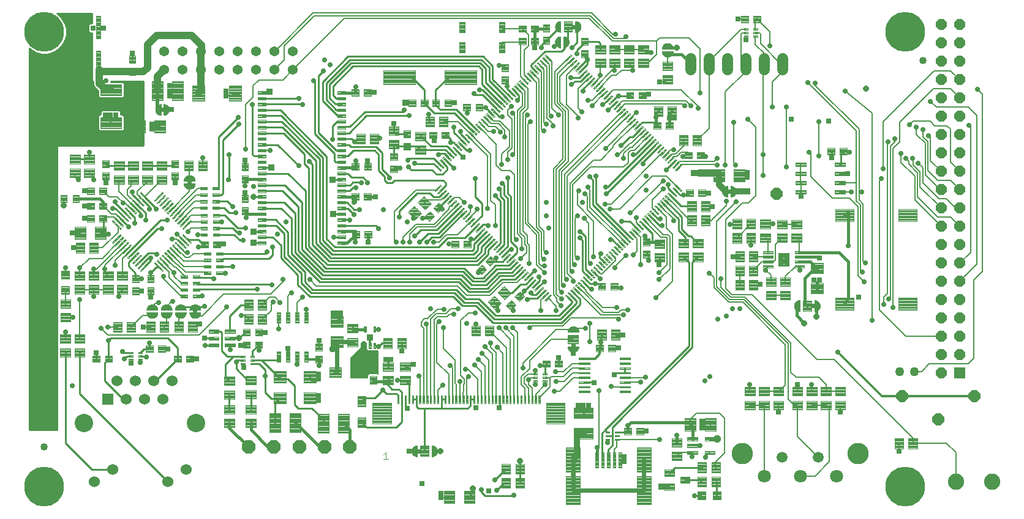
<source format=gtl>
G75*
%MOIN*%
%OFA0B0*%
%FSLAX25Y25*%
%IPPOS*%
%LPD*%
%AMOC8*
5,1,8,0,0,1.08239X$1,22.5*
%
%ADD10C,0.00400*%
%ADD11C,0.04000*%
%ADD12C,0.00394*%
%ADD13C,0.00409*%
%ADD14C,0.00402*%
%ADD15C,0.00378*%
%ADD16OC8,0.06496*%
%ADD17C,0.00425*%
%ADD18C,0.00457*%
%ADD19C,0.00390*%
%ADD20C,0.00100*%
%ADD21R,0.05906X0.05906*%
%ADD22OC8,0.05906*%
%ADD23C,0.05400*%
%ADD24OC8,0.07087*%
%ADD25C,0.07087*%
%ADD26C,0.05906*%
%ADD27C,0.11661*%
%ADD28C,0.06000*%
%ADD29R,0.06000X0.06000*%
%ADD30C,0.10000*%
%ADD31C,0.00403*%
%ADD32C,0.00396*%
%ADD33C,0.00413*%
%ADD34C,0.00408*%
%ADD35C,0.00372*%
%ADD36C,0.00404*%
%ADD37C,0.08858*%
%ADD38C,0.05906*%
%ADD39C,0.00400*%
%ADD40C,0.00390*%
%ADD41C,0.05000*%
%ADD42C,0.21654*%
%ADD43OC8,0.02781*%
%ADD44R,0.02781X0.02781*%
%ADD45R,0.03175X0.03175*%
%ADD46C,0.00600*%
%ADD47C,0.01000*%
%ADD48C,0.01600*%
%ADD49OC8,0.03175*%
%ADD50C,0.00800*%
%ADD51C,0.01400*%
%ADD52C,0.00900*%
%ADD53C,0.01200*%
%ADD54C,0.03200*%
%ADD55OC8,0.03962*%
%ADD56C,0.04000*%
%ADD57OC8,0.03569*%
%ADD58C,0.02400*%
%ADD59C,0.02000*%
D10*
X0224840Y0183579D02*
X0227242Y0183579D01*
X0226041Y0183579D02*
X0226041Y0187182D01*
X0224840Y0185981D01*
X0240519Y0187749D02*
X0243619Y0187749D01*
X0240519Y0187749D02*
X0240519Y0188349D01*
X0243619Y0188349D01*
X0243619Y0187749D01*
X0243619Y0188148D02*
X0240519Y0188148D01*
X0244769Y0185249D02*
X0249369Y0185249D01*
X0244769Y0185249D02*
X0244769Y0190849D01*
X0249369Y0190849D01*
X0249369Y0185249D01*
X0249369Y0185648D02*
X0244769Y0185648D01*
X0244769Y0186047D02*
X0249369Y0186047D01*
X0249369Y0186446D02*
X0244769Y0186446D01*
X0244769Y0186845D02*
X0249369Y0186845D01*
X0249369Y0187244D02*
X0244769Y0187244D01*
X0244769Y0187643D02*
X0249369Y0187643D01*
X0249369Y0188042D02*
X0244769Y0188042D01*
X0244769Y0188441D02*
X0249369Y0188441D01*
X0249369Y0188840D02*
X0244769Y0188840D01*
X0244769Y0189239D02*
X0249369Y0189239D01*
X0249369Y0189638D02*
X0244769Y0189638D01*
X0244769Y0190037D02*
X0249369Y0190037D01*
X0249369Y0190436D02*
X0244769Y0190436D01*
X0244769Y0190835D02*
X0249369Y0190835D01*
X0252019Y0187749D02*
X0253619Y0187749D01*
X0252019Y0187749D02*
X0252019Y0188349D01*
X0253619Y0188349D01*
X0253619Y0187749D01*
X0253619Y0188148D02*
X0252019Y0188148D01*
X0328319Y0242499D02*
X0328319Y0245599D01*
X0328319Y0242499D02*
X0327719Y0242499D01*
X0327719Y0245599D01*
X0328319Y0245599D01*
X0328319Y0242898D02*
X0327719Y0242898D01*
X0327719Y0243297D02*
X0328319Y0243297D01*
X0328319Y0243696D02*
X0327719Y0243696D01*
X0327719Y0244095D02*
X0328319Y0244095D01*
X0328319Y0244494D02*
X0327719Y0244494D01*
X0327719Y0244893D02*
X0328319Y0244893D01*
X0328319Y0245292D02*
X0327719Y0245292D01*
X0330819Y0246749D02*
X0330819Y0251349D01*
X0330819Y0246749D02*
X0325219Y0246749D01*
X0325219Y0251349D01*
X0330819Y0251349D01*
X0330819Y0247148D02*
X0325219Y0247148D01*
X0325219Y0247547D02*
X0330819Y0247547D01*
X0330819Y0247946D02*
X0325219Y0247946D01*
X0325219Y0248345D02*
X0330819Y0248345D01*
X0330819Y0248744D02*
X0325219Y0248744D01*
X0325219Y0249143D02*
X0330819Y0249143D01*
X0330819Y0249542D02*
X0325219Y0249542D01*
X0325219Y0249941D02*
X0330819Y0249941D01*
X0330819Y0250340D02*
X0325219Y0250340D01*
X0325219Y0250739D02*
X0330819Y0250739D01*
X0330819Y0251138D02*
X0325219Y0251138D01*
X0328319Y0253999D02*
X0328319Y0255599D01*
X0328319Y0253999D02*
X0327719Y0253999D01*
X0327719Y0255599D01*
X0328319Y0255599D01*
X0328319Y0254398D02*
X0327719Y0254398D01*
X0327719Y0254797D02*
X0328319Y0254797D01*
X0328319Y0255196D02*
X0327719Y0255196D01*
X0327719Y0255595D02*
X0328319Y0255595D01*
X0409569Y0329349D02*
X0412669Y0329349D01*
X0409569Y0329349D02*
X0409569Y0329949D01*
X0412669Y0329949D01*
X0412669Y0329349D01*
X0412669Y0329748D02*
X0409569Y0329748D01*
X0414569Y0329349D02*
X0416169Y0329349D01*
X0414569Y0329349D02*
X0414569Y0329949D01*
X0416169Y0329949D01*
X0416169Y0329349D01*
X0416169Y0329748D02*
X0414569Y0329748D01*
X0448769Y0267549D02*
X0450369Y0267549D01*
X0450369Y0266949D01*
X0448769Y0266949D01*
X0448769Y0267549D01*
X0448769Y0267348D02*
X0450369Y0267348D01*
X0453019Y0270049D02*
X0457619Y0270049D01*
X0457619Y0264449D01*
X0453019Y0264449D01*
X0453019Y0270049D01*
X0453019Y0264848D02*
X0457619Y0264848D01*
X0457619Y0265247D02*
X0453019Y0265247D01*
X0453019Y0265646D02*
X0457619Y0265646D01*
X0457619Y0266045D02*
X0453019Y0266045D01*
X0453019Y0266444D02*
X0457619Y0266444D01*
X0457619Y0266843D02*
X0453019Y0266843D01*
X0453019Y0267242D02*
X0457619Y0267242D01*
X0457619Y0267641D02*
X0453019Y0267641D01*
X0453019Y0268040D02*
X0457619Y0268040D01*
X0457619Y0268439D02*
X0453019Y0268439D01*
X0453019Y0268838D02*
X0457619Y0268838D01*
X0457619Y0269237D02*
X0453019Y0269237D01*
X0453019Y0269636D02*
X0457619Y0269636D01*
X0457619Y0270035D02*
X0453019Y0270035D01*
X0458769Y0267549D02*
X0461869Y0267549D01*
X0461869Y0266949D01*
X0458769Y0266949D01*
X0458769Y0267549D01*
X0458769Y0267348D02*
X0461869Y0267348D01*
X0379069Y0403449D02*
X0379069Y0405049D01*
X0379669Y0405049D01*
X0379669Y0403449D01*
X0379069Y0403449D01*
X0379069Y0403848D02*
X0379669Y0403848D01*
X0379669Y0404247D02*
X0379069Y0404247D01*
X0379069Y0404646D02*
X0379669Y0404646D01*
X0379669Y0405045D02*
X0379069Y0405045D01*
X0379069Y0408449D02*
X0379069Y0410049D01*
X0379669Y0410049D01*
X0379669Y0408449D01*
X0379069Y0408449D01*
X0379069Y0408848D02*
X0379669Y0408848D01*
X0379669Y0409247D02*
X0379069Y0409247D01*
X0379069Y0409646D02*
X0379669Y0409646D01*
X0379669Y0410045D02*
X0379069Y0410045D01*
X0331769Y0419799D02*
X0328669Y0419799D01*
X0331769Y0419799D02*
X0331769Y0419199D01*
X0328669Y0419199D01*
X0328669Y0419799D01*
X0328669Y0419598D02*
X0331769Y0419598D01*
X0327519Y0422299D02*
X0322919Y0422299D01*
X0327519Y0422299D02*
X0327519Y0416699D01*
X0322919Y0416699D01*
X0322919Y0422299D01*
X0322919Y0417098D02*
X0327519Y0417098D01*
X0327519Y0417497D02*
X0322919Y0417497D01*
X0322919Y0417896D02*
X0327519Y0417896D01*
X0327519Y0418295D02*
X0322919Y0418295D01*
X0322919Y0418694D02*
X0327519Y0418694D01*
X0327519Y0419093D02*
X0322919Y0419093D01*
X0322919Y0419492D02*
X0327519Y0419492D01*
X0327519Y0419891D02*
X0322919Y0419891D01*
X0322919Y0420290D02*
X0327519Y0420290D01*
X0327519Y0420689D02*
X0322919Y0420689D01*
X0322919Y0421088D02*
X0327519Y0421088D01*
X0327519Y0421487D02*
X0322919Y0421487D01*
X0322919Y0421886D02*
X0327519Y0421886D01*
X0327519Y0422285D02*
X0322919Y0422285D01*
X0320269Y0419799D02*
X0318669Y0419799D01*
X0320269Y0419799D02*
X0320269Y0419199D01*
X0318669Y0419199D01*
X0318669Y0419799D01*
X0318669Y0419598D02*
X0320269Y0419598D01*
X0320219Y0411399D02*
X0318619Y0411399D01*
X0320219Y0411399D02*
X0320219Y0410799D01*
X0318619Y0410799D01*
X0318619Y0411399D01*
X0318619Y0411198D02*
X0320219Y0411198D01*
X0323619Y0411399D02*
X0325219Y0411399D01*
X0325219Y0410799D01*
X0323619Y0410799D01*
X0323619Y0411399D01*
X0323619Y0411198D02*
X0325219Y0411198D01*
X0121919Y0267599D02*
X0121919Y0264499D01*
X0121919Y0267599D02*
X0122519Y0267599D01*
X0122519Y0264499D01*
X0121919Y0264499D01*
X0121919Y0264898D02*
X0122519Y0264898D01*
X0122519Y0265297D02*
X0121919Y0265297D01*
X0121919Y0265696D02*
X0122519Y0265696D01*
X0122519Y0266095D02*
X0121919Y0266095D01*
X0121919Y0266494D02*
X0122519Y0266494D01*
X0122519Y0266893D02*
X0121919Y0266893D01*
X0121919Y0267292D02*
X0122519Y0267292D01*
X0121919Y0262599D02*
X0121919Y0260999D01*
X0121919Y0262599D02*
X0122519Y0262599D01*
X0122519Y0260999D01*
X0121919Y0260999D01*
X0121919Y0261398D02*
X0122519Y0261398D01*
X0122519Y0261797D02*
X0121919Y0261797D01*
X0121919Y0262196D02*
X0122519Y0262196D01*
X0122519Y0262595D02*
X0121919Y0262595D01*
X0113969Y0262599D02*
X0113969Y0260999D01*
X0113969Y0262599D02*
X0114569Y0262599D01*
X0114569Y0260999D01*
X0113969Y0260999D01*
X0113969Y0261398D02*
X0114569Y0261398D01*
X0114569Y0261797D02*
X0113969Y0261797D01*
X0113969Y0262196D02*
X0114569Y0262196D01*
X0114569Y0262595D02*
X0113969Y0262595D01*
X0113969Y0265999D02*
X0113969Y0267599D01*
X0114569Y0267599D01*
X0114569Y0265999D01*
X0113969Y0265999D01*
X0113969Y0266398D02*
X0114569Y0266398D01*
X0114569Y0266797D02*
X0113969Y0266797D01*
X0113969Y0267196D02*
X0114569Y0267196D01*
X0114569Y0267595D02*
X0113969Y0267595D01*
X0106269Y0267599D02*
X0106269Y0265999D01*
X0106269Y0267599D02*
X0106869Y0267599D01*
X0106869Y0265999D01*
X0106269Y0265999D01*
X0106269Y0266398D02*
X0106869Y0266398D01*
X0106869Y0266797D02*
X0106269Y0266797D01*
X0106269Y0267196D02*
X0106869Y0267196D01*
X0106869Y0267595D02*
X0106269Y0267595D01*
X0106269Y0262599D02*
X0106269Y0260999D01*
X0106269Y0262599D02*
X0106869Y0262599D01*
X0106869Y0260999D01*
X0106269Y0260999D01*
X0106269Y0261398D02*
X0106869Y0261398D01*
X0106869Y0261797D02*
X0106269Y0261797D01*
X0106269Y0262196D02*
X0106869Y0262196D01*
X0106869Y0262595D02*
X0106269Y0262595D01*
X0099169Y0262599D02*
X0099169Y0260999D01*
X0098569Y0260999D01*
X0098569Y0262599D01*
X0099169Y0262599D01*
X0099169Y0261398D02*
X0098569Y0261398D01*
X0098569Y0261797D02*
X0099169Y0261797D01*
X0099169Y0262196D02*
X0098569Y0262196D01*
X0098569Y0262595D02*
X0099169Y0262595D01*
X0099169Y0265999D02*
X0099169Y0267599D01*
X0099169Y0265999D02*
X0098569Y0265999D01*
X0098569Y0267599D01*
X0099169Y0267599D01*
X0099169Y0266398D02*
X0098569Y0266398D01*
X0098569Y0266797D02*
X0099169Y0266797D01*
X0099169Y0267196D02*
X0098569Y0267196D01*
X0098569Y0267595D02*
X0099169Y0267595D01*
X0118819Y0331399D02*
X0118819Y0332999D01*
X0119419Y0332999D01*
X0119419Y0331399D01*
X0118819Y0331399D01*
X0118819Y0331798D02*
X0119419Y0331798D01*
X0119419Y0332197D02*
X0118819Y0332197D01*
X0118819Y0332596D02*
X0119419Y0332596D01*
X0119419Y0332995D02*
X0118819Y0332995D01*
X0118819Y0334899D02*
X0118819Y0337999D01*
X0119419Y0337999D01*
X0119419Y0334899D01*
X0118819Y0334899D01*
X0118819Y0335298D02*
X0119419Y0335298D01*
X0119419Y0335697D02*
X0118819Y0335697D01*
X0118819Y0336096D02*
X0119419Y0336096D01*
X0119419Y0336495D02*
X0118819Y0336495D01*
X0118819Y0336894D02*
X0119419Y0336894D01*
X0119419Y0337293D02*
X0118819Y0337293D01*
X0118819Y0337692D02*
X0119419Y0337692D01*
X0107619Y0374499D02*
X0104519Y0374499D01*
X0107619Y0374499D02*
X0107619Y0373899D01*
X0104519Y0373899D01*
X0104519Y0374499D01*
X0104519Y0374298D02*
X0107619Y0374298D01*
X0102619Y0374499D02*
X0101019Y0374499D01*
X0102619Y0374499D02*
X0102619Y0373899D01*
X0101019Y0373899D01*
X0101019Y0374499D01*
X0101019Y0374298D02*
X0102619Y0374298D01*
D11*
X0040164Y0190232D03*
X0518510Y0400862D03*
D12*
X0477134Y0349678D02*
X0473198Y0349678D01*
X0473198Y0353220D01*
X0477134Y0353220D01*
X0477134Y0349678D01*
X0477134Y0350071D02*
X0473198Y0350071D01*
X0473198Y0350464D02*
X0477134Y0350464D01*
X0477134Y0350857D02*
X0473198Y0350857D01*
X0473198Y0351250D02*
X0477134Y0351250D01*
X0477134Y0351643D02*
X0473198Y0351643D01*
X0473198Y0352036D02*
X0477134Y0352036D01*
X0477134Y0352429D02*
X0473198Y0352429D01*
X0473198Y0352822D02*
X0477134Y0352822D01*
X0477134Y0353215D02*
X0473198Y0353215D01*
X0470441Y0349678D02*
X0466505Y0349678D01*
X0466505Y0353220D01*
X0470441Y0353220D01*
X0470441Y0349678D01*
X0470441Y0350071D02*
X0466505Y0350071D01*
X0466505Y0350464D02*
X0470441Y0350464D01*
X0470441Y0350857D02*
X0466505Y0350857D01*
X0466505Y0351250D02*
X0470441Y0351250D01*
X0470441Y0351643D02*
X0466505Y0351643D01*
X0466505Y0352036D02*
X0470441Y0352036D01*
X0470441Y0352429D02*
X0466505Y0352429D01*
X0466505Y0352822D02*
X0470441Y0352822D01*
X0470441Y0353215D02*
X0466505Y0353215D01*
X0399484Y0347628D02*
X0395548Y0347628D01*
X0395548Y0351170D01*
X0399484Y0351170D01*
X0399484Y0347628D01*
X0399484Y0348021D02*
X0395548Y0348021D01*
X0395548Y0348414D02*
X0399484Y0348414D01*
X0399484Y0348807D02*
X0395548Y0348807D01*
X0395548Y0349200D02*
X0399484Y0349200D01*
X0399484Y0349593D02*
X0395548Y0349593D01*
X0395548Y0349986D02*
X0399484Y0349986D01*
X0399484Y0350379D02*
X0395548Y0350379D01*
X0395548Y0350772D02*
X0399484Y0350772D01*
X0399484Y0351165D02*
X0395548Y0351165D01*
X0392791Y0347628D02*
X0388855Y0347628D01*
X0388855Y0351170D01*
X0392791Y0351170D01*
X0392791Y0347628D01*
X0392791Y0348021D02*
X0388855Y0348021D01*
X0388855Y0348414D02*
X0392791Y0348414D01*
X0392791Y0348807D02*
X0388855Y0348807D01*
X0388855Y0349200D02*
X0392791Y0349200D01*
X0392791Y0349593D02*
X0388855Y0349593D01*
X0388855Y0349986D02*
X0392791Y0349986D01*
X0392791Y0350379D02*
X0388855Y0350379D01*
X0388855Y0350772D02*
X0392791Y0350772D01*
X0392791Y0351165D02*
X0388855Y0351165D01*
X0382284Y0363828D02*
X0378348Y0363828D01*
X0378348Y0367370D01*
X0382284Y0367370D01*
X0382284Y0363828D01*
X0382284Y0364221D02*
X0378348Y0364221D01*
X0378348Y0364614D02*
X0382284Y0364614D01*
X0382284Y0365007D02*
X0378348Y0365007D01*
X0378348Y0365400D02*
X0382284Y0365400D01*
X0382284Y0365793D02*
X0378348Y0365793D01*
X0378348Y0366186D02*
X0382284Y0366186D01*
X0382284Y0366579D02*
X0378348Y0366579D01*
X0378348Y0366972D02*
X0382284Y0366972D01*
X0382284Y0367365D02*
X0378348Y0367365D01*
X0375591Y0363828D02*
X0371655Y0363828D01*
X0371655Y0367370D01*
X0375591Y0367370D01*
X0375591Y0363828D01*
X0375591Y0364221D02*
X0371655Y0364221D01*
X0371655Y0364614D02*
X0375591Y0364614D01*
X0375591Y0365007D02*
X0371655Y0365007D01*
X0371655Y0365400D02*
X0375591Y0365400D01*
X0375591Y0365793D02*
X0371655Y0365793D01*
X0371655Y0366186D02*
X0375591Y0366186D01*
X0375591Y0366579D02*
X0371655Y0366579D01*
X0371655Y0366972D02*
X0375591Y0366972D01*
X0375591Y0367365D02*
X0371655Y0367365D01*
X0367584Y0380228D02*
X0363648Y0380228D01*
X0363648Y0383770D01*
X0367584Y0383770D01*
X0367584Y0380228D01*
X0367584Y0380621D02*
X0363648Y0380621D01*
X0363648Y0381014D02*
X0367584Y0381014D01*
X0367584Y0381407D02*
X0363648Y0381407D01*
X0363648Y0381800D02*
X0367584Y0381800D01*
X0367584Y0382193D02*
X0363648Y0382193D01*
X0363648Y0382586D02*
X0367584Y0382586D01*
X0367584Y0382979D02*
X0363648Y0382979D01*
X0363648Y0383372D02*
X0367584Y0383372D01*
X0367584Y0383765D02*
X0363648Y0383765D01*
X0360891Y0380228D02*
X0356955Y0380228D01*
X0356955Y0383770D01*
X0360891Y0383770D01*
X0360891Y0380228D01*
X0360891Y0380621D02*
X0356955Y0380621D01*
X0356955Y0381014D02*
X0360891Y0381014D01*
X0360891Y0381407D02*
X0356955Y0381407D01*
X0356955Y0381800D02*
X0360891Y0381800D01*
X0360891Y0382193D02*
X0356955Y0382193D01*
X0356955Y0382586D02*
X0360891Y0382586D01*
X0360891Y0382979D02*
X0356955Y0382979D01*
X0356955Y0383372D02*
X0360891Y0383372D01*
X0360891Y0383765D02*
X0356955Y0383765D01*
X0336090Y0402785D02*
X0336090Y0406721D01*
X0336090Y0402785D02*
X0332548Y0402785D01*
X0332548Y0406721D01*
X0336090Y0406721D01*
X0336090Y0403178D02*
X0332548Y0403178D01*
X0332548Y0403571D02*
X0336090Y0403571D01*
X0336090Y0403964D02*
X0332548Y0403964D01*
X0332548Y0404357D02*
X0336090Y0404357D01*
X0336090Y0404750D02*
X0332548Y0404750D01*
X0332548Y0405143D02*
X0336090Y0405143D01*
X0336090Y0405536D02*
X0332548Y0405536D01*
X0332548Y0405929D02*
X0336090Y0405929D01*
X0336090Y0406322D02*
X0332548Y0406322D01*
X0332548Y0406715D02*
X0336090Y0406715D01*
X0336090Y0409478D02*
X0336090Y0413414D01*
X0336090Y0409478D02*
X0332548Y0409478D01*
X0332548Y0413414D01*
X0336090Y0413414D01*
X0336090Y0409871D02*
X0332548Y0409871D01*
X0332548Y0410264D02*
X0336090Y0410264D01*
X0336090Y0410657D02*
X0332548Y0410657D01*
X0332548Y0411050D02*
X0336090Y0411050D01*
X0336090Y0411443D02*
X0332548Y0411443D01*
X0332548Y0411836D02*
X0336090Y0411836D01*
X0336090Y0412229D02*
X0332548Y0412229D01*
X0332548Y0412622D02*
X0336090Y0412622D01*
X0336090Y0413015D02*
X0332548Y0413015D01*
X0332548Y0413408D02*
X0336090Y0413408D01*
X0315140Y0414021D02*
X0315140Y0410085D01*
X0311598Y0410085D01*
X0311598Y0414021D01*
X0315140Y0414021D01*
X0315140Y0410478D02*
X0311598Y0410478D01*
X0311598Y0410871D02*
X0315140Y0410871D01*
X0315140Y0411264D02*
X0311598Y0411264D01*
X0311598Y0411657D02*
X0315140Y0411657D01*
X0315140Y0412050D02*
X0311598Y0412050D01*
X0311598Y0412443D02*
X0315140Y0412443D01*
X0315140Y0412836D02*
X0311598Y0412836D01*
X0311598Y0413229D02*
X0315140Y0413229D01*
X0315140Y0413622D02*
X0311598Y0413622D01*
X0311598Y0414015D02*
X0315140Y0414015D01*
X0315140Y0416778D02*
X0315140Y0420714D01*
X0315140Y0416778D02*
X0311598Y0416778D01*
X0311598Y0420714D01*
X0315140Y0420714D01*
X0315140Y0417171D02*
X0311598Y0417171D01*
X0311598Y0417564D02*
X0315140Y0417564D01*
X0315140Y0417957D02*
X0311598Y0417957D01*
X0311598Y0418350D02*
X0315140Y0418350D01*
X0315140Y0418743D02*
X0311598Y0418743D01*
X0311598Y0419136D02*
X0315140Y0419136D01*
X0315140Y0419529D02*
X0311598Y0419529D01*
X0311598Y0419922D02*
X0315140Y0419922D01*
X0315140Y0420315D02*
X0311598Y0420315D01*
X0311598Y0420708D02*
X0315140Y0420708D01*
X0308934Y0416628D02*
X0304998Y0416628D01*
X0304998Y0420170D01*
X0308934Y0420170D01*
X0308934Y0416628D01*
X0308934Y0417021D02*
X0304998Y0417021D01*
X0304998Y0417414D02*
X0308934Y0417414D01*
X0308934Y0417807D02*
X0304998Y0417807D01*
X0304998Y0418200D02*
X0308934Y0418200D01*
X0308934Y0418593D02*
X0304998Y0418593D01*
X0304998Y0418986D02*
X0308934Y0418986D01*
X0308934Y0419379D02*
X0304998Y0419379D01*
X0304998Y0419772D02*
X0308934Y0419772D01*
X0308934Y0420165D02*
X0304998Y0420165D01*
X0302241Y0416628D02*
X0298305Y0416628D01*
X0298305Y0420170D01*
X0302241Y0420170D01*
X0302241Y0416628D01*
X0302241Y0417021D02*
X0298305Y0417021D01*
X0298305Y0417414D02*
X0302241Y0417414D01*
X0302241Y0417807D02*
X0298305Y0417807D01*
X0298305Y0418200D02*
X0302241Y0418200D01*
X0302241Y0418593D02*
X0298305Y0418593D01*
X0298305Y0418986D02*
X0302241Y0418986D01*
X0302241Y0419379D02*
X0298305Y0419379D01*
X0298305Y0419772D02*
X0302241Y0419772D01*
X0302241Y0420165D02*
X0298305Y0420165D01*
X0298305Y0409828D02*
X0302241Y0409828D01*
X0298305Y0409828D02*
X0298305Y0413370D01*
X0302241Y0413370D01*
X0302241Y0409828D01*
X0302241Y0410221D02*
X0298305Y0410221D01*
X0298305Y0410614D02*
X0302241Y0410614D01*
X0302241Y0411007D02*
X0298305Y0411007D01*
X0298305Y0411400D02*
X0302241Y0411400D01*
X0302241Y0411793D02*
X0298305Y0411793D01*
X0298305Y0412186D02*
X0302241Y0412186D01*
X0302241Y0412579D02*
X0298305Y0412579D01*
X0298305Y0412972D02*
X0302241Y0412972D01*
X0302241Y0413365D02*
X0298305Y0413365D01*
X0304998Y0409828D02*
X0308934Y0409828D01*
X0304998Y0409828D02*
X0304998Y0413370D01*
X0308934Y0413370D01*
X0308934Y0409828D01*
X0308934Y0410221D02*
X0304998Y0410221D01*
X0304998Y0410614D02*
X0308934Y0410614D01*
X0308934Y0411007D02*
X0304998Y0411007D01*
X0304998Y0411400D02*
X0308934Y0411400D01*
X0308934Y0411793D02*
X0304998Y0411793D01*
X0304998Y0412186D02*
X0308934Y0412186D01*
X0308934Y0412579D02*
X0304998Y0412579D01*
X0304998Y0412972D02*
X0308934Y0412972D01*
X0308934Y0413365D02*
X0304998Y0413365D01*
X0292740Y0399014D02*
X0292740Y0395078D01*
X0289198Y0395078D01*
X0289198Y0399014D01*
X0292740Y0399014D01*
X0292740Y0395471D02*
X0289198Y0395471D01*
X0289198Y0395864D02*
X0292740Y0395864D01*
X0292740Y0396257D02*
X0289198Y0396257D01*
X0289198Y0396650D02*
X0292740Y0396650D01*
X0292740Y0397043D02*
X0289198Y0397043D01*
X0289198Y0397436D02*
X0292740Y0397436D01*
X0292740Y0397829D02*
X0289198Y0397829D01*
X0289198Y0398222D02*
X0292740Y0398222D01*
X0292740Y0398615D02*
X0289198Y0398615D01*
X0289198Y0399008D02*
X0292740Y0399008D01*
X0292740Y0392321D02*
X0292740Y0388385D01*
X0289198Y0388385D01*
X0289198Y0392321D01*
X0292740Y0392321D01*
X0292740Y0388778D02*
X0289198Y0388778D01*
X0289198Y0389171D02*
X0292740Y0389171D01*
X0292740Y0389564D02*
X0289198Y0389564D01*
X0289198Y0389957D02*
X0292740Y0389957D01*
X0292740Y0390350D02*
X0289198Y0390350D01*
X0289198Y0390743D02*
X0292740Y0390743D01*
X0292740Y0391136D02*
X0289198Y0391136D01*
X0289198Y0391529D02*
X0292740Y0391529D01*
X0292740Y0391922D02*
X0289198Y0391922D01*
X0289198Y0392315D02*
X0292740Y0392315D01*
X0278834Y0377320D02*
X0274898Y0377320D01*
X0278834Y0377320D02*
X0278834Y0373778D01*
X0274898Y0373778D01*
X0274898Y0377320D01*
X0274898Y0374171D02*
X0278834Y0374171D01*
X0278834Y0374564D02*
X0274898Y0374564D01*
X0274898Y0374957D02*
X0278834Y0374957D01*
X0278834Y0375350D02*
X0274898Y0375350D01*
X0274898Y0375743D02*
X0278834Y0375743D01*
X0278834Y0376136D02*
X0274898Y0376136D01*
X0274898Y0376529D02*
X0278834Y0376529D01*
X0278834Y0376922D02*
X0274898Y0376922D01*
X0274898Y0377315D02*
X0278834Y0377315D01*
X0272141Y0377320D02*
X0268205Y0377320D01*
X0272141Y0377320D02*
X0272141Y0373778D01*
X0268205Y0373778D01*
X0268205Y0377320D01*
X0268205Y0374171D02*
X0272141Y0374171D01*
X0272141Y0374564D02*
X0268205Y0374564D01*
X0268205Y0374957D02*
X0272141Y0374957D01*
X0272141Y0375350D02*
X0268205Y0375350D01*
X0268205Y0375743D02*
X0272141Y0375743D01*
X0272141Y0376136D02*
X0268205Y0376136D01*
X0268205Y0376529D02*
X0272141Y0376529D01*
X0272141Y0376922D02*
X0268205Y0376922D01*
X0268205Y0377315D02*
X0272141Y0377315D01*
X0261884Y0379570D02*
X0257948Y0379570D01*
X0261884Y0379570D02*
X0261884Y0376028D01*
X0257948Y0376028D01*
X0257948Y0379570D01*
X0257948Y0376421D02*
X0261884Y0376421D01*
X0261884Y0376814D02*
X0257948Y0376814D01*
X0257948Y0377207D02*
X0261884Y0377207D01*
X0261884Y0377600D02*
X0257948Y0377600D01*
X0257948Y0377993D02*
X0261884Y0377993D01*
X0261884Y0378386D02*
X0257948Y0378386D01*
X0257948Y0378779D02*
X0261884Y0378779D01*
X0261884Y0379172D02*
X0257948Y0379172D01*
X0257948Y0379565D02*
X0261884Y0379565D01*
X0255191Y0379570D02*
X0251255Y0379570D01*
X0255191Y0379570D02*
X0255191Y0376028D01*
X0251255Y0376028D01*
X0251255Y0379570D01*
X0251255Y0376421D02*
X0255191Y0376421D01*
X0255191Y0376814D02*
X0251255Y0376814D01*
X0251255Y0377207D02*
X0255191Y0377207D01*
X0255191Y0377600D02*
X0251255Y0377600D01*
X0251255Y0377993D02*
X0255191Y0377993D01*
X0255191Y0378386D02*
X0251255Y0378386D01*
X0251255Y0378779D02*
X0255191Y0378779D01*
X0255191Y0379172D02*
X0251255Y0379172D01*
X0251255Y0379565D02*
X0255191Y0379565D01*
X0249134Y0376028D02*
X0245198Y0376028D01*
X0245198Y0379570D01*
X0249134Y0379570D01*
X0249134Y0376028D01*
X0249134Y0376421D02*
X0245198Y0376421D01*
X0245198Y0376814D02*
X0249134Y0376814D01*
X0249134Y0377207D02*
X0245198Y0377207D01*
X0245198Y0377600D02*
X0249134Y0377600D01*
X0249134Y0377993D02*
X0245198Y0377993D01*
X0245198Y0378386D02*
X0249134Y0378386D01*
X0249134Y0378779D02*
X0245198Y0378779D01*
X0245198Y0379172D02*
X0249134Y0379172D01*
X0249134Y0379565D02*
X0245198Y0379565D01*
X0242441Y0376028D02*
X0238505Y0376028D01*
X0238505Y0379570D01*
X0242441Y0379570D01*
X0242441Y0376028D01*
X0242441Y0376421D02*
X0238505Y0376421D01*
X0238505Y0376814D02*
X0242441Y0376814D01*
X0242441Y0377207D02*
X0238505Y0377207D01*
X0238505Y0377600D02*
X0242441Y0377600D01*
X0242441Y0377993D02*
X0238505Y0377993D01*
X0238505Y0378386D02*
X0242441Y0378386D01*
X0242441Y0378779D02*
X0238505Y0378779D01*
X0238505Y0379172D02*
X0242441Y0379172D01*
X0242441Y0379565D02*
X0238505Y0379565D01*
X0241998Y0388059D02*
X0224676Y0388059D01*
X0224676Y0395539D01*
X0241998Y0395539D01*
X0241998Y0388059D01*
X0241998Y0388452D02*
X0224676Y0388452D01*
X0224676Y0388845D02*
X0241998Y0388845D01*
X0241998Y0389238D02*
X0224676Y0389238D01*
X0224676Y0389631D02*
X0241998Y0389631D01*
X0241998Y0390024D02*
X0224676Y0390024D01*
X0224676Y0390417D02*
X0241998Y0390417D01*
X0241998Y0390810D02*
X0224676Y0390810D01*
X0224676Y0391203D02*
X0241998Y0391203D01*
X0241998Y0391596D02*
X0224676Y0391596D01*
X0224676Y0391989D02*
X0241998Y0391989D01*
X0241998Y0392382D02*
X0224676Y0392382D01*
X0224676Y0392775D02*
X0241998Y0392775D01*
X0241998Y0393168D02*
X0224676Y0393168D01*
X0224676Y0393561D02*
X0241998Y0393561D01*
X0241998Y0393954D02*
X0224676Y0393954D01*
X0224676Y0394347D02*
X0241998Y0394347D01*
X0241998Y0394740D02*
X0224676Y0394740D01*
X0224676Y0395133D02*
X0241998Y0395133D01*
X0241998Y0395526D02*
X0224676Y0395526D01*
X0218134Y0381778D02*
X0214198Y0381778D01*
X0214198Y0385320D01*
X0218134Y0385320D01*
X0218134Y0381778D01*
X0218134Y0382171D02*
X0214198Y0382171D01*
X0214198Y0382564D02*
X0218134Y0382564D01*
X0218134Y0382957D02*
X0214198Y0382957D01*
X0214198Y0383350D02*
X0218134Y0383350D01*
X0218134Y0383743D02*
X0214198Y0383743D01*
X0214198Y0384136D02*
X0218134Y0384136D01*
X0218134Y0384529D02*
X0214198Y0384529D01*
X0214198Y0384922D02*
X0218134Y0384922D01*
X0218134Y0385315D02*
X0214198Y0385315D01*
X0211441Y0381778D02*
X0207505Y0381778D01*
X0207505Y0385320D01*
X0211441Y0385320D01*
X0211441Y0381778D01*
X0211441Y0382171D02*
X0207505Y0382171D01*
X0207505Y0382564D02*
X0211441Y0382564D01*
X0211441Y0382957D02*
X0207505Y0382957D01*
X0207505Y0383350D02*
X0211441Y0383350D01*
X0211441Y0383743D02*
X0207505Y0383743D01*
X0207505Y0384136D02*
X0211441Y0384136D01*
X0211441Y0384529D02*
X0207505Y0384529D01*
X0207505Y0384922D02*
X0211441Y0384922D01*
X0211441Y0385315D02*
X0207505Y0385315D01*
X0204147Y0384281D02*
X0204147Y0382707D01*
X0199817Y0382707D01*
X0199817Y0384281D01*
X0204147Y0384281D01*
X0204147Y0383100D02*
X0199817Y0383100D01*
X0199817Y0383493D02*
X0204147Y0383493D01*
X0204147Y0383886D02*
X0199817Y0383886D01*
X0199817Y0384279D02*
X0204147Y0384279D01*
X0204147Y0381131D02*
X0204147Y0379557D01*
X0199817Y0379557D01*
X0199817Y0381131D01*
X0204147Y0381131D01*
X0204147Y0379950D02*
X0199817Y0379950D01*
X0199817Y0380343D02*
X0204147Y0380343D01*
X0204147Y0380736D02*
X0199817Y0380736D01*
X0199817Y0381129D02*
X0204147Y0381129D01*
X0204147Y0377982D02*
X0204147Y0376408D01*
X0199817Y0376408D01*
X0199817Y0377982D01*
X0204147Y0377982D01*
X0204147Y0376801D02*
X0199817Y0376801D01*
X0199817Y0377194D02*
X0204147Y0377194D01*
X0204147Y0377587D02*
X0199817Y0377587D01*
X0199817Y0377980D02*
X0204147Y0377980D01*
X0204147Y0374832D02*
X0204147Y0373258D01*
X0199817Y0373258D01*
X0199817Y0374832D01*
X0204147Y0374832D01*
X0204147Y0373651D02*
X0199817Y0373651D01*
X0199817Y0374044D02*
X0204147Y0374044D01*
X0204147Y0374437D02*
X0199817Y0374437D01*
X0199817Y0374830D02*
X0204147Y0374830D01*
X0204147Y0371683D02*
X0204147Y0370109D01*
X0199817Y0370109D01*
X0199817Y0371683D01*
X0204147Y0371683D01*
X0204147Y0370502D02*
X0199817Y0370502D01*
X0199817Y0370895D02*
X0204147Y0370895D01*
X0204147Y0371288D02*
X0199817Y0371288D01*
X0199817Y0371681D02*
X0204147Y0371681D01*
X0204147Y0368533D02*
X0204147Y0366959D01*
X0199817Y0366959D01*
X0199817Y0368533D01*
X0204147Y0368533D01*
X0204147Y0367352D02*
X0199817Y0367352D01*
X0199817Y0367745D02*
X0204147Y0367745D01*
X0204147Y0368138D02*
X0199817Y0368138D01*
X0199817Y0368531D02*
X0204147Y0368531D01*
X0204147Y0365383D02*
X0204147Y0363809D01*
X0199817Y0363809D01*
X0199817Y0365383D01*
X0204147Y0365383D01*
X0204147Y0364202D02*
X0199817Y0364202D01*
X0199817Y0364595D02*
X0204147Y0364595D01*
X0204147Y0364988D02*
X0199817Y0364988D01*
X0199817Y0365381D02*
X0204147Y0365381D01*
X0204147Y0362234D02*
X0204147Y0360660D01*
X0199817Y0360660D01*
X0199817Y0362234D01*
X0204147Y0362234D01*
X0204147Y0361053D02*
X0199817Y0361053D01*
X0199817Y0361446D02*
X0204147Y0361446D01*
X0204147Y0361839D02*
X0199817Y0361839D01*
X0199817Y0362232D02*
X0204147Y0362232D01*
X0204147Y0359084D02*
X0204147Y0357510D01*
X0199817Y0357510D01*
X0199817Y0359084D01*
X0204147Y0359084D01*
X0204147Y0357903D02*
X0199817Y0357903D01*
X0199817Y0358296D02*
X0204147Y0358296D01*
X0204147Y0358689D02*
X0199817Y0358689D01*
X0199817Y0359082D02*
X0204147Y0359082D01*
X0204147Y0355935D02*
X0204147Y0354361D01*
X0199817Y0354361D01*
X0199817Y0355935D01*
X0204147Y0355935D01*
X0204147Y0354754D02*
X0199817Y0354754D01*
X0199817Y0355147D02*
X0204147Y0355147D01*
X0204147Y0355540D02*
X0199817Y0355540D01*
X0199817Y0355933D02*
X0204147Y0355933D01*
X0204147Y0352785D02*
X0204147Y0351211D01*
X0199817Y0351211D01*
X0199817Y0352785D01*
X0204147Y0352785D01*
X0204147Y0351604D02*
X0199817Y0351604D01*
X0199817Y0351997D02*
X0204147Y0351997D01*
X0204147Y0352390D02*
X0199817Y0352390D01*
X0199817Y0352783D02*
X0204147Y0352783D01*
X0204147Y0349635D02*
X0204147Y0348061D01*
X0199817Y0348061D01*
X0199817Y0349635D01*
X0204147Y0349635D01*
X0204147Y0348454D02*
X0199817Y0348454D01*
X0199817Y0348847D02*
X0204147Y0348847D01*
X0204147Y0349240D02*
X0199817Y0349240D01*
X0199817Y0349633D02*
X0204147Y0349633D01*
X0204147Y0346486D02*
X0204147Y0344912D01*
X0199817Y0344912D01*
X0199817Y0346486D01*
X0204147Y0346486D01*
X0204147Y0345305D02*
X0199817Y0345305D01*
X0199817Y0345698D02*
X0204147Y0345698D01*
X0204147Y0346091D02*
X0199817Y0346091D01*
X0199817Y0346484D02*
X0204147Y0346484D01*
X0204147Y0343336D02*
X0204147Y0341762D01*
X0199817Y0341762D01*
X0199817Y0343336D01*
X0204147Y0343336D01*
X0204147Y0342155D02*
X0199817Y0342155D01*
X0199817Y0342548D02*
X0204147Y0342548D01*
X0204147Y0342941D02*
X0199817Y0342941D01*
X0199817Y0343334D02*
X0204147Y0343334D01*
X0204147Y0340187D02*
X0204147Y0338613D01*
X0199817Y0338613D01*
X0199817Y0340187D01*
X0204147Y0340187D01*
X0204147Y0339006D02*
X0199817Y0339006D01*
X0199817Y0339399D02*
X0204147Y0339399D01*
X0204147Y0339792D02*
X0199817Y0339792D01*
X0199817Y0340185D02*
X0204147Y0340185D01*
X0204147Y0337037D02*
X0204147Y0335463D01*
X0199817Y0335463D01*
X0199817Y0337037D01*
X0204147Y0337037D01*
X0204147Y0335856D02*
X0199817Y0335856D01*
X0199817Y0336249D02*
X0204147Y0336249D01*
X0204147Y0336642D02*
X0199817Y0336642D01*
X0199817Y0337035D02*
X0204147Y0337035D01*
X0204147Y0333887D02*
X0204147Y0332313D01*
X0199817Y0332313D01*
X0199817Y0333887D01*
X0204147Y0333887D01*
X0204147Y0332706D02*
X0199817Y0332706D01*
X0199817Y0333099D02*
X0204147Y0333099D01*
X0204147Y0333492D02*
X0199817Y0333492D01*
X0199817Y0333885D02*
X0204147Y0333885D01*
X0204147Y0330738D02*
X0204147Y0329164D01*
X0199817Y0329164D01*
X0199817Y0330738D01*
X0204147Y0330738D01*
X0204147Y0329557D02*
X0199817Y0329557D01*
X0199817Y0329950D02*
X0204147Y0329950D01*
X0204147Y0330343D02*
X0199817Y0330343D01*
X0199817Y0330736D02*
X0204147Y0330736D01*
X0204147Y0327588D02*
X0204147Y0326014D01*
X0199817Y0326014D01*
X0199817Y0327588D01*
X0204147Y0327588D01*
X0204147Y0326407D02*
X0199817Y0326407D01*
X0199817Y0326800D02*
X0204147Y0326800D01*
X0204147Y0327193D02*
X0199817Y0327193D01*
X0199817Y0327586D02*
X0204147Y0327586D01*
X0204147Y0324439D02*
X0204147Y0322865D01*
X0199817Y0322865D01*
X0199817Y0324439D01*
X0204147Y0324439D01*
X0204147Y0323258D02*
X0199817Y0323258D01*
X0199817Y0323651D02*
X0204147Y0323651D01*
X0204147Y0324044D02*
X0199817Y0324044D01*
X0199817Y0324437D02*
X0204147Y0324437D01*
X0204147Y0321289D02*
X0204147Y0319715D01*
X0199817Y0319715D01*
X0199817Y0321289D01*
X0204147Y0321289D01*
X0204147Y0320108D02*
X0199817Y0320108D01*
X0199817Y0320501D02*
X0204147Y0320501D01*
X0204147Y0320894D02*
X0199817Y0320894D01*
X0199817Y0321287D02*
X0204147Y0321287D01*
X0204147Y0318139D02*
X0204147Y0316565D01*
X0199817Y0316565D01*
X0199817Y0318139D01*
X0204147Y0318139D01*
X0204147Y0316958D02*
X0199817Y0316958D01*
X0199817Y0317351D02*
X0204147Y0317351D01*
X0204147Y0317744D02*
X0199817Y0317744D01*
X0199817Y0318137D02*
X0204147Y0318137D01*
X0204147Y0314990D02*
X0204147Y0313416D01*
X0199817Y0313416D01*
X0199817Y0314990D01*
X0204147Y0314990D01*
X0204147Y0313809D02*
X0199817Y0313809D01*
X0199817Y0314202D02*
X0204147Y0314202D01*
X0204147Y0314595D02*
X0199817Y0314595D01*
X0199817Y0314988D02*
X0204147Y0314988D01*
X0204147Y0311840D02*
X0204147Y0310266D01*
X0199817Y0310266D01*
X0199817Y0311840D01*
X0204147Y0311840D01*
X0204147Y0310659D02*
X0199817Y0310659D01*
X0199817Y0311052D02*
X0204147Y0311052D01*
X0204147Y0311445D02*
X0199817Y0311445D01*
X0199817Y0311838D02*
X0204147Y0311838D01*
X0204147Y0308691D02*
X0204147Y0307117D01*
X0199817Y0307117D01*
X0199817Y0308691D01*
X0204147Y0308691D01*
X0204147Y0307510D02*
X0199817Y0307510D01*
X0199817Y0307903D02*
X0204147Y0307903D01*
X0204147Y0308296D02*
X0199817Y0308296D01*
X0199817Y0308689D02*
X0204147Y0308689D01*
X0204147Y0305541D02*
X0204147Y0303967D01*
X0199817Y0303967D01*
X0199817Y0305541D01*
X0204147Y0305541D01*
X0204147Y0304360D02*
X0199817Y0304360D01*
X0199817Y0304753D02*
X0204147Y0304753D01*
X0204147Y0305146D02*
X0199817Y0305146D01*
X0199817Y0305539D02*
X0204147Y0305539D01*
X0204147Y0302391D02*
X0204147Y0300817D01*
X0199817Y0300817D01*
X0199817Y0302391D01*
X0204147Y0302391D01*
X0204147Y0301210D02*
X0199817Y0301210D01*
X0199817Y0301603D02*
X0204147Y0301603D01*
X0204147Y0301996D02*
X0199817Y0301996D01*
X0199817Y0302389D02*
X0204147Y0302389D01*
X0207655Y0304378D02*
X0211591Y0304378D01*
X0207655Y0304378D02*
X0207655Y0307920D01*
X0211591Y0307920D01*
X0211591Y0304378D01*
X0211591Y0304771D02*
X0207655Y0304771D01*
X0207655Y0305164D02*
X0211591Y0305164D01*
X0211591Y0305557D02*
X0207655Y0305557D01*
X0207655Y0305950D02*
X0211591Y0305950D01*
X0211591Y0306343D02*
X0207655Y0306343D01*
X0207655Y0306736D02*
X0211591Y0306736D01*
X0211591Y0307129D02*
X0207655Y0307129D01*
X0207655Y0307522D02*
X0211591Y0307522D01*
X0211591Y0307915D02*
X0207655Y0307915D01*
X0214348Y0304378D02*
X0218284Y0304378D01*
X0214348Y0304378D02*
X0214348Y0307920D01*
X0218284Y0307920D01*
X0218284Y0304378D01*
X0218284Y0304771D02*
X0214348Y0304771D01*
X0214348Y0305164D02*
X0218284Y0305164D01*
X0218284Y0305557D02*
X0214348Y0305557D01*
X0214348Y0305950D02*
X0218284Y0305950D01*
X0218284Y0306343D02*
X0214348Y0306343D01*
X0214348Y0306736D02*
X0218284Y0306736D01*
X0218284Y0307129D02*
X0214348Y0307129D01*
X0214348Y0307522D02*
X0218284Y0307522D01*
X0218284Y0307915D02*
X0214348Y0307915D01*
X0214198Y0325028D02*
X0218134Y0325028D01*
X0214198Y0325028D02*
X0214198Y0328570D01*
X0218134Y0328570D01*
X0218134Y0325028D01*
X0218134Y0325421D02*
X0214198Y0325421D01*
X0214198Y0325814D02*
X0218134Y0325814D01*
X0218134Y0326207D02*
X0214198Y0326207D01*
X0214198Y0326600D02*
X0218134Y0326600D01*
X0218134Y0326993D02*
X0214198Y0326993D01*
X0214198Y0327386D02*
X0218134Y0327386D01*
X0218134Y0327779D02*
X0214198Y0327779D01*
X0214198Y0328172D02*
X0218134Y0328172D01*
X0218134Y0328565D02*
X0214198Y0328565D01*
X0211441Y0325028D02*
X0207505Y0325028D01*
X0207505Y0328570D01*
X0211441Y0328570D01*
X0211441Y0325028D01*
X0211441Y0325421D02*
X0207505Y0325421D01*
X0207505Y0325814D02*
X0211441Y0325814D01*
X0211441Y0326207D02*
X0207505Y0326207D01*
X0207505Y0326600D02*
X0211441Y0326600D01*
X0211441Y0326993D02*
X0207505Y0326993D01*
X0207505Y0327386D02*
X0211441Y0327386D01*
X0211441Y0327779D02*
X0207505Y0327779D01*
X0207505Y0328172D02*
X0211441Y0328172D01*
X0211441Y0328565D02*
X0207505Y0328565D01*
X0207555Y0341378D02*
X0211491Y0341378D01*
X0207555Y0341378D02*
X0207555Y0344920D01*
X0211491Y0344920D01*
X0211491Y0341378D01*
X0211491Y0341771D02*
X0207555Y0341771D01*
X0207555Y0342164D02*
X0211491Y0342164D01*
X0211491Y0342557D02*
X0207555Y0342557D01*
X0207555Y0342950D02*
X0211491Y0342950D01*
X0211491Y0343343D02*
X0207555Y0343343D01*
X0207555Y0343736D02*
X0211491Y0343736D01*
X0211491Y0344129D02*
X0207555Y0344129D01*
X0207555Y0344522D02*
X0211491Y0344522D01*
X0211491Y0344915D02*
X0207555Y0344915D01*
X0214248Y0341378D02*
X0218184Y0341378D01*
X0214248Y0341378D02*
X0214248Y0344920D01*
X0218184Y0344920D01*
X0218184Y0341378D01*
X0218184Y0341771D02*
X0214248Y0341771D01*
X0214248Y0342164D02*
X0218184Y0342164D01*
X0218184Y0342557D02*
X0214248Y0342557D01*
X0214248Y0342950D02*
X0218184Y0342950D01*
X0218184Y0343343D02*
X0214248Y0343343D01*
X0214248Y0343736D02*
X0218184Y0343736D01*
X0218184Y0344129D02*
X0214248Y0344129D01*
X0214248Y0344522D02*
X0218184Y0344522D01*
X0218184Y0344915D02*
X0214248Y0344915D01*
X0232337Y0343674D02*
X0232337Y0340132D01*
X0228401Y0340132D01*
X0228401Y0343674D01*
X0232337Y0343674D01*
X0232337Y0340525D02*
X0228401Y0340525D01*
X0228401Y0340918D02*
X0232337Y0340918D01*
X0232337Y0341311D02*
X0228401Y0341311D01*
X0228401Y0341704D02*
X0232337Y0341704D01*
X0232337Y0342097D02*
X0228401Y0342097D01*
X0228401Y0342490D02*
X0232337Y0342490D01*
X0232337Y0342883D02*
X0228401Y0342883D01*
X0228401Y0343276D02*
X0232337Y0343276D01*
X0232337Y0343669D02*
X0228401Y0343669D01*
X0232337Y0346825D02*
X0232337Y0350367D01*
X0232337Y0346825D02*
X0228401Y0346825D01*
X0228401Y0350367D01*
X0232337Y0350367D01*
X0232337Y0347218D02*
X0228401Y0347218D01*
X0228401Y0347611D02*
X0232337Y0347611D01*
X0232337Y0348004D02*
X0228401Y0348004D01*
X0228401Y0348397D02*
X0232337Y0348397D01*
X0232337Y0348790D02*
X0228401Y0348790D01*
X0228401Y0349183D02*
X0232337Y0349183D01*
X0232337Y0349576D02*
X0228401Y0349576D01*
X0228401Y0349969D02*
X0232337Y0349969D01*
X0232337Y0350362D02*
X0228401Y0350362D01*
X0239340Y0352235D02*
X0239340Y0356171D01*
X0239340Y0352235D02*
X0235798Y0352235D01*
X0235798Y0356171D01*
X0239340Y0356171D01*
X0239340Y0352628D02*
X0235798Y0352628D01*
X0235798Y0353021D02*
X0239340Y0353021D01*
X0239340Y0353414D02*
X0235798Y0353414D01*
X0235798Y0353807D02*
X0239340Y0353807D01*
X0239340Y0354200D02*
X0235798Y0354200D01*
X0235798Y0354593D02*
X0239340Y0354593D01*
X0239340Y0354986D02*
X0235798Y0354986D01*
X0235798Y0355379D02*
X0239340Y0355379D01*
X0239340Y0355772D02*
X0235798Y0355772D01*
X0235798Y0356165D02*
X0239340Y0356165D01*
X0239340Y0358928D02*
X0239340Y0362864D01*
X0239340Y0358928D02*
X0235798Y0358928D01*
X0235798Y0362864D01*
X0239340Y0362864D01*
X0239340Y0359321D02*
X0235798Y0359321D01*
X0235798Y0359714D02*
X0239340Y0359714D01*
X0239340Y0360107D02*
X0235798Y0360107D01*
X0235798Y0360500D02*
X0239340Y0360500D01*
X0239340Y0360893D02*
X0235798Y0360893D01*
X0235798Y0361286D02*
X0239340Y0361286D01*
X0239340Y0361679D02*
X0235798Y0361679D01*
X0235798Y0362072D02*
X0239340Y0362072D01*
X0239340Y0362465D02*
X0235798Y0362465D01*
X0235798Y0362858D02*
X0239340Y0362858D01*
X0249755Y0362070D02*
X0253691Y0362070D01*
X0253691Y0358528D01*
X0249755Y0358528D01*
X0249755Y0362070D01*
X0249755Y0358921D02*
X0253691Y0358921D01*
X0253691Y0359314D02*
X0249755Y0359314D01*
X0249755Y0359707D02*
X0253691Y0359707D01*
X0253691Y0360100D02*
X0249755Y0360100D01*
X0249755Y0360493D02*
X0253691Y0360493D01*
X0253691Y0360886D02*
X0249755Y0360886D01*
X0249755Y0361279D02*
X0253691Y0361279D01*
X0253691Y0361672D02*
X0249755Y0361672D01*
X0249755Y0362065D02*
X0253691Y0362065D01*
X0256448Y0362070D02*
X0260384Y0362070D01*
X0260384Y0358528D01*
X0256448Y0358528D01*
X0256448Y0362070D01*
X0256448Y0358921D02*
X0260384Y0358921D01*
X0260384Y0359314D02*
X0256448Y0359314D01*
X0256448Y0359707D02*
X0260384Y0359707D01*
X0260384Y0360100D02*
X0256448Y0360100D01*
X0256448Y0360493D02*
X0260384Y0360493D01*
X0260384Y0360886D02*
X0256448Y0360886D01*
X0256448Y0361279D02*
X0260384Y0361279D01*
X0260384Y0361672D02*
X0256448Y0361672D01*
X0256448Y0362065D02*
X0260384Y0362065D01*
X0258141Y0388059D02*
X0275463Y0388059D01*
X0258141Y0388059D02*
X0258141Y0395539D01*
X0275463Y0395539D01*
X0275463Y0388059D01*
X0275463Y0388452D02*
X0258141Y0388452D01*
X0258141Y0388845D02*
X0275463Y0388845D01*
X0275463Y0389238D02*
X0258141Y0389238D01*
X0258141Y0389631D02*
X0275463Y0389631D01*
X0275463Y0390024D02*
X0258141Y0390024D01*
X0258141Y0390417D02*
X0275463Y0390417D01*
X0275463Y0390810D02*
X0258141Y0390810D01*
X0258141Y0391203D02*
X0275463Y0391203D01*
X0275463Y0391596D02*
X0258141Y0391596D01*
X0258141Y0391989D02*
X0275463Y0391989D01*
X0275463Y0392382D02*
X0258141Y0392382D01*
X0258141Y0392775D02*
X0275463Y0392775D01*
X0275463Y0393168D02*
X0258141Y0393168D01*
X0258141Y0393561D02*
X0275463Y0393561D01*
X0275463Y0393954D02*
X0258141Y0393954D01*
X0258141Y0394347D02*
X0275463Y0394347D01*
X0275463Y0394740D02*
X0258141Y0394740D01*
X0258141Y0395133D02*
X0275463Y0395133D01*
X0275463Y0395526D02*
X0258141Y0395526D01*
X0254725Y0323359D02*
X0251943Y0320577D01*
X0254725Y0323359D02*
X0257229Y0320855D01*
X0254447Y0318073D01*
X0251943Y0320577D01*
X0254054Y0318466D02*
X0254840Y0318466D01*
X0255233Y0318859D02*
X0253661Y0318859D01*
X0253268Y0319252D02*
X0255626Y0319252D01*
X0256019Y0319645D02*
X0252875Y0319645D01*
X0252482Y0320038D02*
X0256412Y0320038D01*
X0256805Y0320431D02*
X0252089Y0320431D01*
X0252190Y0320824D02*
X0257198Y0320824D01*
X0256867Y0321217D02*
X0252583Y0321217D01*
X0252976Y0321610D02*
X0256474Y0321610D01*
X0256081Y0322003D02*
X0253369Y0322003D01*
X0253762Y0322396D02*
X0255688Y0322396D01*
X0255295Y0322789D02*
X0254155Y0322789D01*
X0254548Y0323182D02*
X0254902Y0323182D01*
X0249992Y0318626D02*
X0247210Y0315844D01*
X0249992Y0318626D02*
X0252496Y0316122D01*
X0249714Y0313340D01*
X0247210Y0315844D01*
X0249321Y0313733D02*
X0250107Y0313733D01*
X0250500Y0314126D02*
X0248928Y0314126D01*
X0248535Y0314519D02*
X0250893Y0314519D01*
X0251286Y0314912D02*
X0248142Y0314912D01*
X0247749Y0315305D02*
X0251679Y0315305D01*
X0252072Y0315698D02*
X0247356Y0315698D01*
X0247457Y0316091D02*
X0252465Y0316091D01*
X0252134Y0316484D02*
X0247850Y0316484D01*
X0248243Y0316877D02*
X0251741Y0316877D01*
X0251348Y0317270D02*
X0248636Y0317270D01*
X0249029Y0317663D02*
X0250955Y0317663D01*
X0250562Y0318056D02*
X0249422Y0318056D01*
X0249815Y0318449D02*
X0250169Y0318449D01*
X0261855Y0302670D02*
X0265791Y0302670D01*
X0265791Y0299128D01*
X0261855Y0299128D01*
X0261855Y0302670D01*
X0261855Y0299521D02*
X0265791Y0299521D01*
X0265791Y0299914D02*
X0261855Y0299914D01*
X0261855Y0300307D02*
X0265791Y0300307D01*
X0265791Y0300700D02*
X0261855Y0300700D01*
X0261855Y0301093D02*
X0265791Y0301093D01*
X0265791Y0301486D02*
X0261855Y0301486D01*
X0261855Y0301879D02*
X0265791Y0301879D01*
X0265791Y0302272D02*
X0261855Y0302272D01*
X0261855Y0302665D02*
X0265791Y0302665D01*
X0268548Y0302670D02*
X0272484Y0302670D01*
X0272484Y0299128D01*
X0268548Y0299128D01*
X0268548Y0302670D01*
X0268548Y0299521D02*
X0272484Y0299521D01*
X0272484Y0299914D02*
X0268548Y0299914D01*
X0268548Y0300307D02*
X0272484Y0300307D01*
X0272484Y0300700D02*
X0268548Y0300700D01*
X0268548Y0301093D02*
X0272484Y0301093D01*
X0272484Y0301486D02*
X0268548Y0301486D01*
X0268548Y0301879D02*
X0272484Y0301879D01*
X0272484Y0302272D02*
X0268548Y0302272D01*
X0268548Y0302665D02*
X0272484Y0302665D01*
X0283025Y0294259D02*
X0280243Y0291477D01*
X0283025Y0294259D02*
X0285529Y0291755D01*
X0282747Y0288973D01*
X0280243Y0291477D01*
X0282354Y0289366D02*
X0283140Y0289366D01*
X0283533Y0289759D02*
X0281961Y0289759D01*
X0281568Y0290152D02*
X0283926Y0290152D01*
X0284319Y0290545D02*
X0281175Y0290545D01*
X0280782Y0290938D02*
X0284712Y0290938D01*
X0285105Y0291331D02*
X0280389Y0291331D01*
X0280490Y0291724D02*
X0285498Y0291724D01*
X0285167Y0292117D02*
X0280883Y0292117D01*
X0281276Y0292510D02*
X0284774Y0292510D01*
X0284381Y0292903D02*
X0281669Y0292903D01*
X0282062Y0293296D02*
X0283988Y0293296D01*
X0283595Y0293689D02*
X0282455Y0293689D01*
X0282848Y0294082D02*
X0283202Y0294082D01*
X0278292Y0289526D02*
X0275510Y0286744D01*
X0278292Y0289526D02*
X0280796Y0287022D01*
X0278014Y0284240D01*
X0275510Y0286744D01*
X0277621Y0284633D02*
X0278407Y0284633D01*
X0278800Y0285026D02*
X0277228Y0285026D01*
X0276835Y0285419D02*
X0279193Y0285419D01*
X0279586Y0285812D02*
X0276442Y0285812D01*
X0276049Y0286205D02*
X0279979Y0286205D01*
X0280372Y0286598D02*
X0275656Y0286598D01*
X0275757Y0286991D02*
X0280765Y0286991D01*
X0280434Y0287384D02*
X0276150Y0287384D01*
X0276543Y0287777D02*
X0280041Y0287777D01*
X0279648Y0288170D02*
X0276936Y0288170D01*
X0277329Y0288563D02*
X0279255Y0288563D01*
X0278862Y0288956D02*
X0277722Y0288956D01*
X0278115Y0289349D02*
X0278469Y0289349D01*
X0296193Y0272227D02*
X0298975Y0275009D01*
X0301479Y0272505D01*
X0298697Y0269723D01*
X0296193Y0272227D01*
X0298304Y0270116D02*
X0299090Y0270116D01*
X0299483Y0270509D02*
X0297911Y0270509D01*
X0297518Y0270902D02*
X0299876Y0270902D01*
X0300269Y0271295D02*
X0297125Y0271295D01*
X0296732Y0271688D02*
X0300662Y0271688D01*
X0301055Y0272081D02*
X0296339Y0272081D01*
X0296440Y0272474D02*
X0301448Y0272474D01*
X0301117Y0272867D02*
X0296833Y0272867D01*
X0297226Y0273260D02*
X0300724Y0273260D01*
X0300331Y0273653D02*
X0297619Y0273653D01*
X0298012Y0274046D02*
X0299938Y0274046D01*
X0299545Y0274439D02*
X0298405Y0274439D01*
X0298798Y0274832D02*
X0299152Y0274832D01*
X0294242Y0270276D02*
X0291460Y0267494D01*
X0294242Y0270276D02*
X0296746Y0267772D01*
X0293964Y0264990D01*
X0291460Y0267494D01*
X0293571Y0265383D02*
X0294357Y0265383D01*
X0294750Y0265776D02*
X0293178Y0265776D01*
X0292785Y0266169D02*
X0295143Y0266169D01*
X0295536Y0266562D02*
X0292392Y0266562D01*
X0291999Y0266955D02*
X0295929Y0266955D01*
X0296322Y0267348D02*
X0291606Y0267348D01*
X0291707Y0267741D02*
X0296715Y0267741D01*
X0296384Y0268134D02*
X0292100Y0268134D01*
X0292493Y0268527D02*
X0295991Y0268527D01*
X0295598Y0268920D02*
X0292886Y0268920D01*
X0293279Y0269313D02*
X0295205Y0269313D01*
X0294812Y0269706D02*
X0293672Y0269706D01*
X0294065Y0270099D02*
X0294419Y0270099D01*
X0311455Y0237420D02*
X0315391Y0237420D01*
X0315391Y0233878D01*
X0311455Y0233878D01*
X0311455Y0237420D01*
X0311455Y0234271D02*
X0315391Y0234271D01*
X0315391Y0234664D02*
X0311455Y0234664D01*
X0311455Y0235057D02*
X0315391Y0235057D01*
X0315391Y0235450D02*
X0311455Y0235450D01*
X0311455Y0235843D02*
X0315391Y0235843D01*
X0315391Y0236236D02*
X0311455Y0236236D01*
X0311455Y0236629D02*
X0315391Y0236629D01*
X0315391Y0237022D02*
X0311455Y0237022D01*
X0311455Y0237415D02*
X0315391Y0237415D01*
X0318148Y0237420D02*
X0322084Y0237420D01*
X0322084Y0233878D01*
X0318148Y0233878D01*
X0318148Y0237420D01*
X0318148Y0234271D02*
X0322084Y0234271D01*
X0322084Y0234664D02*
X0318148Y0234664D01*
X0318148Y0235057D02*
X0322084Y0235057D01*
X0322084Y0235450D02*
X0318148Y0235450D01*
X0318148Y0235843D02*
X0322084Y0235843D01*
X0322084Y0236236D02*
X0318148Y0236236D01*
X0318148Y0236629D02*
X0322084Y0236629D01*
X0322084Y0237022D02*
X0318148Y0237022D01*
X0318148Y0237415D02*
X0322084Y0237415D01*
X0340505Y0246020D02*
X0344441Y0246020D01*
X0344441Y0242478D01*
X0340505Y0242478D01*
X0340505Y0246020D01*
X0340505Y0242871D02*
X0344441Y0242871D01*
X0344441Y0243264D02*
X0340505Y0243264D01*
X0340505Y0243657D02*
X0344441Y0243657D01*
X0344441Y0244050D02*
X0340505Y0244050D01*
X0340505Y0244443D02*
X0344441Y0244443D01*
X0344441Y0244836D02*
X0340505Y0244836D01*
X0340505Y0245229D02*
X0344441Y0245229D01*
X0344441Y0245622D02*
X0340505Y0245622D01*
X0340505Y0246015D02*
X0344441Y0246015D01*
X0347198Y0246020D02*
X0351134Y0246020D01*
X0351134Y0242478D01*
X0347198Y0242478D01*
X0347198Y0246020D01*
X0347198Y0242871D02*
X0351134Y0242871D01*
X0351134Y0243264D02*
X0347198Y0243264D01*
X0347198Y0243657D02*
X0351134Y0243657D01*
X0351134Y0244050D02*
X0347198Y0244050D01*
X0347198Y0244443D02*
X0351134Y0244443D01*
X0351134Y0244836D02*
X0347198Y0244836D01*
X0347198Y0245229D02*
X0351134Y0245229D01*
X0351134Y0245622D02*
X0347198Y0245622D01*
X0347198Y0246015D02*
X0351134Y0246015D01*
X0352234Y0276128D02*
X0348298Y0276128D01*
X0348298Y0279670D01*
X0352234Y0279670D01*
X0352234Y0276128D01*
X0352234Y0276521D02*
X0348298Y0276521D01*
X0348298Y0276914D02*
X0352234Y0276914D01*
X0352234Y0277307D02*
X0348298Y0277307D01*
X0348298Y0277700D02*
X0352234Y0277700D01*
X0352234Y0278093D02*
X0348298Y0278093D01*
X0348298Y0278486D02*
X0352234Y0278486D01*
X0352234Y0278879D02*
X0348298Y0278879D01*
X0348298Y0279272D02*
X0352234Y0279272D01*
X0352234Y0279665D02*
X0348298Y0279665D01*
X0345541Y0276128D02*
X0341605Y0276128D01*
X0341605Y0279670D01*
X0345541Y0279670D01*
X0345541Y0276128D01*
X0345541Y0276521D02*
X0341605Y0276521D01*
X0341605Y0276914D02*
X0345541Y0276914D01*
X0345541Y0277307D02*
X0341605Y0277307D01*
X0341605Y0277700D02*
X0345541Y0277700D01*
X0345541Y0278093D02*
X0341605Y0278093D01*
X0341605Y0278486D02*
X0345541Y0278486D01*
X0345541Y0278879D02*
X0341605Y0278879D01*
X0341605Y0279272D02*
X0345541Y0279272D01*
X0345541Y0279665D02*
X0341605Y0279665D01*
X0366048Y0293435D02*
X0366048Y0297371D01*
X0369590Y0297371D01*
X0369590Y0293435D01*
X0366048Y0293435D01*
X0366048Y0293828D02*
X0369590Y0293828D01*
X0369590Y0294221D02*
X0366048Y0294221D01*
X0366048Y0294614D02*
X0369590Y0294614D01*
X0369590Y0295007D02*
X0366048Y0295007D01*
X0366048Y0295400D02*
X0369590Y0295400D01*
X0369590Y0295793D02*
X0366048Y0295793D01*
X0366048Y0296186D02*
X0369590Y0296186D01*
X0369590Y0296579D02*
X0366048Y0296579D01*
X0366048Y0296972D02*
X0369590Y0296972D01*
X0369590Y0297365D02*
X0366048Y0297365D01*
X0366048Y0300128D02*
X0366048Y0304064D01*
X0369590Y0304064D01*
X0369590Y0300128D01*
X0366048Y0300128D01*
X0366048Y0300521D02*
X0369590Y0300521D01*
X0369590Y0300914D02*
X0366048Y0300914D01*
X0366048Y0301307D02*
X0369590Y0301307D01*
X0369590Y0301700D02*
X0366048Y0301700D01*
X0366048Y0302093D02*
X0369590Y0302093D01*
X0369590Y0302486D02*
X0366048Y0302486D01*
X0366048Y0302879D02*
X0369590Y0302879D01*
X0369590Y0303272D02*
X0366048Y0303272D01*
X0366048Y0303665D02*
X0369590Y0303665D01*
X0369590Y0304058D02*
X0366048Y0304058D01*
X0389505Y0327028D02*
X0393441Y0327028D01*
X0389505Y0327028D02*
X0389505Y0330570D01*
X0393441Y0330570D01*
X0393441Y0327028D01*
X0393441Y0327421D02*
X0389505Y0327421D01*
X0389505Y0327814D02*
X0393441Y0327814D01*
X0393441Y0328207D02*
X0389505Y0328207D01*
X0389505Y0328600D02*
X0393441Y0328600D01*
X0393441Y0328993D02*
X0389505Y0328993D01*
X0389505Y0329386D02*
X0393441Y0329386D01*
X0393441Y0329779D02*
X0389505Y0329779D01*
X0389505Y0330172D02*
X0393441Y0330172D01*
X0393441Y0330565D02*
X0389505Y0330565D01*
X0396198Y0327028D02*
X0400134Y0327028D01*
X0396198Y0327028D02*
X0396198Y0330570D01*
X0400134Y0330570D01*
X0400134Y0327028D01*
X0400134Y0327421D02*
X0396198Y0327421D01*
X0396198Y0327814D02*
X0400134Y0327814D01*
X0400134Y0328207D02*
X0396198Y0328207D01*
X0396198Y0328600D02*
X0400134Y0328600D01*
X0400134Y0328993D02*
X0396198Y0328993D01*
X0396198Y0329386D02*
X0400134Y0329386D01*
X0400134Y0329779D02*
X0396198Y0329779D01*
X0396198Y0330172D02*
X0400134Y0330172D01*
X0400134Y0330565D02*
X0396198Y0330565D01*
X0419355Y0425320D02*
X0423291Y0425320D01*
X0423291Y0421778D01*
X0419355Y0421778D01*
X0419355Y0425320D01*
X0419355Y0422171D02*
X0423291Y0422171D01*
X0423291Y0422564D02*
X0419355Y0422564D01*
X0419355Y0422957D02*
X0423291Y0422957D01*
X0423291Y0423350D02*
X0419355Y0423350D01*
X0419355Y0423743D02*
X0423291Y0423743D01*
X0423291Y0424136D02*
X0419355Y0424136D01*
X0419355Y0424529D02*
X0423291Y0424529D01*
X0423291Y0424922D02*
X0419355Y0424922D01*
X0419355Y0425315D02*
X0423291Y0425315D01*
X0426048Y0425320D02*
X0429984Y0425320D01*
X0429984Y0421778D01*
X0426048Y0421778D01*
X0426048Y0425320D01*
X0426048Y0422171D02*
X0429984Y0422171D01*
X0429984Y0422564D02*
X0426048Y0422564D01*
X0426048Y0422957D02*
X0429984Y0422957D01*
X0429984Y0423350D02*
X0426048Y0423350D01*
X0426048Y0423743D02*
X0429984Y0423743D01*
X0429984Y0424136D02*
X0426048Y0424136D01*
X0426048Y0424529D02*
X0429984Y0424529D01*
X0429984Y0424922D02*
X0426048Y0424922D01*
X0426048Y0425315D02*
X0429984Y0425315D01*
X0220518Y0255854D02*
X0219338Y0255854D01*
X0220518Y0255854D02*
X0220518Y0252902D01*
X0219338Y0252902D01*
X0219338Y0255854D01*
X0219338Y0253295D02*
X0220518Y0253295D01*
X0220518Y0253688D02*
X0219338Y0253688D01*
X0219338Y0254081D02*
X0220518Y0254081D01*
X0220518Y0254474D02*
X0219338Y0254474D01*
X0219338Y0254867D02*
X0220518Y0254867D01*
X0220518Y0255260D02*
X0219338Y0255260D01*
X0219338Y0255653D02*
X0220518Y0255653D01*
X0215400Y0255854D02*
X0214220Y0255854D01*
X0215400Y0255854D02*
X0215400Y0252902D01*
X0214220Y0252902D01*
X0214220Y0255854D01*
X0214220Y0253295D02*
X0215400Y0253295D01*
X0215400Y0253688D02*
X0214220Y0253688D01*
X0214220Y0254081D02*
X0215400Y0254081D01*
X0215400Y0254474D02*
X0214220Y0254474D01*
X0214220Y0254867D02*
X0215400Y0254867D01*
X0215400Y0255260D02*
X0214220Y0255260D01*
X0214220Y0255653D02*
X0215400Y0255653D01*
X0215400Y0246996D02*
X0214220Y0246996D01*
X0215400Y0246996D02*
X0215400Y0244044D01*
X0214220Y0244044D01*
X0214220Y0246996D01*
X0214220Y0244437D02*
X0215400Y0244437D01*
X0215400Y0244830D02*
X0214220Y0244830D01*
X0214220Y0245223D02*
X0215400Y0245223D01*
X0215400Y0245616D02*
X0214220Y0245616D01*
X0214220Y0246009D02*
X0215400Y0246009D01*
X0215400Y0246402D02*
X0214220Y0246402D01*
X0214220Y0246795D02*
X0215400Y0246795D01*
X0216779Y0246996D02*
X0217959Y0246996D01*
X0217959Y0244044D01*
X0216779Y0244044D01*
X0216779Y0246996D01*
X0216779Y0244437D02*
X0217959Y0244437D01*
X0217959Y0244830D02*
X0216779Y0244830D01*
X0216779Y0245223D02*
X0217959Y0245223D01*
X0217959Y0245616D02*
X0216779Y0245616D01*
X0216779Y0246009D02*
X0217959Y0246009D01*
X0217959Y0246402D02*
X0216779Y0246402D01*
X0216779Y0246795D02*
X0217959Y0246795D01*
X0219338Y0246996D02*
X0220518Y0246996D01*
X0220518Y0244044D01*
X0219338Y0244044D01*
X0219338Y0246996D01*
X0219338Y0244437D02*
X0220518Y0244437D01*
X0220518Y0244830D02*
X0219338Y0244830D01*
X0219338Y0245223D02*
X0220518Y0245223D01*
X0220518Y0245616D02*
X0219338Y0245616D01*
X0219338Y0246009D02*
X0220518Y0246009D01*
X0220518Y0246402D02*
X0219338Y0246402D01*
X0219338Y0246795D02*
X0220518Y0246795D01*
X0221040Y0239132D02*
X0221040Y0234802D01*
X0217498Y0234802D01*
X0217498Y0239132D01*
X0221040Y0239132D01*
X0221040Y0235195D02*
X0217498Y0235195D01*
X0217498Y0235588D02*
X0221040Y0235588D01*
X0221040Y0235981D02*
X0217498Y0235981D01*
X0217498Y0236374D02*
X0221040Y0236374D01*
X0221040Y0236767D02*
X0217498Y0236767D01*
X0217498Y0237160D02*
X0221040Y0237160D01*
X0221040Y0237553D02*
X0217498Y0237553D01*
X0217498Y0237946D02*
X0221040Y0237946D01*
X0221040Y0238339D02*
X0217498Y0238339D01*
X0217498Y0238732D02*
X0221040Y0238732D01*
X0221040Y0239125D02*
X0217498Y0239125D01*
X0221040Y0228896D02*
X0221040Y0224566D01*
X0217498Y0224566D01*
X0217498Y0228896D01*
X0221040Y0228896D01*
X0221040Y0224959D02*
X0217498Y0224959D01*
X0217498Y0225352D02*
X0221040Y0225352D01*
X0221040Y0225745D02*
X0217498Y0225745D01*
X0217498Y0226138D02*
X0221040Y0226138D01*
X0221040Y0226531D02*
X0217498Y0226531D01*
X0217498Y0226924D02*
X0221040Y0226924D01*
X0221040Y0227317D02*
X0217498Y0227317D01*
X0217498Y0227710D02*
X0221040Y0227710D01*
X0221040Y0228103D02*
X0217498Y0228103D01*
X0217498Y0228496D02*
X0221040Y0228496D01*
X0221040Y0228889D02*
X0217498Y0228889D01*
X0187848Y0236135D02*
X0187848Y0240071D01*
X0191390Y0240071D01*
X0191390Y0236135D01*
X0187848Y0236135D01*
X0187848Y0236528D02*
X0191390Y0236528D01*
X0191390Y0236921D02*
X0187848Y0236921D01*
X0187848Y0237314D02*
X0191390Y0237314D01*
X0191390Y0237707D02*
X0187848Y0237707D01*
X0187848Y0238100D02*
X0191390Y0238100D01*
X0191390Y0238493D02*
X0187848Y0238493D01*
X0187848Y0238886D02*
X0191390Y0238886D01*
X0191390Y0239279D02*
X0187848Y0239279D01*
X0187848Y0239672D02*
X0191390Y0239672D01*
X0191390Y0240065D02*
X0187848Y0240065D01*
X0187848Y0242828D02*
X0187848Y0246764D01*
X0191390Y0246764D01*
X0191390Y0242828D01*
X0187848Y0242828D01*
X0187848Y0243221D02*
X0191390Y0243221D01*
X0191390Y0243614D02*
X0187848Y0243614D01*
X0187848Y0244007D02*
X0191390Y0244007D01*
X0191390Y0244400D02*
X0187848Y0244400D01*
X0187848Y0244793D02*
X0191390Y0244793D01*
X0191390Y0245186D02*
X0187848Y0245186D01*
X0187848Y0245579D02*
X0191390Y0245579D01*
X0191390Y0245972D02*
X0187848Y0245972D01*
X0187848Y0246365D02*
X0191390Y0246365D01*
X0191390Y0246758D02*
X0187848Y0246758D01*
X0158884Y0247820D02*
X0154948Y0247820D01*
X0158884Y0247820D02*
X0158884Y0244278D01*
X0154948Y0244278D01*
X0154948Y0247820D01*
X0154948Y0244671D02*
X0158884Y0244671D01*
X0158884Y0245064D02*
X0154948Y0245064D01*
X0154948Y0245457D02*
X0158884Y0245457D01*
X0158884Y0245850D02*
X0154948Y0245850D01*
X0154948Y0246243D02*
X0158884Y0246243D01*
X0158884Y0246636D02*
X0154948Y0246636D01*
X0154948Y0247029D02*
X0158884Y0247029D01*
X0158884Y0247422D02*
X0154948Y0247422D01*
X0154948Y0247815D02*
X0158884Y0247815D01*
X0158884Y0251028D02*
X0154948Y0251028D01*
X0154948Y0254570D01*
X0158884Y0254570D01*
X0158884Y0251028D01*
X0158884Y0251421D02*
X0154948Y0251421D01*
X0154948Y0251814D02*
X0158884Y0251814D01*
X0158884Y0252207D02*
X0154948Y0252207D01*
X0154948Y0252600D02*
X0158884Y0252600D01*
X0158884Y0252993D02*
X0154948Y0252993D01*
X0154948Y0253386D02*
X0158884Y0253386D01*
X0158884Y0253779D02*
X0154948Y0253779D01*
X0154948Y0254172D02*
X0158884Y0254172D01*
X0158884Y0254565D02*
X0154948Y0254565D01*
X0152191Y0251028D02*
X0148255Y0251028D01*
X0148255Y0254570D01*
X0152191Y0254570D01*
X0152191Y0251028D01*
X0152191Y0251421D02*
X0148255Y0251421D01*
X0148255Y0251814D02*
X0152191Y0251814D01*
X0152191Y0252207D02*
X0148255Y0252207D01*
X0148255Y0252600D02*
X0152191Y0252600D01*
X0152191Y0252993D02*
X0148255Y0252993D01*
X0148255Y0253386D02*
X0152191Y0253386D01*
X0152191Y0253779D02*
X0148255Y0253779D01*
X0148255Y0254172D02*
X0152191Y0254172D01*
X0152191Y0254565D02*
X0148255Y0254565D01*
X0148255Y0247820D02*
X0152191Y0247820D01*
X0152191Y0244278D01*
X0148255Y0244278D01*
X0148255Y0247820D01*
X0148255Y0244671D02*
X0152191Y0244671D01*
X0152191Y0245064D02*
X0148255Y0245064D01*
X0148255Y0245457D02*
X0152191Y0245457D01*
X0152191Y0245850D02*
X0148255Y0245850D01*
X0148255Y0246243D02*
X0152191Y0246243D01*
X0152191Y0246636D02*
X0148255Y0246636D01*
X0148255Y0247029D02*
X0152191Y0247029D01*
X0152191Y0247422D02*
X0148255Y0247422D01*
X0148255Y0247815D02*
X0152191Y0247815D01*
X0124687Y0271697D02*
X0124687Y0273271D01*
X0124687Y0271697D02*
X0121145Y0271697D01*
X0121145Y0273271D01*
X0124687Y0273271D01*
X0124687Y0272090D02*
X0121145Y0272090D01*
X0121145Y0272483D02*
X0124687Y0272483D01*
X0124687Y0272876D02*
X0121145Y0272876D01*
X0121145Y0273269D02*
X0124687Y0273269D01*
X0124687Y0275241D02*
X0124687Y0276815D01*
X0124687Y0275241D02*
X0121145Y0275241D01*
X0121145Y0276815D01*
X0124687Y0276815D01*
X0124687Y0275634D02*
X0121145Y0275634D01*
X0121145Y0276027D02*
X0124687Y0276027D01*
X0124687Y0276420D02*
X0121145Y0276420D01*
X0121145Y0276813D02*
X0124687Y0276813D01*
X0124687Y0278784D02*
X0124687Y0280358D01*
X0124687Y0278784D02*
X0121145Y0278784D01*
X0121145Y0280358D01*
X0124687Y0280358D01*
X0124687Y0279177D02*
X0121145Y0279177D01*
X0121145Y0279570D02*
X0124687Y0279570D01*
X0124687Y0279963D02*
X0121145Y0279963D01*
X0121145Y0280356D02*
X0124687Y0280356D01*
X0124687Y0282327D02*
X0124687Y0283901D01*
X0124687Y0282327D02*
X0121145Y0282327D01*
X0121145Y0283901D01*
X0124687Y0283901D01*
X0124687Y0282720D02*
X0121145Y0282720D01*
X0121145Y0283113D02*
X0124687Y0283113D01*
X0124687Y0283506D02*
X0121145Y0283506D01*
X0121145Y0283899D02*
X0124687Y0283899D01*
X0130644Y0284297D02*
X0130644Y0285871D01*
X0130644Y0284297D02*
X0127102Y0284297D01*
X0127102Y0285871D01*
X0130644Y0285871D01*
X0130644Y0284690D02*
X0127102Y0284690D01*
X0127102Y0285083D02*
X0130644Y0285083D01*
X0130644Y0285476D02*
X0127102Y0285476D01*
X0127102Y0285869D02*
X0130644Y0285869D01*
X0130644Y0287841D02*
X0130644Y0289415D01*
X0130644Y0287841D02*
X0127102Y0287841D01*
X0127102Y0289415D01*
X0130644Y0289415D01*
X0130644Y0288234D02*
X0127102Y0288234D01*
X0127102Y0288627D02*
X0130644Y0288627D01*
X0130644Y0289020D02*
X0127102Y0289020D01*
X0127102Y0289413D02*
X0130644Y0289413D01*
X0130644Y0291384D02*
X0130644Y0292958D01*
X0130644Y0291384D02*
X0127102Y0291384D01*
X0127102Y0292958D01*
X0130644Y0292958D01*
X0130644Y0291777D02*
X0127102Y0291777D01*
X0127102Y0292170D02*
X0130644Y0292170D01*
X0130644Y0292563D02*
X0127102Y0292563D01*
X0127102Y0292956D02*
X0130644Y0292956D01*
X0130644Y0294927D02*
X0130644Y0296501D01*
X0130644Y0294927D02*
X0127102Y0294927D01*
X0127102Y0296501D01*
X0130644Y0296501D01*
X0130644Y0295320D02*
X0127102Y0295320D01*
X0127102Y0295713D02*
X0130644Y0295713D01*
X0130644Y0296106D02*
X0127102Y0296106D01*
X0127102Y0296499D02*
X0130644Y0296499D01*
X0137337Y0296501D02*
X0137337Y0294927D01*
X0133795Y0294927D01*
X0133795Y0296501D01*
X0137337Y0296501D01*
X0137337Y0295320D02*
X0133795Y0295320D01*
X0133795Y0295713D02*
X0137337Y0295713D01*
X0137337Y0296106D02*
X0133795Y0296106D01*
X0133795Y0296499D02*
X0137337Y0296499D01*
X0137337Y0292958D02*
X0137337Y0291384D01*
X0133795Y0291384D01*
X0133795Y0292958D01*
X0137337Y0292958D01*
X0137337Y0291777D02*
X0133795Y0291777D01*
X0133795Y0292170D02*
X0137337Y0292170D01*
X0137337Y0292563D02*
X0133795Y0292563D01*
X0133795Y0292956D02*
X0137337Y0292956D01*
X0137337Y0289415D02*
X0137337Y0287841D01*
X0133795Y0287841D01*
X0133795Y0289415D01*
X0137337Y0289415D01*
X0137337Y0288234D02*
X0133795Y0288234D01*
X0133795Y0288627D02*
X0137337Y0288627D01*
X0137337Y0289020D02*
X0133795Y0289020D01*
X0133795Y0289413D02*
X0137337Y0289413D01*
X0137337Y0285871D02*
X0137337Y0284297D01*
X0133795Y0284297D01*
X0133795Y0285871D01*
X0137337Y0285871D01*
X0137337Y0284690D02*
X0133795Y0284690D01*
X0133795Y0285083D02*
X0137337Y0285083D01*
X0137337Y0285476D02*
X0133795Y0285476D01*
X0133795Y0285869D02*
X0137337Y0285869D01*
X0136084Y0298928D02*
X0132148Y0298928D01*
X0132148Y0302470D01*
X0136084Y0302470D01*
X0136084Y0298928D01*
X0136084Y0299321D02*
X0132148Y0299321D01*
X0132148Y0299714D02*
X0136084Y0299714D01*
X0136084Y0300107D02*
X0132148Y0300107D01*
X0132148Y0300500D02*
X0136084Y0300500D01*
X0136084Y0300893D02*
X0132148Y0300893D01*
X0132148Y0301286D02*
X0136084Y0301286D01*
X0136084Y0301679D02*
X0132148Y0301679D01*
X0132148Y0302072D02*
X0136084Y0302072D01*
X0136084Y0302465D02*
X0132148Y0302465D01*
X0135487Y0305197D02*
X0135487Y0306771D01*
X0135487Y0305197D02*
X0131945Y0305197D01*
X0131945Y0306771D01*
X0135487Y0306771D01*
X0135487Y0305590D02*
X0131945Y0305590D01*
X0131945Y0305983D02*
X0135487Y0305983D01*
X0135487Y0306376D02*
X0131945Y0306376D01*
X0131945Y0306769D02*
X0135487Y0306769D01*
X0135487Y0308741D02*
X0135487Y0310315D01*
X0135487Y0308741D02*
X0131945Y0308741D01*
X0131945Y0310315D01*
X0135487Y0310315D01*
X0135487Y0309134D02*
X0131945Y0309134D01*
X0131945Y0309527D02*
X0135487Y0309527D01*
X0135487Y0309920D02*
X0131945Y0309920D01*
X0131945Y0310313D02*
X0135487Y0310313D01*
X0135487Y0312284D02*
X0135487Y0313858D01*
X0135487Y0312284D02*
X0131945Y0312284D01*
X0131945Y0313858D01*
X0135487Y0313858D01*
X0135487Y0312677D02*
X0131945Y0312677D01*
X0131945Y0313070D02*
X0135487Y0313070D01*
X0135487Y0313463D02*
X0131945Y0313463D01*
X0131945Y0313856D02*
X0135487Y0313856D01*
X0135487Y0315827D02*
X0135487Y0317401D01*
X0135487Y0315827D02*
X0131945Y0315827D01*
X0131945Y0317401D01*
X0135487Y0317401D01*
X0135487Y0316220D02*
X0131945Y0316220D01*
X0131945Y0316613D02*
X0135487Y0316613D01*
X0135487Y0317006D02*
X0131945Y0317006D01*
X0131945Y0317399D02*
X0135487Y0317399D01*
X0135387Y0319897D02*
X0135387Y0321471D01*
X0135387Y0319897D02*
X0131845Y0319897D01*
X0131845Y0321471D01*
X0135387Y0321471D01*
X0135387Y0320290D02*
X0131845Y0320290D01*
X0131845Y0320683D02*
X0135387Y0320683D01*
X0135387Y0321076D02*
X0131845Y0321076D01*
X0131845Y0321469D02*
X0135387Y0321469D01*
X0135387Y0323441D02*
X0135387Y0325015D01*
X0135387Y0323441D02*
X0131845Y0323441D01*
X0131845Y0325015D01*
X0135387Y0325015D01*
X0135387Y0323834D02*
X0131845Y0323834D01*
X0131845Y0324227D02*
X0135387Y0324227D01*
X0135387Y0324620D02*
X0131845Y0324620D01*
X0131845Y0325013D02*
X0135387Y0325013D01*
X0135387Y0326984D02*
X0135387Y0328558D01*
X0135387Y0326984D02*
X0131845Y0326984D01*
X0131845Y0328558D01*
X0135387Y0328558D01*
X0135387Y0327377D02*
X0131845Y0327377D01*
X0131845Y0327770D02*
X0135387Y0327770D01*
X0135387Y0328163D02*
X0131845Y0328163D01*
X0131845Y0328556D02*
X0135387Y0328556D01*
X0135387Y0330527D02*
X0135387Y0332101D01*
X0135387Y0330527D02*
X0131845Y0330527D01*
X0131845Y0332101D01*
X0135387Y0332101D01*
X0135387Y0330920D02*
X0131845Y0330920D01*
X0131845Y0331313D02*
X0135387Y0331313D01*
X0135387Y0331706D02*
X0131845Y0331706D01*
X0131845Y0332099D02*
X0135387Y0332099D01*
X0128694Y0332101D02*
X0128694Y0330527D01*
X0125152Y0330527D01*
X0125152Y0332101D01*
X0128694Y0332101D01*
X0128694Y0330920D02*
X0125152Y0330920D01*
X0125152Y0331313D02*
X0128694Y0331313D01*
X0128694Y0331706D02*
X0125152Y0331706D01*
X0125152Y0332099D02*
X0128694Y0332099D01*
X0128694Y0328558D02*
X0128694Y0326984D01*
X0125152Y0326984D01*
X0125152Y0328558D01*
X0128694Y0328558D01*
X0128694Y0327377D02*
X0125152Y0327377D01*
X0125152Y0327770D02*
X0128694Y0327770D01*
X0128694Y0328163D02*
X0125152Y0328163D01*
X0125152Y0328556D02*
X0128694Y0328556D01*
X0128694Y0325015D02*
X0128694Y0323441D01*
X0125152Y0323441D01*
X0125152Y0325015D01*
X0128694Y0325015D01*
X0128694Y0323834D02*
X0125152Y0323834D01*
X0125152Y0324227D02*
X0128694Y0324227D01*
X0128694Y0324620D02*
X0125152Y0324620D01*
X0125152Y0325013D02*
X0128694Y0325013D01*
X0128694Y0321471D02*
X0128694Y0319897D01*
X0125152Y0319897D01*
X0125152Y0321471D01*
X0128694Y0321471D01*
X0128694Y0320290D02*
X0125152Y0320290D01*
X0125152Y0320683D02*
X0128694Y0320683D01*
X0128694Y0321076D02*
X0125152Y0321076D01*
X0125152Y0321469D02*
X0128694Y0321469D01*
X0128794Y0317401D02*
X0128794Y0315827D01*
X0125252Y0315827D01*
X0125252Y0317401D01*
X0128794Y0317401D01*
X0128794Y0316220D02*
X0125252Y0316220D01*
X0125252Y0316613D02*
X0128794Y0316613D01*
X0128794Y0317006D02*
X0125252Y0317006D01*
X0125252Y0317399D02*
X0128794Y0317399D01*
X0128794Y0313858D02*
X0128794Y0312284D01*
X0125252Y0312284D01*
X0125252Y0313858D01*
X0128794Y0313858D01*
X0128794Y0312677D02*
X0125252Y0312677D01*
X0125252Y0313070D02*
X0128794Y0313070D01*
X0128794Y0313463D02*
X0125252Y0313463D01*
X0125252Y0313856D02*
X0128794Y0313856D01*
X0128794Y0310315D02*
X0128794Y0308741D01*
X0125252Y0308741D01*
X0125252Y0310315D01*
X0128794Y0310315D01*
X0128794Y0309134D02*
X0125252Y0309134D01*
X0125252Y0309527D02*
X0128794Y0309527D01*
X0128794Y0309920D02*
X0125252Y0309920D01*
X0125252Y0310313D02*
X0128794Y0310313D01*
X0128794Y0306771D02*
X0128794Y0305197D01*
X0125252Y0305197D01*
X0125252Y0306771D01*
X0128794Y0306771D01*
X0128794Y0305590D02*
X0125252Y0305590D01*
X0125252Y0305983D02*
X0128794Y0305983D01*
X0128794Y0306376D02*
X0125252Y0306376D01*
X0125252Y0306769D02*
X0128794Y0306769D01*
X0129391Y0298928D02*
X0125455Y0298928D01*
X0125455Y0302470D01*
X0129391Y0302470D01*
X0129391Y0298928D01*
X0129391Y0299321D02*
X0125455Y0299321D01*
X0125455Y0299714D02*
X0129391Y0299714D01*
X0129391Y0300107D02*
X0125455Y0300107D01*
X0125455Y0300500D02*
X0129391Y0300500D01*
X0129391Y0300893D02*
X0125455Y0300893D01*
X0125455Y0301286D02*
X0129391Y0301286D01*
X0129391Y0301679D02*
X0125455Y0301679D01*
X0125455Y0302072D02*
X0129391Y0302072D01*
X0129391Y0302465D02*
X0125455Y0302465D01*
X0117994Y0283901D02*
X0117994Y0282327D01*
X0114452Y0282327D01*
X0114452Y0283901D01*
X0117994Y0283901D01*
X0117994Y0282720D02*
X0114452Y0282720D01*
X0114452Y0283113D02*
X0117994Y0283113D01*
X0117994Y0283506D02*
X0114452Y0283506D01*
X0114452Y0283899D02*
X0117994Y0283899D01*
X0117994Y0280358D02*
X0117994Y0278784D01*
X0114452Y0278784D01*
X0114452Y0280358D01*
X0117994Y0280358D01*
X0117994Y0279177D02*
X0114452Y0279177D01*
X0114452Y0279570D02*
X0117994Y0279570D01*
X0117994Y0279963D02*
X0114452Y0279963D01*
X0114452Y0280356D02*
X0117994Y0280356D01*
X0117994Y0276815D02*
X0117994Y0275241D01*
X0114452Y0275241D01*
X0114452Y0276815D01*
X0117994Y0276815D01*
X0117994Y0275634D02*
X0114452Y0275634D01*
X0114452Y0276027D02*
X0117994Y0276027D01*
X0117994Y0276420D02*
X0114452Y0276420D01*
X0114452Y0276813D02*
X0117994Y0276813D01*
X0117994Y0273271D02*
X0117994Y0271697D01*
X0114452Y0271697D01*
X0114452Y0273271D01*
X0117994Y0273271D01*
X0117994Y0272090D02*
X0114452Y0272090D01*
X0114452Y0272483D02*
X0117994Y0272483D01*
X0117994Y0272876D02*
X0114452Y0272876D01*
X0114452Y0273269D02*
X0117994Y0273269D01*
X0096298Y0273335D02*
X0096298Y0277271D01*
X0099840Y0277271D01*
X0099840Y0273335D01*
X0096298Y0273335D01*
X0096298Y0273728D02*
X0099840Y0273728D01*
X0099840Y0274121D02*
X0096298Y0274121D01*
X0096298Y0274514D02*
X0099840Y0274514D01*
X0099840Y0274907D02*
X0096298Y0274907D01*
X0096298Y0275300D02*
X0099840Y0275300D01*
X0099840Y0275693D02*
X0096298Y0275693D01*
X0096298Y0276086D02*
X0099840Y0276086D01*
X0099840Y0276479D02*
X0096298Y0276479D01*
X0096298Y0276872D02*
X0099840Y0276872D01*
X0099840Y0277265D02*
X0096298Y0277265D01*
X0096298Y0280028D02*
X0096298Y0283964D01*
X0099840Y0283964D01*
X0099840Y0280028D01*
X0096298Y0280028D01*
X0096298Y0280421D02*
X0099840Y0280421D01*
X0099840Y0280814D02*
X0096298Y0280814D01*
X0096298Y0281207D02*
X0099840Y0281207D01*
X0099840Y0281600D02*
X0096298Y0281600D01*
X0096298Y0281993D02*
X0099840Y0281993D01*
X0099840Y0282386D02*
X0096298Y0282386D01*
X0096298Y0282779D02*
X0099840Y0282779D01*
X0099840Y0283172D02*
X0096298Y0283172D01*
X0096298Y0283565D02*
X0099840Y0283565D01*
X0099840Y0283958D02*
X0096298Y0283958D01*
X0088048Y0284014D02*
X0088048Y0280078D01*
X0088048Y0284014D02*
X0091590Y0284014D01*
X0091590Y0280078D01*
X0088048Y0280078D01*
X0088048Y0280471D02*
X0091590Y0280471D01*
X0091590Y0280864D02*
X0088048Y0280864D01*
X0088048Y0281257D02*
X0091590Y0281257D01*
X0091590Y0281650D02*
X0088048Y0281650D01*
X0088048Y0282043D02*
X0091590Y0282043D01*
X0091590Y0282436D02*
X0088048Y0282436D01*
X0088048Y0282829D02*
X0091590Y0282829D01*
X0091590Y0283222D02*
X0088048Y0283222D01*
X0088048Y0283615D02*
X0091590Y0283615D01*
X0091590Y0284008D02*
X0088048Y0284008D01*
X0088048Y0277321D02*
X0088048Y0273385D01*
X0088048Y0277321D02*
X0091590Y0277321D01*
X0091590Y0273385D01*
X0088048Y0273385D01*
X0088048Y0273778D02*
X0091590Y0273778D01*
X0091590Y0274171D02*
X0088048Y0274171D01*
X0088048Y0274564D02*
X0091590Y0274564D01*
X0091590Y0274957D02*
X0088048Y0274957D01*
X0088048Y0275350D02*
X0091590Y0275350D01*
X0091590Y0275743D02*
X0088048Y0275743D01*
X0088048Y0276136D02*
X0091590Y0276136D01*
X0091590Y0276529D02*
X0088048Y0276529D01*
X0088048Y0276922D02*
X0091590Y0276922D01*
X0091590Y0277315D02*
X0088048Y0277315D01*
X0095405Y0242028D02*
X0099341Y0242028D01*
X0095405Y0242028D02*
X0095405Y0245570D01*
X0099341Y0245570D01*
X0099341Y0242028D01*
X0099341Y0242421D02*
X0095405Y0242421D01*
X0095405Y0242814D02*
X0099341Y0242814D01*
X0099341Y0243207D02*
X0095405Y0243207D01*
X0095405Y0243600D02*
X0099341Y0243600D01*
X0099341Y0243993D02*
X0095405Y0243993D01*
X0095405Y0244386D02*
X0099341Y0244386D01*
X0099341Y0244779D02*
X0095405Y0244779D01*
X0095405Y0245172D02*
X0099341Y0245172D01*
X0099341Y0245565D02*
X0095405Y0245565D01*
X0102098Y0242028D02*
X0106034Y0242028D01*
X0102098Y0242028D02*
X0102098Y0245570D01*
X0106034Y0245570D01*
X0106034Y0242028D01*
X0106034Y0242421D02*
X0102098Y0242421D01*
X0102098Y0242814D02*
X0106034Y0242814D01*
X0106034Y0243207D02*
X0102098Y0243207D01*
X0102098Y0243600D02*
X0106034Y0243600D01*
X0106034Y0243993D02*
X0102098Y0243993D01*
X0102098Y0244386D02*
X0106034Y0244386D01*
X0106034Y0244779D02*
X0102098Y0244779D01*
X0102098Y0245172D02*
X0106034Y0245172D01*
X0106034Y0245565D02*
X0102098Y0245565D01*
X0110805Y0240070D02*
X0114741Y0240070D01*
X0114741Y0236528D01*
X0110805Y0236528D01*
X0110805Y0240070D01*
X0110805Y0236921D02*
X0114741Y0236921D01*
X0114741Y0237314D02*
X0110805Y0237314D01*
X0110805Y0237707D02*
X0114741Y0237707D01*
X0114741Y0238100D02*
X0110805Y0238100D01*
X0110805Y0238493D02*
X0114741Y0238493D01*
X0114741Y0238886D02*
X0110805Y0238886D01*
X0110805Y0239279D02*
X0114741Y0239279D01*
X0114741Y0239672D02*
X0110805Y0239672D01*
X0110805Y0240065D02*
X0114741Y0240065D01*
X0117498Y0240070D02*
X0121434Y0240070D01*
X0121434Y0236528D01*
X0117498Y0236528D01*
X0117498Y0240070D01*
X0117498Y0236921D02*
X0121434Y0236921D01*
X0121434Y0237314D02*
X0117498Y0237314D01*
X0117498Y0237707D02*
X0121434Y0237707D01*
X0121434Y0238100D02*
X0117498Y0238100D01*
X0117498Y0238493D02*
X0121434Y0238493D01*
X0121434Y0238886D02*
X0117498Y0238886D01*
X0117498Y0239279D02*
X0121434Y0239279D01*
X0121434Y0239672D02*
X0117498Y0239672D01*
X0117498Y0240065D02*
X0121434Y0240065D01*
X0077184Y0236528D02*
X0073248Y0236528D01*
X0073248Y0240070D01*
X0077184Y0240070D01*
X0077184Y0236528D01*
X0077184Y0236921D02*
X0073248Y0236921D01*
X0073248Y0237314D02*
X0077184Y0237314D01*
X0077184Y0237707D02*
X0073248Y0237707D01*
X0073248Y0238100D02*
X0077184Y0238100D01*
X0077184Y0238493D02*
X0073248Y0238493D01*
X0073248Y0238886D02*
X0077184Y0238886D01*
X0077184Y0239279D02*
X0073248Y0239279D01*
X0073248Y0239672D02*
X0077184Y0239672D01*
X0077184Y0240065D02*
X0073248Y0240065D01*
X0070491Y0236528D02*
X0066555Y0236528D01*
X0066555Y0240070D01*
X0070491Y0240070D01*
X0070491Y0236528D01*
X0070491Y0236921D02*
X0066555Y0236921D01*
X0066555Y0237314D02*
X0070491Y0237314D01*
X0070491Y0237707D02*
X0066555Y0237707D01*
X0066555Y0238100D02*
X0070491Y0238100D01*
X0070491Y0238493D02*
X0066555Y0238493D01*
X0066555Y0238886D02*
X0070491Y0238886D01*
X0070491Y0239279D02*
X0066555Y0239279D01*
X0066555Y0239672D02*
X0070491Y0239672D01*
X0070491Y0240065D02*
X0066555Y0240065D01*
X0156492Y0300817D02*
X0156492Y0302391D01*
X0160822Y0302391D01*
X0160822Y0300817D01*
X0156492Y0300817D01*
X0156492Y0301210D02*
X0160822Y0301210D01*
X0160822Y0301603D02*
X0156492Y0301603D01*
X0156492Y0301996D02*
X0160822Y0301996D01*
X0160822Y0302389D02*
X0156492Y0302389D01*
X0156492Y0303967D02*
X0156492Y0305541D01*
X0160822Y0305541D01*
X0160822Y0303967D01*
X0156492Y0303967D01*
X0156492Y0304360D02*
X0160822Y0304360D01*
X0160822Y0304753D02*
X0156492Y0304753D01*
X0156492Y0305146D02*
X0160822Y0305146D01*
X0160822Y0305539D02*
X0156492Y0305539D01*
X0156492Y0307117D02*
X0156492Y0308691D01*
X0160822Y0308691D01*
X0160822Y0307117D01*
X0156492Y0307117D01*
X0156492Y0307510D02*
X0160822Y0307510D01*
X0160822Y0307903D02*
X0156492Y0307903D01*
X0156492Y0308296D02*
X0160822Y0308296D01*
X0160822Y0308689D02*
X0156492Y0308689D01*
X0156492Y0310266D02*
X0156492Y0311840D01*
X0160822Y0311840D01*
X0160822Y0310266D01*
X0156492Y0310266D01*
X0156492Y0310659D02*
X0160822Y0310659D01*
X0160822Y0311052D02*
X0156492Y0311052D01*
X0156492Y0311445D02*
X0160822Y0311445D01*
X0160822Y0311838D02*
X0156492Y0311838D01*
X0156492Y0313416D02*
X0156492Y0314990D01*
X0160822Y0314990D01*
X0160822Y0313416D01*
X0156492Y0313416D01*
X0156492Y0313809D02*
X0160822Y0313809D01*
X0160822Y0314202D02*
X0156492Y0314202D01*
X0156492Y0314595D02*
X0160822Y0314595D01*
X0160822Y0314988D02*
X0156492Y0314988D01*
X0156492Y0316565D02*
X0156492Y0318139D01*
X0160822Y0318139D01*
X0160822Y0316565D01*
X0156492Y0316565D01*
X0156492Y0316958D02*
X0160822Y0316958D01*
X0160822Y0317351D02*
X0156492Y0317351D01*
X0156492Y0317744D02*
X0160822Y0317744D01*
X0160822Y0318137D02*
X0156492Y0318137D01*
X0156492Y0319715D02*
X0156492Y0321289D01*
X0160822Y0321289D01*
X0160822Y0319715D01*
X0156492Y0319715D01*
X0156492Y0320108D02*
X0160822Y0320108D01*
X0160822Y0320501D02*
X0156492Y0320501D01*
X0156492Y0320894D02*
X0160822Y0320894D01*
X0160822Y0321287D02*
X0156492Y0321287D01*
X0156492Y0322865D02*
X0156492Y0324439D01*
X0160822Y0324439D01*
X0160822Y0322865D01*
X0156492Y0322865D01*
X0156492Y0323258D02*
X0160822Y0323258D01*
X0160822Y0323651D02*
X0156492Y0323651D01*
X0156492Y0324044D02*
X0160822Y0324044D01*
X0160822Y0324437D02*
X0156492Y0324437D01*
X0156492Y0326014D02*
X0156492Y0327588D01*
X0160822Y0327588D01*
X0160822Y0326014D01*
X0156492Y0326014D01*
X0156492Y0326407D02*
X0160822Y0326407D01*
X0160822Y0326800D02*
X0156492Y0326800D01*
X0156492Y0327193D02*
X0160822Y0327193D01*
X0160822Y0327586D02*
X0156492Y0327586D01*
X0156492Y0329164D02*
X0156492Y0330738D01*
X0160822Y0330738D01*
X0160822Y0329164D01*
X0156492Y0329164D01*
X0156492Y0329557D02*
X0160822Y0329557D01*
X0160822Y0329950D02*
X0156492Y0329950D01*
X0156492Y0330343D02*
X0160822Y0330343D01*
X0160822Y0330736D02*
X0156492Y0330736D01*
X0156492Y0332313D02*
X0156492Y0333887D01*
X0160822Y0333887D01*
X0160822Y0332313D01*
X0156492Y0332313D01*
X0156492Y0332706D02*
X0160822Y0332706D01*
X0160822Y0333099D02*
X0156492Y0333099D01*
X0156492Y0333492D02*
X0160822Y0333492D01*
X0160822Y0333885D02*
X0156492Y0333885D01*
X0156492Y0335463D02*
X0156492Y0337037D01*
X0160822Y0337037D01*
X0160822Y0335463D01*
X0156492Y0335463D01*
X0156492Y0335856D02*
X0160822Y0335856D01*
X0160822Y0336249D02*
X0156492Y0336249D01*
X0156492Y0336642D02*
X0160822Y0336642D01*
X0160822Y0337035D02*
X0156492Y0337035D01*
X0156492Y0338613D02*
X0156492Y0340187D01*
X0160822Y0340187D01*
X0160822Y0338613D01*
X0156492Y0338613D01*
X0156492Y0339006D02*
X0160822Y0339006D01*
X0160822Y0339399D02*
X0156492Y0339399D01*
X0156492Y0339792D02*
X0160822Y0339792D01*
X0160822Y0340185D02*
X0156492Y0340185D01*
X0156492Y0341762D02*
X0156492Y0343336D01*
X0160822Y0343336D01*
X0160822Y0341762D01*
X0156492Y0341762D01*
X0156492Y0342155D02*
X0160822Y0342155D01*
X0160822Y0342548D02*
X0156492Y0342548D01*
X0156492Y0342941D02*
X0160822Y0342941D01*
X0160822Y0343334D02*
X0156492Y0343334D01*
X0156492Y0344912D02*
X0156492Y0346486D01*
X0160822Y0346486D01*
X0160822Y0344912D01*
X0156492Y0344912D01*
X0156492Y0345305D02*
X0160822Y0345305D01*
X0160822Y0345698D02*
X0156492Y0345698D01*
X0156492Y0346091D02*
X0160822Y0346091D01*
X0160822Y0346484D02*
X0156492Y0346484D01*
X0156492Y0348061D02*
X0156492Y0349635D01*
X0160822Y0349635D01*
X0160822Y0348061D01*
X0156492Y0348061D01*
X0156492Y0348454D02*
X0160822Y0348454D01*
X0160822Y0348847D02*
X0156492Y0348847D01*
X0156492Y0349240D02*
X0160822Y0349240D01*
X0160822Y0349633D02*
X0156492Y0349633D01*
X0156492Y0351211D02*
X0156492Y0352785D01*
X0160822Y0352785D01*
X0160822Y0351211D01*
X0156492Y0351211D01*
X0156492Y0351604D02*
X0160822Y0351604D01*
X0160822Y0351997D02*
X0156492Y0351997D01*
X0156492Y0352390D02*
X0160822Y0352390D01*
X0160822Y0352783D02*
X0156492Y0352783D01*
X0156492Y0354361D02*
X0156492Y0355935D01*
X0160822Y0355935D01*
X0160822Y0354361D01*
X0156492Y0354361D01*
X0156492Y0354754D02*
X0160822Y0354754D01*
X0160822Y0355147D02*
X0156492Y0355147D01*
X0156492Y0355540D02*
X0160822Y0355540D01*
X0160822Y0355933D02*
X0156492Y0355933D01*
X0156492Y0357510D02*
X0156492Y0359084D01*
X0160822Y0359084D01*
X0160822Y0357510D01*
X0156492Y0357510D01*
X0156492Y0357903D02*
X0160822Y0357903D01*
X0160822Y0358296D02*
X0156492Y0358296D01*
X0156492Y0358689D02*
X0160822Y0358689D01*
X0160822Y0359082D02*
X0156492Y0359082D01*
X0156492Y0360660D02*
X0156492Y0362234D01*
X0160822Y0362234D01*
X0160822Y0360660D01*
X0156492Y0360660D01*
X0156492Y0361053D02*
X0160822Y0361053D01*
X0160822Y0361446D02*
X0156492Y0361446D01*
X0156492Y0361839D02*
X0160822Y0361839D01*
X0160822Y0362232D02*
X0156492Y0362232D01*
X0156492Y0363809D02*
X0156492Y0365383D01*
X0160822Y0365383D01*
X0160822Y0363809D01*
X0156492Y0363809D01*
X0156492Y0364202D02*
X0160822Y0364202D01*
X0160822Y0364595D02*
X0156492Y0364595D01*
X0156492Y0364988D02*
X0160822Y0364988D01*
X0160822Y0365381D02*
X0156492Y0365381D01*
X0156492Y0366959D02*
X0156492Y0368533D01*
X0160822Y0368533D01*
X0160822Y0366959D01*
X0156492Y0366959D01*
X0156492Y0367352D02*
X0160822Y0367352D01*
X0160822Y0367745D02*
X0156492Y0367745D01*
X0156492Y0368138D02*
X0160822Y0368138D01*
X0160822Y0368531D02*
X0156492Y0368531D01*
X0156492Y0370109D02*
X0156492Y0371683D01*
X0160822Y0371683D01*
X0160822Y0370109D01*
X0156492Y0370109D01*
X0156492Y0370502D02*
X0160822Y0370502D01*
X0160822Y0370895D02*
X0156492Y0370895D01*
X0156492Y0371288D02*
X0160822Y0371288D01*
X0160822Y0371681D02*
X0156492Y0371681D01*
X0156492Y0373258D02*
X0156492Y0374832D01*
X0160822Y0374832D01*
X0160822Y0373258D01*
X0156492Y0373258D01*
X0156492Y0373651D02*
X0160822Y0373651D01*
X0160822Y0374044D02*
X0156492Y0374044D01*
X0156492Y0374437D02*
X0160822Y0374437D01*
X0160822Y0374830D02*
X0156492Y0374830D01*
X0156492Y0376408D02*
X0156492Y0377982D01*
X0160822Y0377982D01*
X0160822Y0376408D01*
X0156492Y0376408D01*
X0156492Y0376801D02*
X0160822Y0376801D01*
X0160822Y0377194D02*
X0156492Y0377194D01*
X0156492Y0377587D02*
X0160822Y0377587D01*
X0160822Y0377980D02*
X0156492Y0377980D01*
X0156492Y0379557D02*
X0156492Y0381131D01*
X0160822Y0381131D01*
X0160822Y0379557D01*
X0156492Y0379557D01*
X0156492Y0379950D02*
X0160822Y0379950D01*
X0160822Y0380343D02*
X0156492Y0380343D01*
X0156492Y0380736D02*
X0160822Y0380736D01*
X0160822Y0381129D02*
X0156492Y0381129D01*
X0156492Y0382707D02*
X0156492Y0384281D01*
X0160822Y0384281D01*
X0160822Y0382707D01*
X0156492Y0382707D01*
X0156492Y0383100D02*
X0160822Y0383100D01*
X0160822Y0383493D02*
X0156492Y0383493D01*
X0156492Y0383886D02*
X0160822Y0383886D01*
X0160822Y0384279D02*
X0156492Y0384279D01*
X0151140Y0344914D02*
X0151140Y0340978D01*
X0147598Y0340978D01*
X0147598Y0344914D01*
X0151140Y0344914D01*
X0151140Y0341371D02*
X0147598Y0341371D01*
X0147598Y0341764D02*
X0151140Y0341764D01*
X0151140Y0342157D02*
X0147598Y0342157D01*
X0147598Y0342550D02*
X0151140Y0342550D01*
X0151140Y0342943D02*
X0147598Y0342943D01*
X0147598Y0343336D02*
X0151140Y0343336D01*
X0151140Y0343729D02*
X0147598Y0343729D01*
X0147598Y0344122D02*
X0151140Y0344122D01*
X0151140Y0344515D02*
X0147598Y0344515D01*
X0147598Y0344908D02*
X0151140Y0344908D01*
X0151140Y0338221D02*
X0151140Y0334285D01*
X0147598Y0334285D01*
X0147598Y0338221D01*
X0151140Y0338221D01*
X0151140Y0334678D02*
X0147598Y0334678D01*
X0147598Y0335071D02*
X0151140Y0335071D01*
X0151140Y0335464D02*
X0147598Y0335464D01*
X0147598Y0335857D02*
X0151140Y0335857D01*
X0151140Y0336250D02*
X0147598Y0336250D01*
X0147598Y0336643D02*
X0151140Y0336643D01*
X0151140Y0337036D02*
X0147598Y0337036D01*
X0147598Y0337429D02*
X0151140Y0337429D01*
X0151140Y0337822D02*
X0147598Y0337822D01*
X0147598Y0338215D02*
X0151140Y0338215D01*
X0151140Y0327614D02*
X0151140Y0323678D01*
X0147598Y0323678D01*
X0147598Y0327614D01*
X0151140Y0327614D01*
X0151140Y0324071D02*
X0147598Y0324071D01*
X0147598Y0324464D02*
X0151140Y0324464D01*
X0151140Y0324857D02*
X0147598Y0324857D01*
X0147598Y0325250D02*
X0151140Y0325250D01*
X0151140Y0325643D02*
X0147598Y0325643D01*
X0147598Y0326036D02*
X0151140Y0326036D01*
X0151140Y0326429D02*
X0147598Y0326429D01*
X0147598Y0326822D02*
X0151140Y0326822D01*
X0151140Y0327215D02*
X0147598Y0327215D01*
X0147598Y0327608D02*
X0151140Y0327608D01*
X0151140Y0320921D02*
X0151140Y0316985D01*
X0147598Y0316985D01*
X0147598Y0320921D01*
X0151140Y0320921D01*
X0151140Y0317378D02*
X0147598Y0317378D01*
X0147598Y0317771D02*
X0151140Y0317771D01*
X0151140Y0318164D02*
X0147598Y0318164D01*
X0147598Y0318557D02*
X0151140Y0318557D01*
X0151140Y0318950D02*
X0147598Y0318950D01*
X0147598Y0319343D02*
X0151140Y0319343D01*
X0151140Y0319736D02*
X0147598Y0319736D01*
X0147598Y0320129D02*
X0151140Y0320129D01*
X0151140Y0320522D02*
X0147598Y0320522D01*
X0147598Y0320915D02*
X0151140Y0320915D01*
X0109498Y0335935D02*
X0109498Y0339871D01*
X0113040Y0339871D01*
X0113040Y0335935D01*
X0109498Y0335935D01*
X0109498Y0336328D02*
X0113040Y0336328D01*
X0113040Y0336721D02*
X0109498Y0336721D01*
X0109498Y0337114D02*
X0113040Y0337114D01*
X0113040Y0337507D02*
X0109498Y0337507D01*
X0109498Y0337900D02*
X0113040Y0337900D01*
X0113040Y0338293D02*
X0109498Y0338293D01*
X0109498Y0338686D02*
X0113040Y0338686D01*
X0113040Y0339079D02*
X0109498Y0339079D01*
X0109498Y0339472D02*
X0113040Y0339472D01*
X0113040Y0339865D02*
X0109498Y0339865D01*
X0109498Y0342628D02*
X0109498Y0346564D01*
X0113040Y0346564D01*
X0113040Y0342628D01*
X0109498Y0342628D01*
X0109498Y0343021D02*
X0113040Y0343021D01*
X0113040Y0343414D02*
X0109498Y0343414D01*
X0109498Y0343807D02*
X0113040Y0343807D01*
X0113040Y0344200D02*
X0109498Y0344200D01*
X0109498Y0344593D02*
X0113040Y0344593D01*
X0113040Y0344986D02*
X0109498Y0344986D01*
X0109498Y0345379D02*
X0113040Y0345379D01*
X0113040Y0345772D02*
X0109498Y0345772D01*
X0109498Y0346165D02*
X0113040Y0346165D01*
X0113040Y0346558D02*
X0109498Y0346558D01*
X0071798Y0346564D02*
X0071798Y0342628D01*
X0071798Y0346564D02*
X0075340Y0346564D01*
X0075340Y0342628D01*
X0071798Y0342628D01*
X0071798Y0343021D02*
X0075340Y0343021D01*
X0075340Y0343414D02*
X0071798Y0343414D01*
X0071798Y0343807D02*
X0075340Y0343807D01*
X0075340Y0344200D02*
X0071798Y0344200D01*
X0071798Y0344593D02*
X0075340Y0344593D01*
X0075340Y0344986D02*
X0071798Y0344986D01*
X0071798Y0345379D02*
X0075340Y0345379D01*
X0075340Y0345772D02*
X0071798Y0345772D01*
X0071798Y0346165D02*
X0075340Y0346165D01*
X0075340Y0346558D02*
X0071798Y0346558D01*
X0071798Y0339871D02*
X0071798Y0335935D01*
X0071798Y0339871D02*
X0075340Y0339871D01*
X0075340Y0335935D01*
X0071798Y0335935D01*
X0071798Y0336328D02*
X0075340Y0336328D01*
X0075340Y0336721D02*
X0071798Y0336721D01*
X0071798Y0337114D02*
X0075340Y0337114D01*
X0075340Y0337507D02*
X0071798Y0337507D01*
X0071798Y0337900D02*
X0075340Y0337900D01*
X0075340Y0338293D02*
X0071798Y0338293D01*
X0071798Y0338686D02*
X0075340Y0338686D01*
X0075340Y0339079D02*
X0071798Y0339079D01*
X0071798Y0339472D02*
X0075340Y0339472D01*
X0075340Y0339865D02*
X0071798Y0339865D01*
X0070098Y0331620D02*
X0074034Y0331620D01*
X0074034Y0328078D01*
X0070098Y0328078D01*
X0070098Y0331620D01*
X0070098Y0328471D02*
X0074034Y0328471D01*
X0074034Y0328864D02*
X0070098Y0328864D01*
X0070098Y0329257D02*
X0074034Y0329257D01*
X0074034Y0329650D02*
X0070098Y0329650D01*
X0070098Y0330043D02*
X0074034Y0330043D01*
X0074034Y0330436D02*
X0070098Y0330436D01*
X0070098Y0330829D02*
X0074034Y0330829D01*
X0074034Y0331222D02*
X0070098Y0331222D01*
X0070098Y0331615D02*
X0074034Y0331615D01*
X0067341Y0331620D02*
X0063405Y0331620D01*
X0067341Y0331620D02*
X0067341Y0328078D01*
X0063405Y0328078D01*
X0063405Y0331620D01*
X0063405Y0328471D02*
X0067341Y0328471D01*
X0067341Y0328864D02*
X0063405Y0328864D01*
X0063405Y0329257D02*
X0067341Y0329257D01*
X0067341Y0329650D02*
X0063405Y0329650D01*
X0063405Y0330043D02*
X0067341Y0330043D01*
X0067341Y0330436D02*
X0063405Y0330436D01*
X0063405Y0330829D02*
X0067341Y0330829D01*
X0067341Y0331222D02*
X0063405Y0331222D01*
X0063405Y0331615D02*
X0067341Y0331615D01*
X0067441Y0323420D02*
X0063505Y0323420D01*
X0067441Y0323420D02*
X0067441Y0319878D01*
X0063505Y0319878D01*
X0063505Y0323420D01*
X0063505Y0320271D02*
X0067441Y0320271D01*
X0067441Y0320664D02*
X0063505Y0320664D01*
X0063505Y0321057D02*
X0067441Y0321057D01*
X0067441Y0321450D02*
X0063505Y0321450D01*
X0063505Y0321843D02*
X0067441Y0321843D01*
X0067441Y0322236D02*
X0063505Y0322236D01*
X0063505Y0322629D02*
X0067441Y0322629D01*
X0067441Y0323022D02*
X0063505Y0323022D01*
X0063505Y0323415D02*
X0067441Y0323415D01*
X0070198Y0323420D02*
X0074134Y0323420D01*
X0074134Y0319878D01*
X0070198Y0319878D01*
X0070198Y0323420D01*
X0070198Y0320271D02*
X0074134Y0320271D01*
X0074134Y0320664D02*
X0070198Y0320664D01*
X0070198Y0321057D02*
X0074134Y0321057D01*
X0074134Y0321450D02*
X0070198Y0321450D01*
X0070198Y0321843D02*
X0074134Y0321843D01*
X0074134Y0322236D02*
X0070198Y0322236D01*
X0070198Y0322629D02*
X0074134Y0322629D01*
X0074134Y0323022D02*
X0070198Y0323022D01*
X0070198Y0323415D02*
X0074134Y0323415D01*
X0074134Y0316670D02*
X0070198Y0316670D01*
X0074134Y0316670D02*
X0074134Y0313128D01*
X0070198Y0313128D01*
X0070198Y0316670D01*
X0070198Y0313521D02*
X0074134Y0313521D01*
X0074134Y0313914D02*
X0070198Y0313914D01*
X0070198Y0314307D02*
X0074134Y0314307D01*
X0074134Y0314700D02*
X0070198Y0314700D01*
X0070198Y0315093D02*
X0074134Y0315093D01*
X0074134Y0315486D02*
X0070198Y0315486D01*
X0070198Y0315879D02*
X0074134Y0315879D01*
X0074134Y0316272D02*
X0070198Y0316272D01*
X0070198Y0316665D02*
X0074134Y0316665D01*
X0067441Y0316670D02*
X0063505Y0316670D01*
X0067441Y0316670D02*
X0067441Y0313128D01*
X0063505Y0313128D01*
X0063505Y0316670D01*
X0063505Y0313521D02*
X0067441Y0313521D01*
X0067441Y0313914D02*
X0063505Y0313914D01*
X0063505Y0314307D02*
X0067441Y0314307D01*
X0067441Y0314700D02*
X0063505Y0314700D01*
X0063505Y0315093D02*
X0067441Y0315093D01*
X0067441Y0315486D02*
X0063505Y0315486D01*
X0063505Y0315879D02*
X0067441Y0315879D01*
X0067441Y0316272D02*
X0063505Y0316272D01*
X0063505Y0316665D02*
X0067441Y0316665D01*
X0059187Y0323731D02*
X0055645Y0323731D01*
X0055645Y0327667D01*
X0059187Y0327667D01*
X0059187Y0323731D01*
X0059187Y0324124D02*
X0055645Y0324124D01*
X0055645Y0324517D02*
X0059187Y0324517D01*
X0059187Y0324910D02*
X0055645Y0324910D01*
X0055645Y0325303D02*
X0059187Y0325303D01*
X0059187Y0325696D02*
X0055645Y0325696D01*
X0055645Y0326089D02*
X0059187Y0326089D01*
X0059187Y0326482D02*
X0055645Y0326482D01*
X0055645Y0326875D02*
X0059187Y0326875D01*
X0059187Y0327268D02*
X0055645Y0327268D01*
X0055645Y0327661D02*
X0059187Y0327661D01*
X0052494Y0323731D02*
X0048952Y0323731D01*
X0048952Y0327667D01*
X0052494Y0327667D01*
X0052494Y0323731D01*
X0052494Y0324124D02*
X0048952Y0324124D01*
X0048952Y0324517D02*
X0052494Y0324517D01*
X0052494Y0324910D02*
X0048952Y0324910D01*
X0048952Y0325303D02*
X0052494Y0325303D01*
X0052494Y0325696D02*
X0048952Y0325696D01*
X0048952Y0326089D02*
X0052494Y0326089D01*
X0052494Y0326482D02*
X0048952Y0326482D01*
X0048952Y0326875D02*
X0052494Y0326875D01*
X0052494Y0327268D02*
X0048952Y0327268D01*
X0048952Y0327661D02*
X0052494Y0327661D01*
X0089840Y0392885D02*
X0089840Y0396821D01*
X0089840Y0392885D02*
X0086298Y0392885D01*
X0086298Y0396821D01*
X0089840Y0396821D01*
X0089840Y0393278D02*
X0086298Y0393278D01*
X0086298Y0393671D02*
X0089840Y0393671D01*
X0089840Y0394064D02*
X0086298Y0394064D01*
X0086298Y0394457D02*
X0089840Y0394457D01*
X0089840Y0394850D02*
X0086298Y0394850D01*
X0086298Y0395243D02*
X0089840Y0395243D01*
X0089840Y0395636D02*
X0086298Y0395636D01*
X0086298Y0396029D02*
X0089840Y0396029D01*
X0089840Y0396422D02*
X0086298Y0396422D01*
X0086298Y0396815D02*
X0089840Y0396815D01*
X0089840Y0399578D02*
X0089840Y0403514D01*
X0089840Y0399578D02*
X0086298Y0399578D01*
X0086298Y0403514D01*
X0089840Y0403514D01*
X0089840Y0399971D02*
X0086298Y0399971D01*
X0086298Y0400364D02*
X0089840Y0400364D01*
X0089840Y0400757D02*
X0086298Y0400757D01*
X0086298Y0401150D02*
X0089840Y0401150D01*
X0089840Y0401543D02*
X0086298Y0401543D01*
X0086298Y0401936D02*
X0089840Y0401936D01*
X0089840Y0402329D02*
X0086298Y0402329D01*
X0086298Y0402722D02*
X0089840Y0402722D01*
X0089840Y0403115D02*
X0086298Y0403115D01*
X0086298Y0403508D02*
X0089840Y0403508D01*
X0355755Y0200670D02*
X0359691Y0200670D01*
X0359691Y0197128D01*
X0355755Y0197128D01*
X0355755Y0200670D01*
X0355755Y0197521D02*
X0359691Y0197521D01*
X0359691Y0197914D02*
X0355755Y0197914D01*
X0355755Y0198307D02*
X0359691Y0198307D01*
X0359691Y0198700D02*
X0355755Y0198700D01*
X0355755Y0199093D02*
X0359691Y0199093D01*
X0359691Y0199486D02*
X0355755Y0199486D01*
X0355755Y0199879D02*
X0359691Y0199879D01*
X0359691Y0200272D02*
X0355755Y0200272D01*
X0355755Y0200665D02*
X0359691Y0200665D01*
X0362448Y0200670D02*
X0366384Y0200670D01*
X0366384Y0197128D01*
X0362448Y0197128D01*
X0362448Y0200670D01*
X0362448Y0197521D02*
X0366384Y0197521D01*
X0366384Y0197914D02*
X0362448Y0197914D01*
X0362448Y0198307D02*
X0366384Y0198307D01*
X0366384Y0198700D02*
X0362448Y0198700D01*
X0362448Y0199093D02*
X0366384Y0199093D01*
X0366384Y0199486D02*
X0362448Y0199486D01*
X0362448Y0199879D02*
X0366384Y0199879D01*
X0366384Y0200272D02*
X0362448Y0200272D01*
X0362448Y0200665D02*
X0366384Y0200665D01*
X0354337Y0187476D02*
X0354337Y0179012D01*
X0352763Y0179012D01*
X0352763Y0187476D01*
X0354337Y0187476D01*
X0354337Y0179405D02*
X0352763Y0179405D01*
X0352763Y0179798D02*
X0354337Y0179798D01*
X0354337Y0180191D02*
X0352763Y0180191D01*
X0352763Y0180584D02*
X0354337Y0180584D01*
X0354337Y0180977D02*
X0352763Y0180977D01*
X0352763Y0181370D02*
X0354337Y0181370D01*
X0354337Y0181763D02*
X0352763Y0181763D01*
X0352763Y0182156D02*
X0354337Y0182156D01*
X0354337Y0182549D02*
X0352763Y0182549D01*
X0352763Y0182942D02*
X0354337Y0182942D01*
X0354337Y0183335D02*
X0352763Y0183335D01*
X0352763Y0183728D02*
X0354337Y0183728D01*
X0354337Y0184121D02*
X0352763Y0184121D01*
X0352763Y0184514D02*
X0354337Y0184514D01*
X0354337Y0184907D02*
X0352763Y0184907D01*
X0352763Y0185300D02*
X0354337Y0185300D01*
X0354337Y0185693D02*
X0352763Y0185693D01*
X0352763Y0186086D02*
X0354337Y0186086D01*
X0354337Y0186479D02*
X0352763Y0186479D01*
X0352763Y0186872D02*
X0354337Y0186872D01*
X0354337Y0187265D02*
X0352763Y0187265D01*
X0351187Y0187476D02*
X0351187Y0179012D01*
X0349613Y0179012D01*
X0349613Y0187476D01*
X0351187Y0187476D01*
X0351187Y0179405D02*
X0349613Y0179405D01*
X0349613Y0179798D02*
X0351187Y0179798D01*
X0351187Y0180191D02*
X0349613Y0180191D01*
X0349613Y0180584D02*
X0351187Y0180584D01*
X0351187Y0180977D02*
X0349613Y0180977D01*
X0349613Y0181370D02*
X0351187Y0181370D01*
X0351187Y0181763D02*
X0349613Y0181763D01*
X0349613Y0182156D02*
X0351187Y0182156D01*
X0351187Y0182549D02*
X0349613Y0182549D01*
X0349613Y0182942D02*
X0351187Y0182942D01*
X0351187Y0183335D02*
X0349613Y0183335D01*
X0349613Y0183728D02*
X0351187Y0183728D01*
X0351187Y0184121D02*
X0349613Y0184121D01*
X0349613Y0184514D02*
X0351187Y0184514D01*
X0351187Y0184907D02*
X0349613Y0184907D01*
X0349613Y0185300D02*
X0351187Y0185300D01*
X0351187Y0185693D02*
X0349613Y0185693D01*
X0349613Y0186086D02*
X0351187Y0186086D01*
X0351187Y0186479D02*
X0349613Y0186479D01*
X0349613Y0186872D02*
X0351187Y0186872D01*
X0351187Y0187265D02*
X0349613Y0187265D01*
X0348038Y0187476D02*
X0348038Y0179012D01*
X0346464Y0179012D01*
X0346464Y0187476D01*
X0348038Y0187476D01*
X0348038Y0179405D02*
X0346464Y0179405D01*
X0346464Y0179798D02*
X0348038Y0179798D01*
X0348038Y0180191D02*
X0346464Y0180191D01*
X0346464Y0180584D02*
X0348038Y0180584D01*
X0348038Y0180977D02*
X0346464Y0180977D01*
X0346464Y0181370D02*
X0348038Y0181370D01*
X0348038Y0181763D02*
X0346464Y0181763D01*
X0346464Y0182156D02*
X0348038Y0182156D01*
X0348038Y0182549D02*
X0346464Y0182549D01*
X0346464Y0182942D02*
X0348038Y0182942D01*
X0348038Y0183335D02*
X0346464Y0183335D01*
X0346464Y0183728D02*
X0348038Y0183728D01*
X0348038Y0184121D02*
X0346464Y0184121D01*
X0346464Y0184514D02*
X0348038Y0184514D01*
X0348038Y0184907D02*
X0346464Y0184907D01*
X0346464Y0185300D02*
X0348038Y0185300D01*
X0348038Y0185693D02*
X0346464Y0185693D01*
X0346464Y0186086D02*
X0348038Y0186086D01*
X0348038Y0186479D02*
X0346464Y0186479D01*
X0346464Y0186872D02*
X0348038Y0186872D01*
X0348038Y0187265D02*
X0346464Y0187265D01*
X0344888Y0187476D02*
X0344888Y0179012D01*
X0343314Y0179012D01*
X0343314Y0187476D01*
X0344888Y0187476D01*
X0344888Y0179405D02*
X0343314Y0179405D01*
X0343314Y0179798D02*
X0344888Y0179798D01*
X0344888Y0180191D02*
X0343314Y0180191D01*
X0343314Y0180584D02*
X0344888Y0180584D01*
X0344888Y0180977D02*
X0343314Y0180977D01*
X0343314Y0181370D02*
X0344888Y0181370D01*
X0344888Y0181763D02*
X0343314Y0181763D01*
X0343314Y0182156D02*
X0344888Y0182156D01*
X0344888Y0182549D02*
X0343314Y0182549D01*
X0343314Y0182942D02*
X0344888Y0182942D01*
X0344888Y0183335D02*
X0343314Y0183335D01*
X0343314Y0183728D02*
X0344888Y0183728D01*
X0344888Y0184121D02*
X0343314Y0184121D01*
X0343314Y0184514D02*
X0344888Y0184514D01*
X0344888Y0184907D02*
X0343314Y0184907D01*
X0343314Y0185300D02*
X0344888Y0185300D01*
X0344888Y0185693D02*
X0343314Y0185693D01*
X0343314Y0186086D02*
X0344888Y0186086D01*
X0344888Y0186479D02*
X0343314Y0186479D01*
X0343314Y0186872D02*
X0344888Y0186872D01*
X0344888Y0187265D02*
X0343314Y0187265D01*
X0341738Y0187476D02*
X0341738Y0179012D01*
X0340164Y0179012D01*
X0340164Y0187476D01*
X0341738Y0187476D01*
X0341738Y0179405D02*
X0340164Y0179405D01*
X0340164Y0179798D02*
X0341738Y0179798D01*
X0341738Y0180191D02*
X0340164Y0180191D01*
X0340164Y0180584D02*
X0341738Y0180584D01*
X0341738Y0180977D02*
X0340164Y0180977D01*
X0340164Y0181370D02*
X0341738Y0181370D01*
X0341738Y0181763D02*
X0340164Y0181763D01*
X0340164Y0182156D02*
X0341738Y0182156D01*
X0341738Y0182549D02*
X0340164Y0182549D01*
X0340164Y0182942D02*
X0341738Y0182942D01*
X0341738Y0183335D02*
X0340164Y0183335D01*
X0340164Y0183728D02*
X0341738Y0183728D01*
X0341738Y0184121D02*
X0340164Y0184121D01*
X0340164Y0184514D02*
X0341738Y0184514D01*
X0341738Y0184907D02*
X0340164Y0184907D01*
X0340164Y0185300D02*
X0341738Y0185300D01*
X0341738Y0185693D02*
X0340164Y0185693D01*
X0340164Y0186086D02*
X0341738Y0186086D01*
X0341738Y0186479D02*
X0340164Y0186479D01*
X0340164Y0186872D02*
X0341738Y0186872D01*
X0341738Y0187265D02*
X0340164Y0187265D01*
X0377780Y0177860D02*
X0377780Y0174318D01*
X0377780Y0177860D02*
X0382898Y0177860D01*
X0382898Y0174318D01*
X0377780Y0174318D01*
X0377780Y0174711D02*
X0382898Y0174711D01*
X0382898Y0175104D02*
X0377780Y0175104D01*
X0377780Y0175497D02*
X0382898Y0175497D01*
X0382898Y0175890D02*
X0377780Y0175890D01*
X0377780Y0176283D02*
X0382898Y0176283D01*
X0382898Y0176676D02*
X0377780Y0176676D01*
X0377780Y0177069D02*
X0382898Y0177069D01*
X0382898Y0177462D02*
X0377780Y0177462D01*
X0377780Y0177855D02*
X0382898Y0177855D01*
X0386441Y0174120D02*
X0386441Y0170578D01*
X0386441Y0174120D02*
X0391559Y0174120D01*
X0391559Y0170578D01*
X0386441Y0170578D01*
X0386441Y0170971D02*
X0391559Y0170971D01*
X0391559Y0171364D02*
X0386441Y0171364D01*
X0386441Y0171757D02*
X0391559Y0171757D01*
X0391559Y0172150D02*
X0386441Y0172150D01*
X0386441Y0172543D02*
X0391559Y0172543D01*
X0391559Y0172936D02*
X0386441Y0172936D01*
X0386441Y0173329D02*
X0391559Y0173329D01*
X0391559Y0173722D02*
X0386441Y0173722D01*
X0386441Y0174115D02*
X0391559Y0174115D01*
X0377780Y0170380D02*
X0377780Y0166838D01*
X0377780Y0170380D02*
X0382898Y0170380D01*
X0382898Y0166838D01*
X0377780Y0166838D01*
X0377780Y0167231D02*
X0382898Y0167231D01*
X0382898Y0167624D02*
X0377780Y0167624D01*
X0377780Y0168017D02*
X0382898Y0168017D01*
X0382898Y0168410D02*
X0377780Y0168410D01*
X0377780Y0168803D02*
X0382898Y0168803D01*
X0382898Y0169196D02*
X0377780Y0169196D01*
X0377780Y0169589D02*
X0382898Y0169589D01*
X0382898Y0169982D02*
X0377780Y0169982D01*
X0377780Y0170375D02*
X0382898Y0170375D01*
D13*
X0387118Y0182904D02*
X0387118Y0187614D01*
X0387118Y0182904D02*
X0381620Y0182904D01*
X0381620Y0187614D01*
X0387118Y0187614D01*
X0387118Y0183312D02*
X0381620Y0183312D01*
X0381620Y0183720D02*
X0387118Y0183720D01*
X0387118Y0184128D02*
X0381620Y0184128D01*
X0381620Y0184536D02*
X0387118Y0184536D01*
X0387118Y0184944D02*
X0381620Y0184944D01*
X0381620Y0185352D02*
X0387118Y0185352D01*
X0387118Y0185760D02*
X0381620Y0185760D01*
X0381620Y0186168D02*
X0387118Y0186168D01*
X0387118Y0186576D02*
X0381620Y0186576D01*
X0381620Y0186984D02*
X0387118Y0186984D01*
X0387118Y0187392D02*
X0381620Y0187392D01*
X0387118Y0190384D02*
X0387118Y0195094D01*
X0387118Y0190384D02*
X0381620Y0190384D01*
X0381620Y0195094D01*
X0387118Y0195094D01*
X0387118Y0190792D02*
X0381620Y0190792D01*
X0381620Y0191200D02*
X0387118Y0191200D01*
X0387118Y0191608D02*
X0381620Y0191608D01*
X0381620Y0192016D02*
X0387118Y0192016D01*
X0387118Y0192424D02*
X0381620Y0192424D01*
X0381620Y0192832D02*
X0387118Y0192832D01*
X0387118Y0193240D02*
X0381620Y0193240D01*
X0381620Y0193648D02*
X0387118Y0193648D01*
X0387118Y0194056D02*
X0381620Y0194056D01*
X0381620Y0194464D02*
X0387118Y0194464D01*
X0387118Y0194872D02*
X0381620Y0194872D01*
X0395824Y0181848D02*
X0400534Y0181848D01*
X0400534Y0176350D01*
X0395824Y0176350D01*
X0395824Y0181848D01*
X0395824Y0176758D02*
X0400534Y0176758D01*
X0400534Y0177166D02*
X0395824Y0177166D01*
X0395824Y0177574D02*
X0400534Y0177574D01*
X0400534Y0177982D02*
X0395824Y0177982D01*
X0395824Y0178390D02*
X0400534Y0178390D01*
X0400534Y0178798D02*
X0395824Y0178798D01*
X0395824Y0179206D02*
X0400534Y0179206D01*
X0400534Y0179614D02*
X0395824Y0179614D01*
X0395824Y0180022D02*
X0400534Y0180022D01*
X0400534Y0180430D02*
X0395824Y0180430D01*
X0395824Y0180838D02*
X0400534Y0180838D01*
X0400534Y0181246D02*
X0395824Y0181246D01*
X0395824Y0181654D02*
X0400534Y0181654D01*
X0403305Y0181848D02*
X0408015Y0181848D01*
X0408015Y0176350D01*
X0403305Y0176350D01*
X0403305Y0181848D01*
X0403305Y0176758D02*
X0408015Y0176758D01*
X0408015Y0177166D02*
X0403305Y0177166D01*
X0403305Y0177574D02*
X0408015Y0177574D01*
X0408015Y0177982D02*
X0403305Y0177982D01*
X0403305Y0178390D02*
X0408015Y0178390D01*
X0408015Y0178798D02*
X0403305Y0178798D01*
X0403305Y0179206D02*
X0408015Y0179206D01*
X0408015Y0179614D02*
X0403305Y0179614D01*
X0403305Y0180022D02*
X0408015Y0180022D01*
X0408015Y0180430D02*
X0403305Y0180430D01*
X0403305Y0180838D02*
X0408015Y0180838D01*
X0408015Y0181246D02*
X0403305Y0181246D01*
X0403305Y0181654D02*
X0408015Y0181654D01*
X0408015Y0168600D02*
X0403305Y0168600D01*
X0403305Y0174098D01*
X0408015Y0174098D01*
X0408015Y0168600D01*
X0408015Y0169008D02*
X0403305Y0169008D01*
X0403305Y0169416D02*
X0408015Y0169416D01*
X0408015Y0169824D02*
X0403305Y0169824D01*
X0403305Y0170232D02*
X0408015Y0170232D01*
X0408015Y0170640D02*
X0403305Y0170640D01*
X0403305Y0171048D02*
X0408015Y0171048D01*
X0408015Y0171456D02*
X0403305Y0171456D01*
X0403305Y0171864D02*
X0408015Y0171864D01*
X0408015Y0172272D02*
X0403305Y0172272D01*
X0403305Y0172680D02*
X0408015Y0172680D01*
X0408015Y0173088D02*
X0403305Y0173088D01*
X0403305Y0173496D02*
X0408015Y0173496D01*
X0408015Y0173904D02*
X0403305Y0173904D01*
X0400534Y0168600D02*
X0395824Y0168600D01*
X0395824Y0174098D01*
X0400534Y0174098D01*
X0400534Y0168600D01*
X0400534Y0169008D02*
X0395824Y0169008D01*
X0395824Y0169416D02*
X0400534Y0169416D01*
X0400534Y0169824D02*
X0395824Y0169824D01*
X0395824Y0170232D02*
X0400534Y0170232D01*
X0400534Y0170640D02*
X0395824Y0170640D01*
X0395824Y0171048D02*
X0400534Y0171048D01*
X0400534Y0171456D02*
X0395824Y0171456D01*
X0395824Y0171864D02*
X0400534Y0171864D01*
X0400534Y0172272D02*
X0395824Y0172272D01*
X0395824Y0172680D02*
X0400534Y0172680D01*
X0400534Y0173088D02*
X0395824Y0173088D01*
X0395824Y0173496D02*
X0400534Y0173496D01*
X0400534Y0173904D02*
X0395824Y0173904D01*
X0421470Y0210754D02*
X0421470Y0215464D01*
X0426968Y0215464D01*
X0426968Y0210754D01*
X0421470Y0210754D01*
X0421470Y0211162D02*
X0426968Y0211162D01*
X0426968Y0211570D02*
X0421470Y0211570D01*
X0421470Y0211978D02*
X0426968Y0211978D01*
X0426968Y0212386D02*
X0421470Y0212386D01*
X0421470Y0212794D02*
X0426968Y0212794D01*
X0426968Y0213202D02*
X0421470Y0213202D01*
X0421470Y0213610D02*
X0426968Y0213610D01*
X0426968Y0214018D02*
X0421470Y0214018D01*
X0421470Y0214426D02*
X0426968Y0214426D01*
X0426968Y0214834D02*
X0421470Y0214834D01*
X0421470Y0215242D02*
X0426968Y0215242D01*
X0429220Y0215464D02*
X0429220Y0210754D01*
X0429220Y0215464D02*
X0434718Y0215464D01*
X0434718Y0210754D01*
X0429220Y0210754D01*
X0429220Y0211162D02*
X0434718Y0211162D01*
X0434718Y0211570D02*
X0429220Y0211570D01*
X0429220Y0211978D02*
X0434718Y0211978D01*
X0434718Y0212386D02*
X0429220Y0212386D01*
X0429220Y0212794D02*
X0434718Y0212794D01*
X0434718Y0213202D02*
X0429220Y0213202D01*
X0429220Y0213610D02*
X0434718Y0213610D01*
X0434718Y0214018D02*
X0429220Y0214018D01*
X0429220Y0214426D02*
X0434718Y0214426D01*
X0434718Y0214834D02*
X0429220Y0214834D01*
X0429220Y0215242D02*
X0434718Y0215242D01*
X0442468Y0215464D02*
X0442468Y0210754D01*
X0436970Y0210754D01*
X0436970Y0215464D01*
X0442468Y0215464D01*
X0442468Y0211162D02*
X0436970Y0211162D01*
X0436970Y0211570D02*
X0442468Y0211570D01*
X0442468Y0211978D02*
X0436970Y0211978D01*
X0436970Y0212386D02*
X0442468Y0212386D01*
X0442468Y0212794D02*
X0436970Y0212794D01*
X0436970Y0213202D02*
X0442468Y0213202D01*
X0442468Y0213610D02*
X0436970Y0213610D01*
X0436970Y0214018D02*
X0442468Y0214018D01*
X0442468Y0214426D02*
X0436970Y0214426D01*
X0436970Y0214834D02*
X0442468Y0214834D01*
X0442468Y0215242D02*
X0436970Y0215242D01*
X0442468Y0218234D02*
X0442468Y0222944D01*
X0442468Y0218234D02*
X0436970Y0218234D01*
X0436970Y0222944D01*
X0442468Y0222944D01*
X0442468Y0218642D02*
X0436970Y0218642D01*
X0436970Y0219050D02*
X0442468Y0219050D01*
X0442468Y0219458D02*
X0436970Y0219458D01*
X0436970Y0219866D02*
X0442468Y0219866D01*
X0442468Y0220274D02*
X0436970Y0220274D01*
X0436970Y0220682D02*
X0442468Y0220682D01*
X0442468Y0221090D02*
X0436970Y0221090D01*
X0436970Y0221498D02*
X0442468Y0221498D01*
X0442468Y0221906D02*
X0436970Y0221906D01*
X0436970Y0222314D02*
X0442468Y0222314D01*
X0442468Y0222722D02*
X0436970Y0222722D01*
X0429220Y0222944D02*
X0429220Y0218234D01*
X0429220Y0222944D02*
X0434718Y0222944D01*
X0434718Y0218234D01*
X0429220Y0218234D01*
X0429220Y0218642D02*
X0434718Y0218642D01*
X0434718Y0219050D02*
X0429220Y0219050D01*
X0429220Y0219458D02*
X0434718Y0219458D01*
X0434718Y0219866D02*
X0429220Y0219866D01*
X0429220Y0220274D02*
X0434718Y0220274D01*
X0434718Y0220682D02*
X0429220Y0220682D01*
X0429220Y0221090D02*
X0434718Y0221090D01*
X0434718Y0221498D02*
X0429220Y0221498D01*
X0429220Y0221906D02*
X0434718Y0221906D01*
X0434718Y0222314D02*
X0429220Y0222314D01*
X0429220Y0222722D02*
X0434718Y0222722D01*
X0421470Y0222944D02*
X0421470Y0218234D01*
X0421470Y0222944D02*
X0426968Y0222944D01*
X0426968Y0218234D01*
X0421470Y0218234D01*
X0421470Y0218642D02*
X0426968Y0218642D01*
X0426968Y0219050D02*
X0421470Y0219050D01*
X0421470Y0219458D02*
X0426968Y0219458D01*
X0426968Y0219866D02*
X0421470Y0219866D01*
X0421470Y0220274D02*
X0426968Y0220274D01*
X0426968Y0220682D02*
X0421470Y0220682D01*
X0421470Y0221090D02*
X0426968Y0221090D01*
X0426968Y0221498D02*
X0421470Y0221498D01*
X0421470Y0221906D02*
X0426968Y0221906D01*
X0426968Y0222314D02*
X0421470Y0222314D01*
X0421470Y0222722D02*
X0426968Y0222722D01*
X0447320Y0222894D02*
X0447320Y0218184D01*
X0447320Y0222894D02*
X0452818Y0222894D01*
X0452818Y0218184D01*
X0447320Y0218184D01*
X0447320Y0218592D02*
X0452818Y0218592D01*
X0452818Y0219000D02*
X0447320Y0219000D01*
X0447320Y0219408D02*
X0452818Y0219408D01*
X0452818Y0219816D02*
X0447320Y0219816D01*
X0447320Y0220224D02*
X0452818Y0220224D01*
X0452818Y0220632D02*
X0447320Y0220632D01*
X0447320Y0221040D02*
X0452818Y0221040D01*
X0452818Y0221448D02*
X0447320Y0221448D01*
X0447320Y0221856D02*
X0452818Y0221856D01*
X0452818Y0222264D02*
X0447320Y0222264D01*
X0447320Y0222672D02*
X0452818Y0222672D01*
X0455070Y0222894D02*
X0455070Y0218184D01*
X0455070Y0222894D02*
X0460568Y0222894D01*
X0460568Y0218184D01*
X0455070Y0218184D01*
X0455070Y0218592D02*
X0460568Y0218592D01*
X0460568Y0219000D02*
X0455070Y0219000D01*
X0455070Y0219408D02*
X0460568Y0219408D01*
X0460568Y0219816D02*
X0455070Y0219816D01*
X0455070Y0220224D02*
X0460568Y0220224D01*
X0460568Y0220632D02*
X0455070Y0220632D01*
X0455070Y0221040D02*
X0460568Y0221040D01*
X0460568Y0221448D02*
X0455070Y0221448D01*
X0455070Y0221856D02*
X0460568Y0221856D01*
X0460568Y0222264D02*
X0455070Y0222264D01*
X0455070Y0222672D02*
X0460568Y0222672D01*
X0462820Y0222894D02*
X0462820Y0218184D01*
X0462820Y0222894D02*
X0468318Y0222894D01*
X0468318Y0218184D01*
X0462820Y0218184D01*
X0462820Y0218592D02*
X0468318Y0218592D01*
X0468318Y0219000D02*
X0462820Y0219000D01*
X0462820Y0219408D02*
X0468318Y0219408D01*
X0468318Y0219816D02*
X0462820Y0219816D01*
X0462820Y0220224D02*
X0468318Y0220224D01*
X0468318Y0220632D02*
X0462820Y0220632D01*
X0462820Y0221040D02*
X0468318Y0221040D01*
X0468318Y0221448D02*
X0462820Y0221448D01*
X0462820Y0221856D02*
X0468318Y0221856D01*
X0468318Y0222264D02*
X0462820Y0222264D01*
X0462820Y0222672D02*
X0468318Y0222672D01*
X0470570Y0222894D02*
X0470570Y0218184D01*
X0470570Y0222894D02*
X0476068Y0222894D01*
X0476068Y0218184D01*
X0470570Y0218184D01*
X0470570Y0218592D02*
X0476068Y0218592D01*
X0476068Y0219000D02*
X0470570Y0219000D01*
X0470570Y0219408D02*
X0476068Y0219408D01*
X0476068Y0219816D02*
X0470570Y0219816D01*
X0470570Y0220224D02*
X0476068Y0220224D01*
X0476068Y0220632D02*
X0470570Y0220632D01*
X0470570Y0221040D02*
X0476068Y0221040D01*
X0476068Y0221448D02*
X0470570Y0221448D01*
X0470570Y0221856D02*
X0476068Y0221856D01*
X0476068Y0222264D02*
X0470570Y0222264D01*
X0470570Y0222672D02*
X0476068Y0222672D01*
X0470570Y0215414D02*
X0470570Y0210704D01*
X0470570Y0215414D02*
X0476068Y0215414D01*
X0476068Y0210704D01*
X0470570Y0210704D01*
X0470570Y0211112D02*
X0476068Y0211112D01*
X0476068Y0211520D02*
X0470570Y0211520D01*
X0470570Y0211928D02*
X0476068Y0211928D01*
X0476068Y0212336D02*
X0470570Y0212336D01*
X0470570Y0212744D02*
X0476068Y0212744D01*
X0476068Y0213152D02*
X0470570Y0213152D01*
X0470570Y0213560D02*
X0476068Y0213560D01*
X0476068Y0213968D02*
X0470570Y0213968D01*
X0470570Y0214376D02*
X0476068Y0214376D01*
X0476068Y0214784D02*
X0470570Y0214784D01*
X0470570Y0215192D02*
X0476068Y0215192D01*
X0462820Y0215414D02*
X0462820Y0210704D01*
X0462820Y0215414D02*
X0468318Y0215414D01*
X0468318Y0210704D01*
X0462820Y0210704D01*
X0462820Y0211112D02*
X0468318Y0211112D01*
X0468318Y0211520D02*
X0462820Y0211520D01*
X0462820Y0211928D02*
X0468318Y0211928D01*
X0468318Y0212336D02*
X0462820Y0212336D01*
X0462820Y0212744D02*
X0468318Y0212744D01*
X0468318Y0213152D02*
X0462820Y0213152D01*
X0462820Y0213560D02*
X0468318Y0213560D01*
X0468318Y0213968D02*
X0462820Y0213968D01*
X0462820Y0214376D02*
X0468318Y0214376D01*
X0468318Y0214784D02*
X0462820Y0214784D01*
X0462820Y0215192D02*
X0468318Y0215192D01*
X0455070Y0215414D02*
X0455070Y0210704D01*
X0455070Y0215414D02*
X0460568Y0215414D01*
X0460568Y0210704D01*
X0455070Y0210704D01*
X0455070Y0211112D02*
X0460568Y0211112D01*
X0460568Y0211520D02*
X0455070Y0211520D01*
X0455070Y0211928D02*
X0460568Y0211928D01*
X0460568Y0212336D02*
X0455070Y0212336D01*
X0455070Y0212744D02*
X0460568Y0212744D01*
X0460568Y0213152D02*
X0455070Y0213152D01*
X0455070Y0213560D02*
X0460568Y0213560D01*
X0460568Y0213968D02*
X0455070Y0213968D01*
X0455070Y0214376D02*
X0460568Y0214376D01*
X0460568Y0214784D02*
X0455070Y0214784D01*
X0455070Y0215192D02*
X0460568Y0215192D01*
X0447320Y0215414D02*
X0447320Y0210704D01*
X0447320Y0215414D02*
X0452818Y0215414D01*
X0452818Y0210704D01*
X0447320Y0210704D01*
X0447320Y0211112D02*
X0452818Y0211112D01*
X0452818Y0211520D02*
X0447320Y0211520D01*
X0447320Y0211928D02*
X0452818Y0211928D01*
X0452818Y0212336D02*
X0447320Y0212336D01*
X0447320Y0212744D02*
X0452818Y0212744D01*
X0452818Y0213152D02*
X0447320Y0213152D01*
X0447320Y0213560D02*
X0452818Y0213560D01*
X0452818Y0213968D02*
X0447320Y0213968D01*
X0447320Y0214376D02*
X0452818Y0214376D01*
X0452818Y0214784D02*
X0447320Y0214784D01*
X0447320Y0215192D02*
X0452818Y0215192D01*
X0503074Y0189500D02*
X0507784Y0189500D01*
X0503074Y0189500D02*
X0503074Y0194998D01*
X0507784Y0194998D01*
X0507784Y0189500D01*
X0507784Y0189908D02*
X0503074Y0189908D01*
X0503074Y0190316D02*
X0507784Y0190316D01*
X0507784Y0190724D02*
X0503074Y0190724D01*
X0503074Y0191132D02*
X0507784Y0191132D01*
X0507784Y0191540D02*
X0503074Y0191540D01*
X0503074Y0191948D02*
X0507784Y0191948D01*
X0507784Y0192356D02*
X0503074Y0192356D01*
X0503074Y0192764D02*
X0507784Y0192764D01*
X0507784Y0193172D02*
X0503074Y0193172D01*
X0503074Y0193580D02*
X0507784Y0193580D01*
X0507784Y0193988D02*
X0503074Y0193988D01*
X0503074Y0194396D02*
X0507784Y0194396D01*
X0507784Y0194804D02*
X0503074Y0194804D01*
X0510555Y0189500D02*
X0515265Y0189500D01*
X0510555Y0189500D02*
X0510555Y0194998D01*
X0515265Y0194998D01*
X0515265Y0189500D01*
X0515265Y0189908D02*
X0510555Y0189908D01*
X0510555Y0190316D02*
X0515265Y0190316D01*
X0515265Y0190724D02*
X0510555Y0190724D01*
X0510555Y0191132D02*
X0515265Y0191132D01*
X0515265Y0191540D02*
X0510555Y0191540D01*
X0510555Y0191948D02*
X0515265Y0191948D01*
X0515265Y0192356D02*
X0510555Y0192356D01*
X0510555Y0192764D02*
X0515265Y0192764D01*
X0515265Y0193172D02*
X0510555Y0193172D01*
X0510555Y0193580D02*
X0515265Y0193580D01*
X0515265Y0193988D02*
X0510555Y0193988D01*
X0510555Y0194396D02*
X0515265Y0194396D01*
X0515265Y0194804D02*
X0510555Y0194804D01*
X0440670Y0270554D02*
X0440670Y0275264D01*
X0446168Y0275264D01*
X0446168Y0270554D01*
X0440670Y0270554D01*
X0440670Y0270962D02*
X0446168Y0270962D01*
X0446168Y0271370D02*
X0440670Y0271370D01*
X0440670Y0271778D02*
X0446168Y0271778D01*
X0446168Y0272186D02*
X0440670Y0272186D01*
X0440670Y0272594D02*
X0446168Y0272594D01*
X0446168Y0273002D02*
X0440670Y0273002D01*
X0440670Y0273410D02*
X0446168Y0273410D01*
X0446168Y0273818D02*
X0440670Y0273818D01*
X0440670Y0274226D02*
X0446168Y0274226D01*
X0446168Y0274634D02*
X0440670Y0274634D01*
X0440670Y0275042D02*
X0446168Y0275042D01*
X0440670Y0278034D02*
X0440670Y0282744D01*
X0446168Y0282744D01*
X0446168Y0278034D01*
X0440670Y0278034D01*
X0440670Y0278442D02*
X0446168Y0278442D01*
X0446168Y0278850D02*
X0440670Y0278850D01*
X0440670Y0279258D02*
X0446168Y0279258D01*
X0446168Y0279666D02*
X0440670Y0279666D01*
X0440670Y0280074D02*
X0446168Y0280074D01*
X0446168Y0280482D02*
X0440670Y0280482D01*
X0440670Y0280890D02*
X0446168Y0280890D01*
X0446168Y0281298D02*
X0440670Y0281298D01*
X0440670Y0281706D02*
X0446168Y0281706D01*
X0446168Y0282114D02*
X0440670Y0282114D01*
X0440670Y0282522D02*
X0446168Y0282522D01*
X0438418Y0282744D02*
X0438418Y0278034D01*
X0432920Y0278034D01*
X0432920Y0282744D01*
X0438418Y0282744D01*
X0438418Y0278442D02*
X0432920Y0278442D01*
X0432920Y0278850D02*
X0438418Y0278850D01*
X0438418Y0279258D02*
X0432920Y0279258D01*
X0432920Y0279666D02*
X0438418Y0279666D01*
X0438418Y0280074D02*
X0432920Y0280074D01*
X0432920Y0280482D02*
X0438418Y0280482D01*
X0438418Y0280890D02*
X0432920Y0280890D01*
X0432920Y0281298D02*
X0438418Y0281298D01*
X0438418Y0281706D02*
X0432920Y0281706D01*
X0432920Y0282114D02*
X0438418Y0282114D01*
X0438418Y0282522D02*
X0432920Y0282522D01*
X0428465Y0289098D02*
X0423755Y0289098D01*
X0428465Y0289098D02*
X0428465Y0283600D01*
X0423755Y0283600D01*
X0423755Y0289098D01*
X0423755Y0284008D02*
X0428465Y0284008D01*
X0428465Y0284416D02*
X0423755Y0284416D01*
X0423755Y0284824D02*
X0428465Y0284824D01*
X0428465Y0285232D02*
X0423755Y0285232D01*
X0423755Y0285640D02*
X0428465Y0285640D01*
X0428465Y0286048D02*
X0423755Y0286048D01*
X0423755Y0286456D02*
X0428465Y0286456D01*
X0428465Y0286864D02*
X0423755Y0286864D01*
X0423755Y0287272D02*
X0428465Y0287272D01*
X0428465Y0287680D02*
X0423755Y0287680D01*
X0423755Y0288088D02*
X0428465Y0288088D01*
X0428465Y0288496D02*
X0423755Y0288496D01*
X0423755Y0288904D02*
X0428465Y0288904D01*
X0428465Y0291350D02*
X0423755Y0291350D01*
X0423755Y0296848D01*
X0428465Y0296848D01*
X0428465Y0291350D01*
X0428465Y0291758D02*
X0423755Y0291758D01*
X0423755Y0292166D02*
X0428465Y0292166D01*
X0428465Y0292574D02*
X0423755Y0292574D01*
X0423755Y0292982D02*
X0428465Y0292982D01*
X0428465Y0293390D02*
X0423755Y0293390D01*
X0423755Y0293798D02*
X0428465Y0293798D01*
X0428465Y0294206D02*
X0423755Y0294206D01*
X0423755Y0294614D02*
X0428465Y0294614D01*
X0428465Y0295022D02*
X0423755Y0295022D01*
X0423755Y0295430D02*
X0428465Y0295430D01*
X0428465Y0295838D02*
X0423755Y0295838D01*
X0423755Y0296246D02*
X0428465Y0296246D01*
X0428465Y0296654D02*
X0423755Y0296654D01*
X0420984Y0291350D02*
X0416274Y0291350D01*
X0416274Y0296848D01*
X0420984Y0296848D01*
X0420984Y0291350D01*
X0420984Y0291758D02*
X0416274Y0291758D01*
X0416274Y0292166D02*
X0420984Y0292166D01*
X0420984Y0292574D02*
X0416274Y0292574D01*
X0416274Y0292982D02*
X0420984Y0292982D01*
X0420984Y0293390D02*
X0416274Y0293390D01*
X0416274Y0293798D02*
X0420984Y0293798D01*
X0420984Y0294206D02*
X0416274Y0294206D01*
X0416274Y0294614D02*
X0420984Y0294614D01*
X0420984Y0295022D02*
X0416274Y0295022D01*
X0416274Y0295430D02*
X0420984Y0295430D01*
X0420984Y0295838D02*
X0416274Y0295838D01*
X0416274Y0296246D02*
X0420984Y0296246D01*
X0420984Y0296654D02*
X0416274Y0296654D01*
X0414874Y0306998D02*
X0419584Y0306998D01*
X0419584Y0301500D01*
X0414874Y0301500D01*
X0414874Y0306998D01*
X0414874Y0301908D02*
X0419584Y0301908D01*
X0419584Y0302316D02*
X0414874Y0302316D01*
X0414874Y0302724D02*
X0419584Y0302724D01*
X0419584Y0303132D02*
X0414874Y0303132D01*
X0414874Y0303540D02*
X0419584Y0303540D01*
X0419584Y0303948D02*
X0414874Y0303948D01*
X0414874Y0304356D02*
X0419584Y0304356D01*
X0419584Y0304764D02*
X0414874Y0304764D01*
X0414874Y0305172D02*
X0419584Y0305172D01*
X0419584Y0305580D02*
X0414874Y0305580D01*
X0414874Y0305988D02*
X0419584Y0305988D01*
X0419584Y0306396D02*
X0414874Y0306396D01*
X0414874Y0306804D02*
X0419584Y0306804D01*
X0419584Y0314748D02*
X0414874Y0314748D01*
X0419584Y0314748D02*
X0419584Y0309250D01*
X0414874Y0309250D01*
X0414874Y0314748D01*
X0414874Y0309658D02*
X0419584Y0309658D01*
X0419584Y0310066D02*
X0414874Y0310066D01*
X0414874Y0310474D02*
X0419584Y0310474D01*
X0419584Y0310882D02*
X0414874Y0310882D01*
X0414874Y0311290D02*
X0419584Y0311290D01*
X0419584Y0311698D02*
X0414874Y0311698D01*
X0414874Y0312106D02*
X0419584Y0312106D01*
X0419584Y0312514D02*
X0414874Y0312514D01*
X0414874Y0312922D02*
X0419584Y0312922D01*
X0419584Y0313330D02*
X0414874Y0313330D01*
X0414874Y0313738D02*
X0419584Y0313738D01*
X0419584Y0314146D02*
X0414874Y0314146D01*
X0414874Y0314554D02*
X0419584Y0314554D01*
X0422355Y0314748D02*
X0427065Y0314748D01*
X0427065Y0309250D01*
X0422355Y0309250D01*
X0422355Y0314748D01*
X0422355Y0309658D02*
X0427065Y0309658D01*
X0427065Y0310066D02*
X0422355Y0310066D01*
X0422355Y0310474D02*
X0427065Y0310474D01*
X0427065Y0310882D02*
X0422355Y0310882D01*
X0422355Y0311290D02*
X0427065Y0311290D01*
X0427065Y0311698D02*
X0422355Y0311698D01*
X0422355Y0312106D02*
X0427065Y0312106D01*
X0427065Y0312514D02*
X0422355Y0312514D01*
X0422355Y0312922D02*
X0427065Y0312922D01*
X0427065Y0313330D02*
X0422355Y0313330D01*
X0422355Y0313738D02*
X0427065Y0313738D01*
X0427065Y0314146D02*
X0422355Y0314146D01*
X0422355Y0314554D02*
X0427065Y0314554D01*
X0435368Y0314194D02*
X0435368Y0309484D01*
X0429870Y0309484D01*
X0429870Y0314194D01*
X0435368Y0314194D01*
X0435368Y0309892D02*
X0429870Y0309892D01*
X0429870Y0310300D02*
X0435368Y0310300D01*
X0435368Y0310708D02*
X0429870Y0310708D01*
X0429870Y0311116D02*
X0435368Y0311116D01*
X0435368Y0311524D02*
X0429870Y0311524D01*
X0429870Y0311932D02*
X0435368Y0311932D01*
X0435368Y0312340D02*
X0429870Y0312340D01*
X0429870Y0312748D02*
X0435368Y0312748D01*
X0435368Y0313156D02*
X0429870Y0313156D01*
X0429870Y0313564D02*
X0435368Y0313564D01*
X0435368Y0313972D02*
X0429870Y0313972D01*
X0435368Y0306714D02*
X0435368Y0302004D01*
X0429870Y0302004D01*
X0429870Y0306714D01*
X0435368Y0306714D01*
X0435368Y0302412D02*
X0429870Y0302412D01*
X0429870Y0302820D02*
X0435368Y0302820D01*
X0435368Y0303228D02*
X0429870Y0303228D01*
X0429870Y0303636D02*
X0435368Y0303636D01*
X0435368Y0304044D02*
X0429870Y0304044D01*
X0429870Y0304452D02*
X0435368Y0304452D01*
X0435368Y0304860D02*
X0429870Y0304860D01*
X0429870Y0305268D02*
X0435368Y0305268D01*
X0435368Y0305676D02*
X0429870Y0305676D01*
X0429870Y0306084D02*
X0435368Y0306084D01*
X0435368Y0306492D02*
X0429870Y0306492D01*
X0427065Y0306998D02*
X0422355Y0306998D01*
X0427065Y0306998D02*
X0427065Y0301500D01*
X0422355Y0301500D01*
X0422355Y0306998D01*
X0422355Y0301908D02*
X0427065Y0301908D01*
X0427065Y0302316D02*
X0422355Y0302316D01*
X0422355Y0302724D02*
X0427065Y0302724D01*
X0427065Y0303132D02*
X0422355Y0303132D01*
X0422355Y0303540D02*
X0427065Y0303540D01*
X0427065Y0303948D02*
X0422355Y0303948D01*
X0422355Y0304356D02*
X0427065Y0304356D01*
X0427065Y0304764D02*
X0422355Y0304764D01*
X0422355Y0305172D02*
X0427065Y0305172D01*
X0427065Y0305580D02*
X0422355Y0305580D01*
X0422355Y0305988D02*
X0427065Y0305988D01*
X0427065Y0306396D02*
X0422355Y0306396D01*
X0422355Y0306804D02*
X0427065Y0306804D01*
X0439020Y0306614D02*
X0439020Y0301904D01*
X0439020Y0306614D02*
X0444518Y0306614D01*
X0444518Y0301904D01*
X0439020Y0301904D01*
X0439020Y0302312D02*
X0444518Y0302312D01*
X0444518Y0302720D02*
X0439020Y0302720D01*
X0439020Y0303128D02*
X0444518Y0303128D01*
X0444518Y0303536D02*
X0439020Y0303536D01*
X0439020Y0303944D02*
X0444518Y0303944D01*
X0444518Y0304352D02*
X0439020Y0304352D01*
X0439020Y0304760D02*
X0444518Y0304760D01*
X0444518Y0305168D02*
X0439020Y0305168D01*
X0439020Y0305576D02*
X0444518Y0305576D01*
X0444518Y0305984D02*
X0439020Y0305984D01*
X0439020Y0306392D02*
X0444518Y0306392D01*
X0452318Y0306614D02*
X0452318Y0301904D01*
X0446820Y0301904D01*
X0446820Y0306614D01*
X0452318Y0306614D01*
X0452318Y0302312D02*
X0446820Y0302312D01*
X0446820Y0302720D02*
X0452318Y0302720D01*
X0452318Y0303128D02*
X0446820Y0303128D01*
X0446820Y0303536D02*
X0452318Y0303536D01*
X0452318Y0303944D02*
X0446820Y0303944D01*
X0446820Y0304352D02*
X0452318Y0304352D01*
X0452318Y0304760D02*
X0446820Y0304760D01*
X0446820Y0305168D02*
X0452318Y0305168D01*
X0452318Y0305576D02*
X0446820Y0305576D01*
X0446820Y0305984D02*
X0452318Y0305984D01*
X0452318Y0306392D02*
X0446820Y0306392D01*
X0452318Y0309384D02*
X0452318Y0314094D01*
X0452318Y0309384D02*
X0446820Y0309384D01*
X0446820Y0314094D01*
X0452318Y0314094D01*
X0452318Y0309792D02*
X0446820Y0309792D01*
X0446820Y0310200D02*
X0452318Y0310200D01*
X0452318Y0310608D02*
X0446820Y0310608D01*
X0446820Y0311016D02*
X0452318Y0311016D01*
X0452318Y0311424D02*
X0446820Y0311424D01*
X0446820Y0311832D02*
X0452318Y0311832D01*
X0452318Y0312240D02*
X0446820Y0312240D01*
X0446820Y0312648D02*
X0452318Y0312648D01*
X0452318Y0313056D02*
X0446820Y0313056D01*
X0446820Y0313464D02*
X0452318Y0313464D01*
X0452318Y0313872D02*
X0446820Y0313872D01*
X0439020Y0314094D02*
X0439020Y0309384D01*
X0439020Y0314094D02*
X0444518Y0314094D01*
X0444518Y0309384D01*
X0439020Y0309384D01*
X0439020Y0309792D02*
X0444518Y0309792D01*
X0444518Y0310200D02*
X0439020Y0310200D01*
X0439020Y0310608D02*
X0444518Y0310608D01*
X0444518Y0311016D02*
X0439020Y0311016D01*
X0439020Y0311424D02*
X0444518Y0311424D01*
X0444518Y0311832D02*
X0439020Y0311832D01*
X0439020Y0312240D02*
X0444518Y0312240D01*
X0444518Y0312648D02*
X0439020Y0312648D01*
X0439020Y0313056D02*
X0444518Y0313056D01*
X0444518Y0313464D02*
X0439020Y0313464D01*
X0439020Y0313872D02*
X0444518Y0313872D01*
X0420984Y0289098D02*
X0416274Y0289098D01*
X0420984Y0289098D02*
X0420984Y0283600D01*
X0416274Y0283600D01*
X0416274Y0289098D01*
X0416274Y0284008D02*
X0420984Y0284008D01*
X0420984Y0284416D02*
X0416274Y0284416D01*
X0416274Y0284824D02*
X0420984Y0284824D01*
X0420984Y0285232D02*
X0416274Y0285232D01*
X0416274Y0285640D02*
X0420984Y0285640D01*
X0420984Y0286048D02*
X0416274Y0286048D01*
X0416274Y0286456D02*
X0420984Y0286456D01*
X0420984Y0286864D02*
X0416274Y0286864D01*
X0416274Y0287272D02*
X0420984Y0287272D01*
X0420984Y0287680D02*
X0416274Y0287680D01*
X0416274Y0288088D02*
X0420984Y0288088D01*
X0420984Y0288496D02*
X0416274Y0288496D01*
X0416274Y0288904D02*
X0420984Y0288904D01*
X0420984Y0275850D02*
X0416274Y0275850D01*
X0416274Y0281348D01*
X0420984Y0281348D01*
X0420984Y0275850D01*
X0420984Y0276258D02*
X0416274Y0276258D01*
X0416274Y0276666D02*
X0420984Y0276666D01*
X0420984Y0277074D02*
X0416274Y0277074D01*
X0416274Y0277482D02*
X0420984Y0277482D01*
X0420984Y0277890D02*
X0416274Y0277890D01*
X0416274Y0278298D02*
X0420984Y0278298D01*
X0420984Y0278706D02*
X0416274Y0278706D01*
X0416274Y0279114D02*
X0420984Y0279114D01*
X0420984Y0279522D02*
X0416274Y0279522D01*
X0416274Y0279930D02*
X0420984Y0279930D01*
X0420984Y0280338D02*
X0416274Y0280338D01*
X0416274Y0280746D02*
X0420984Y0280746D01*
X0420984Y0281154D02*
X0416274Y0281154D01*
X0423755Y0275850D02*
X0428465Y0275850D01*
X0423755Y0275850D02*
X0423755Y0281348D01*
X0428465Y0281348D01*
X0428465Y0275850D01*
X0428465Y0276258D02*
X0423755Y0276258D01*
X0423755Y0276666D02*
X0428465Y0276666D01*
X0428465Y0277074D02*
X0423755Y0277074D01*
X0423755Y0277482D02*
X0428465Y0277482D01*
X0428465Y0277890D02*
X0423755Y0277890D01*
X0423755Y0278298D02*
X0428465Y0278298D01*
X0428465Y0278706D02*
X0423755Y0278706D01*
X0423755Y0279114D02*
X0428465Y0279114D01*
X0428465Y0279522D02*
X0423755Y0279522D01*
X0423755Y0279930D02*
X0428465Y0279930D01*
X0428465Y0280338D02*
X0423755Y0280338D01*
X0423755Y0280746D02*
X0428465Y0280746D01*
X0428465Y0281154D02*
X0423755Y0281154D01*
X0438418Y0275264D02*
X0438418Y0270554D01*
X0432920Y0270554D01*
X0432920Y0275264D01*
X0438418Y0275264D01*
X0438418Y0270962D02*
X0432920Y0270962D01*
X0432920Y0271370D02*
X0438418Y0271370D01*
X0438418Y0271778D02*
X0432920Y0271778D01*
X0432920Y0272186D02*
X0438418Y0272186D01*
X0438418Y0272594D02*
X0432920Y0272594D01*
X0432920Y0273002D02*
X0438418Y0273002D01*
X0438418Y0273410D02*
X0432920Y0273410D01*
X0432920Y0273818D02*
X0438418Y0273818D01*
X0438418Y0274226D02*
X0432920Y0274226D01*
X0432920Y0274634D02*
X0438418Y0274634D01*
X0438418Y0275042D02*
X0432920Y0275042D01*
X0398568Y0291504D02*
X0398568Y0296214D01*
X0398568Y0291504D02*
X0393070Y0291504D01*
X0393070Y0296214D01*
X0398568Y0296214D01*
X0398568Y0291912D02*
X0393070Y0291912D01*
X0393070Y0292320D02*
X0398568Y0292320D01*
X0398568Y0292728D02*
X0393070Y0292728D01*
X0393070Y0293136D02*
X0398568Y0293136D01*
X0398568Y0293544D02*
X0393070Y0293544D01*
X0393070Y0293952D02*
X0398568Y0293952D01*
X0398568Y0294360D02*
X0393070Y0294360D01*
X0393070Y0294768D02*
X0398568Y0294768D01*
X0398568Y0295176D02*
X0393070Y0295176D01*
X0393070Y0295584D02*
X0398568Y0295584D01*
X0398568Y0295992D02*
X0393070Y0295992D01*
X0390868Y0296214D02*
X0390868Y0291504D01*
X0385370Y0291504D01*
X0385370Y0296214D01*
X0390868Y0296214D01*
X0390868Y0291912D02*
X0385370Y0291912D01*
X0385370Y0292320D02*
X0390868Y0292320D01*
X0390868Y0292728D02*
X0385370Y0292728D01*
X0385370Y0293136D02*
X0390868Y0293136D01*
X0390868Y0293544D02*
X0385370Y0293544D01*
X0385370Y0293952D02*
X0390868Y0293952D01*
X0390868Y0294360D02*
X0385370Y0294360D01*
X0385370Y0294768D02*
X0390868Y0294768D01*
X0390868Y0295176D02*
X0385370Y0295176D01*
X0385370Y0295584D02*
X0390868Y0295584D01*
X0390868Y0295992D02*
X0385370Y0295992D01*
X0390868Y0298984D02*
X0390868Y0303694D01*
X0390868Y0298984D02*
X0385370Y0298984D01*
X0385370Y0303694D01*
X0390868Y0303694D01*
X0390868Y0299392D02*
X0385370Y0299392D01*
X0385370Y0299800D02*
X0390868Y0299800D01*
X0390868Y0300208D02*
X0385370Y0300208D01*
X0385370Y0300616D02*
X0390868Y0300616D01*
X0390868Y0301024D02*
X0385370Y0301024D01*
X0385370Y0301432D02*
X0390868Y0301432D01*
X0390868Y0301840D02*
X0385370Y0301840D01*
X0385370Y0302248D02*
X0390868Y0302248D01*
X0390868Y0302656D02*
X0385370Y0302656D01*
X0385370Y0303064D02*
X0390868Y0303064D01*
X0390868Y0303472D02*
X0385370Y0303472D01*
X0398568Y0303694D02*
X0398568Y0298984D01*
X0393070Y0298984D01*
X0393070Y0303694D01*
X0398568Y0303694D01*
X0398568Y0299392D02*
X0393070Y0299392D01*
X0393070Y0299800D02*
X0398568Y0299800D01*
X0398568Y0300208D02*
X0393070Y0300208D01*
X0393070Y0300616D02*
X0398568Y0300616D01*
X0398568Y0301024D02*
X0393070Y0301024D01*
X0393070Y0301432D02*
X0398568Y0301432D01*
X0398568Y0301840D02*
X0393070Y0301840D01*
X0393070Y0302248D02*
X0398568Y0302248D01*
X0398568Y0302656D02*
X0393070Y0302656D01*
X0393070Y0303064D02*
X0398568Y0303064D01*
X0398568Y0303472D02*
X0393070Y0303472D01*
X0394934Y0311050D02*
X0390224Y0311050D01*
X0390224Y0316548D01*
X0394934Y0316548D01*
X0394934Y0311050D01*
X0394934Y0311458D02*
X0390224Y0311458D01*
X0390224Y0311866D02*
X0394934Y0311866D01*
X0394934Y0312274D02*
X0390224Y0312274D01*
X0390224Y0312682D02*
X0394934Y0312682D01*
X0394934Y0313090D02*
X0390224Y0313090D01*
X0390224Y0313498D02*
X0394934Y0313498D01*
X0394934Y0313906D02*
X0390224Y0313906D01*
X0390224Y0314314D02*
X0394934Y0314314D01*
X0394934Y0314722D02*
X0390224Y0314722D01*
X0390224Y0315130D02*
X0394934Y0315130D01*
X0394934Y0315538D02*
X0390224Y0315538D01*
X0390224Y0315946D02*
X0394934Y0315946D01*
X0394934Y0316354D02*
X0390224Y0316354D01*
X0390224Y0318800D02*
X0394934Y0318800D01*
X0390224Y0318800D02*
X0390224Y0324298D01*
X0394934Y0324298D01*
X0394934Y0318800D01*
X0394934Y0319208D02*
X0390224Y0319208D01*
X0390224Y0319616D02*
X0394934Y0319616D01*
X0394934Y0320024D02*
X0390224Y0320024D01*
X0390224Y0320432D02*
X0394934Y0320432D01*
X0394934Y0320840D02*
X0390224Y0320840D01*
X0390224Y0321248D02*
X0394934Y0321248D01*
X0394934Y0321656D02*
X0390224Y0321656D01*
X0390224Y0322064D02*
X0394934Y0322064D01*
X0394934Y0322472D02*
X0390224Y0322472D01*
X0390224Y0322880D02*
X0394934Y0322880D01*
X0394934Y0323288D02*
X0390224Y0323288D01*
X0390224Y0323696D02*
X0394934Y0323696D01*
X0394934Y0324104D02*
X0390224Y0324104D01*
X0397705Y0318800D02*
X0402415Y0318800D01*
X0397705Y0318800D02*
X0397705Y0324298D01*
X0402415Y0324298D01*
X0402415Y0318800D01*
X0402415Y0319208D02*
X0397705Y0319208D01*
X0397705Y0319616D02*
X0402415Y0319616D01*
X0402415Y0320024D02*
X0397705Y0320024D01*
X0397705Y0320432D02*
X0402415Y0320432D01*
X0402415Y0320840D02*
X0397705Y0320840D01*
X0397705Y0321248D02*
X0402415Y0321248D01*
X0402415Y0321656D02*
X0397705Y0321656D01*
X0397705Y0322064D02*
X0402415Y0322064D01*
X0402415Y0322472D02*
X0397705Y0322472D01*
X0397705Y0322880D02*
X0402415Y0322880D01*
X0402415Y0323288D02*
X0397705Y0323288D01*
X0397705Y0323696D02*
X0402415Y0323696D01*
X0402415Y0324104D02*
X0397705Y0324104D01*
X0397705Y0311050D02*
X0402415Y0311050D01*
X0397705Y0311050D02*
X0397705Y0316548D01*
X0402415Y0316548D01*
X0402415Y0311050D01*
X0402415Y0311458D02*
X0397705Y0311458D01*
X0397705Y0311866D02*
X0402415Y0311866D01*
X0402415Y0312274D02*
X0397705Y0312274D01*
X0397705Y0312682D02*
X0402415Y0312682D01*
X0402415Y0313090D02*
X0397705Y0313090D01*
X0397705Y0313498D02*
X0402415Y0313498D01*
X0402415Y0313906D02*
X0397705Y0313906D01*
X0397705Y0314314D02*
X0402415Y0314314D01*
X0402415Y0314722D02*
X0397705Y0314722D01*
X0397705Y0315130D02*
X0402415Y0315130D01*
X0402415Y0315538D02*
X0397705Y0315538D01*
X0397705Y0315946D02*
X0402415Y0315946D01*
X0402415Y0316354D02*
X0397705Y0316354D01*
X0372320Y0303394D02*
X0372320Y0298684D01*
X0372320Y0303394D02*
X0377818Y0303394D01*
X0377818Y0298684D01*
X0372320Y0298684D01*
X0372320Y0299092D02*
X0377818Y0299092D01*
X0377818Y0299500D02*
X0372320Y0299500D01*
X0372320Y0299908D02*
X0377818Y0299908D01*
X0377818Y0300316D02*
X0372320Y0300316D01*
X0372320Y0300724D02*
X0377818Y0300724D01*
X0377818Y0301132D02*
X0372320Y0301132D01*
X0372320Y0301540D02*
X0377818Y0301540D01*
X0377818Y0301948D02*
X0372320Y0301948D01*
X0372320Y0302356D02*
X0377818Y0302356D01*
X0377818Y0302764D02*
X0372320Y0302764D01*
X0372320Y0303172D02*
X0377818Y0303172D01*
X0372320Y0295914D02*
X0372320Y0291204D01*
X0372320Y0295914D02*
X0377818Y0295914D01*
X0377818Y0291204D01*
X0372320Y0291204D01*
X0372320Y0291612D02*
X0377818Y0291612D01*
X0377818Y0292020D02*
X0372320Y0292020D01*
X0372320Y0292428D02*
X0377818Y0292428D01*
X0377818Y0292836D02*
X0372320Y0292836D01*
X0372320Y0293244D02*
X0377818Y0293244D01*
X0377818Y0293652D02*
X0372320Y0293652D01*
X0372320Y0294060D02*
X0377818Y0294060D01*
X0377818Y0294468D02*
X0372320Y0294468D01*
X0372320Y0294876D02*
X0377818Y0294876D01*
X0377818Y0295284D02*
X0372320Y0295284D01*
X0372320Y0295692D02*
X0377818Y0295692D01*
X0353415Y0254248D02*
X0348705Y0254248D01*
X0353415Y0254248D02*
X0353415Y0248750D01*
X0348705Y0248750D01*
X0348705Y0254248D01*
X0348705Y0249158D02*
X0353415Y0249158D01*
X0353415Y0249566D02*
X0348705Y0249566D01*
X0348705Y0249974D02*
X0353415Y0249974D01*
X0353415Y0250382D02*
X0348705Y0250382D01*
X0348705Y0250790D02*
X0353415Y0250790D01*
X0353415Y0251198D02*
X0348705Y0251198D01*
X0348705Y0251606D02*
X0353415Y0251606D01*
X0353415Y0252014D02*
X0348705Y0252014D01*
X0348705Y0252422D02*
X0353415Y0252422D01*
X0353415Y0252830D02*
X0348705Y0252830D01*
X0348705Y0253238D02*
X0353415Y0253238D01*
X0353415Y0253646D02*
X0348705Y0253646D01*
X0348705Y0254054D02*
X0353415Y0254054D01*
X0345934Y0254248D02*
X0341224Y0254248D01*
X0345934Y0254248D02*
X0345934Y0248750D01*
X0341224Y0248750D01*
X0341224Y0254248D01*
X0341224Y0249158D02*
X0345934Y0249158D01*
X0345934Y0249566D02*
X0341224Y0249566D01*
X0341224Y0249974D02*
X0345934Y0249974D01*
X0345934Y0250382D02*
X0341224Y0250382D01*
X0341224Y0250790D02*
X0345934Y0250790D01*
X0345934Y0251198D02*
X0341224Y0251198D01*
X0341224Y0251606D02*
X0345934Y0251606D01*
X0345934Y0252014D02*
X0341224Y0252014D01*
X0341224Y0252422D02*
X0345934Y0252422D01*
X0345934Y0252830D02*
X0341224Y0252830D01*
X0341224Y0253238D02*
X0345934Y0253238D01*
X0345934Y0253646D02*
X0341224Y0253646D01*
X0341224Y0254054D02*
X0345934Y0254054D01*
X0290236Y0277903D02*
X0286905Y0274572D01*
X0290236Y0277903D02*
X0294123Y0274016D01*
X0290792Y0270685D01*
X0286905Y0274572D01*
X0290384Y0271093D02*
X0291200Y0271093D01*
X0291608Y0271501D02*
X0289976Y0271501D01*
X0289568Y0271909D02*
X0292016Y0271909D01*
X0292424Y0272317D02*
X0289160Y0272317D01*
X0288752Y0272725D02*
X0292832Y0272725D01*
X0293240Y0273133D02*
X0288344Y0273133D01*
X0287936Y0273541D02*
X0293648Y0273541D01*
X0294056Y0273949D02*
X0287528Y0273949D01*
X0287120Y0274357D02*
X0293782Y0274357D01*
X0293374Y0274765D02*
X0287098Y0274765D01*
X0287506Y0275173D02*
X0292966Y0275173D01*
X0292558Y0275581D02*
X0287914Y0275581D01*
X0288322Y0275989D02*
X0292150Y0275989D01*
X0291742Y0276397D02*
X0288730Y0276397D01*
X0289138Y0276805D02*
X0291334Y0276805D01*
X0290926Y0277213D02*
X0289546Y0277213D01*
X0289954Y0277621D02*
X0290518Y0277621D01*
X0284947Y0272614D02*
X0281616Y0269283D01*
X0284947Y0272614D02*
X0288834Y0268727D01*
X0285503Y0265396D01*
X0281616Y0269283D01*
X0285095Y0265804D02*
X0285911Y0265804D01*
X0286319Y0266212D02*
X0284687Y0266212D01*
X0284279Y0266620D02*
X0286727Y0266620D01*
X0287135Y0267028D02*
X0283871Y0267028D01*
X0283463Y0267436D02*
X0287543Y0267436D01*
X0287951Y0267844D02*
X0283055Y0267844D01*
X0282647Y0268252D02*
X0288359Y0268252D01*
X0288767Y0268660D02*
X0282239Y0268660D01*
X0281831Y0269068D02*
X0288493Y0269068D01*
X0288085Y0269476D02*
X0281809Y0269476D01*
X0282217Y0269884D02*
X0287677Y0269884D01*
X0287269Y0270292D02*
X0282625Y0270292D01*
X0283033Y0270700D02*
X0286861Y0270700D01*
X0286453Y0271108D02*
X0283441Y0271108D01*
X0283849Y0271516D02*
X0286045Y0271516D01*
X0285637Y0271924D02*
X0284257Y0271924D01*
X0284665Y0272332D02*
X0285229Y0272332D01*
X0284865Y0256398D02*
X0280155Y0256398D01*
X0284865Y0256398D02*
X0284865Y0250900D01*
X0280155Y0250900D01*
X0280155Y0256398D01*
X0280155Y0251308D02*
X0284865Y0251308D01*
X0284865Y0251716D02*
X0280155Y0251716D01*
X0280155Y0252124D02*
X0284865Y0252124D01*
X0284865Y0252532D02*
X0280155Y0252532D01*
X0280155Y0252940D02*
X0284865Y0252940D01*
X0284865Y0253348D02*
X0280155Y0253348D01*
X0280155Y0253756D02*
X0284865Y0253756D01*
X0284865Y0254164D02*
X0280155Y0254164D01*
X0280155Y0254572D02*
X0284865Y0254572D01*
X0284865Y0254980D02*
X0280155Y0254980D01*
X0280155Y0255388D02*
X0284865Y0255388D01*
X0284865Y0255796D02*
X0280155Y0255796D01*
X0280155Y0256204D02*
X0284865Y0256204D01*
X0277384Y0256398D02*
X0272674Y0256398D01*
X0277384Y0256398D02*
X0277384Y0250900D01*
X0272674Y0250900D01*
X0272674Y0256398D01*
X0272674Y0251308D02*
X0277384Y0251308D01*
X0277384Y0251716D02*
X0272674Y0251716D01*
X0272674Y0252124D02*
X0277384Y0252124D01*
X0277384Y0252532D02*
X0272674Y0252532D01*
X0272674Y0252940D02*
X0277384Y0252940D01*
X0277384Y0253348D02*
X0272674Y0253348D01*
X0272674Y0253756D02*
X0277384Y0253756D01*
X0277384Y0254164D02*
X0272674Y0254164D01*
X0272674Y0254572D02*
X0277384Y0254572D01*
X0277384Y0254980D02*
X0272674Y0254980D01*
X0272674Y0255388D02*
X0277384Y0255388D01*
X0277384Y0255796D02*
X0272674Y0255796D01*
X0272674Y0256204D02*
X0277384Y0256204D01*
X0237015Y0244100D02*
X0232305Y0244100D01*
X0232305Y0249598D01*
X0237015Y0249598D01*
X0237015Y0244100D01*
X0237015Y0244508D02*
X0232305Y0244508D01*
X0232305Y0244916D02*
X0237015Y0244916D01*
X0237015Y0245324D02*
X0232305Y0245324D01*
X0232305Y0245732D02*
X0237015Y0245732D01*
X0237015Y0246140D02*
X0232305Y0246140D01*
X0232305Y0246548D02*
X0237015Y0246548D01*
X0237015Y0246956D02*
X0232305Y0246956D01*
X0232305Y0247364D02*
X0237015Y0247364D01*
X0237015Y0247772D02*
X0232305Y0247772D01*
X0232305Y0248180D02*
X0237015Y0248180D01*
X0237015Y0248588D02*
X0232305Y0248588D01*
X0232305Y0248996D02*
X0237015Y0248996D01*
X0237015Y0249404D02*
X0232305Y0249404D01*
X0229534Y0244100D02*
X0224824Y0244100D01*
X0224824Y0249598D01*
X0229534Y0249598D01*
X0229534Y0244100D01*
X0229534Y0244508D02*
X0224824Y0244508D01*
X0224824Y0244916D02*
X0229534Y0244916D01*
X0229534Y0245324D02*
X0224824Y0245324D01*
X0224824Y0245732D02*
X0229534Y0245732D01*
X0229534Y0246140D02*
X0224824Y0246140D01*
X0224824Y0246548D02*
X0229534Y0246548D01*
X0229534Y0246956D02*
X0224824Y0246956D01*
X0224824Y0247364D02*
X0229534Y0247364D01*
X0229534Y0247772D02*
X0224824Y0247772D01*
X0224824Y0248180D02*
X0229534Y0248180D01*
X0229534Y0248588D02*
X0224824Y0248588D01*
X0224824Y0248996D02*
X0229534Y0248996D01*
X0229534Y0249404D02*
X0224824Y0249404D01*
X0210668Y0249814D02*
X0210668Y0245104D01*
X0205170Y0245104D01*
X0205170Y0249814D01*
X0210668Y0249814D01*
X0210668Y0245512D02*
X0205170Y0245512D01*
X0205170Y0245920D02*
X0210668Y0245920D01*
X0210668Y0246328D02*
X0205170Y0246328D01*
X0205170Y0246736D02*
X0210668Y0246736D01*
X0210668Y0247144D02*
X0205170Y0247144D01*
X0205170Y0247552D02*
X0210668Y0247552D01*
X0210668Y0247960D02*
X0205170Y0247960D01*
X0205170Y0248368D02*
X0210668Y0248368D01*
X0210668Y0248776D02*
X0205170Y0248776D01*
X0205170Y0249184D02*
X0210668Y0249184D01*
X0210668Y0249592D02*
X0205170Y0249592D01*
X0210668Y0252584D02*
X0210668Y0257294D01*
X0210668Y0252584D02*
X0205170Y0252584D01*
X0205170Y0257294D01*
X0210668Y0257294D01*
X0210668Y0252992D02*
X0205170Y0252992D01*
X0205170Y0253400D02*
X0210668Y0253400D01*
X0210668Y0253808D02*
X0205170Y0253808D01*
X0205170Y0254216D02*
X0210668Y0254216D01*
X0210668Y0254624D02*
X0205170Y0254624D01*
X0205170Y0255032D02*
X0210668Y0255032D01*
X0210668Y0255440D02*
X0205170Y0255440D01*
X0205170Y0255848D02*
X0210668Y0255848D01*
X0210668Y0256256D02*
X0205170Y0256256D01*
X0205170Y0256664D02*
X0210668Y0256664D01*
X0210668Y0257072D02*
X0205170Y0257072D01*
X0230018Y0236444D02*
X0230018Y0231734D01*
X0224520Y0231734D01*
X0224520Y0236444D01*
X0230018Y0236444D01*
X0230018Y0232142D02*
X0224520Y0232142D01*
X0224520Y0232550D02*
X0230018Y0232550D01*
X0230018Y0232958D02*
X0224520Y0232958D01*
X0224520Y0233366D02*
X0230018Y0233366D01*
X0230018Y0233774D02*
X0224520Y0233774D01*
X0224520Y0234182D02*
X0230018Y0234182D01*
X0230018Y0234590D02*
X0224520Y0234590D01*
X0224520Y0234998D02*
X0230018Y0234998D01*
X0230018Y0235406D02*
X0224520Y0235406D01*
X0224520Y0235814D02*
X0230018Y0235814D01*
X0230018Y0236222D02*
X0224520Y0236222D01*
X0230018Y0228964D02*
X0230018Y0224254D01*
X0224520Y0224254D01*
X0224520Y0228964D01*
X0230018Y0228964D01*
X0230018Y0224662D02*
X0224520Y0224662D01*
X0224520Y0225070D02*
X0230018Y0225070D01*
X0230018Y0225478D02*
X0224520Y0225478D01*
X0224520Y0225886D02*
X0230018Y0225886D01*
X0230018Y0226294D02*
X0224520Y0226294D01*
X0224520Y0226702D02*
X0230018Y0226702D01*
X0230018Y0227110D02*
X0224520Y0227110D01*
X0224520Y0227518D02*
X0230018Y0227518D01*
X0230018Y0227926D02*
X0224520Y0227926D01*
X0224520Y0228334D02*
X0230018Y0228334D01*
X0230018Y0228742D02*
X0224520Y0228742D01*
X0239368Y0229014D02*
X0239368Y0224304D01*
X0233870Y0224304D01*
X0233870Y0229014D01*
X0239368Y0229014D01*
X0239368Y0224712D02*
X0233870Y0224712D01*
X0233870Y0225120D02*
X0239368Y0225120D01*
X0239368Y0225528D02*
X0233870Y0225528D01*
X0233870Y0225936D02*
X0239368Y0225936D01*
X0239368Y0226344D02*
X0233870Y0226344D01*
X0233870Y0226752D02*
X0239368Y0226752D01*
X0239368Y0227160D02*
X0233870Y0227160D01*
X0233870Y0227568D02*
X0239368Y0227568D01*
X0239368Y0227976D02*
X0233870Y0227976D01*
X0233870Y0228384D02*
X0239368Y0228384D01*
X0239368Y0228792D02*
X0233870Y0228792D01*
X0239368Y0231784D02*
X0239368Y0236494D01*
X0239368Y0231784D02*
X0233870Y0231784D01*
X0233870Y0236494D01*
X0239368Y0236494D01*
X0239368Y0232192D02*
X0233870Y0232192D01*
X0233870Y0232600D02*
X0239368Y0232600D01*
X0239368Y0233008D02*
X0233870Y0233008D01*
X0233870Y0233416D02*
X0239368Y0233416D01*
X0239368Y0233824D02*
X0233870Y0233824D01*
X0233870Y0234232D02*
X0239368Y0234232D01*
X0239368Y0234640D02*
X0233870Y0234640D01*
X0233870Y0235048D02*
X0239368Y0235048D01*
X0239368Y0235456D02*
X0233870Y0235456D01*
X0233870Y0235864D02*
X0239368Y0235864D01*
X0239368Y0236272D02*
X0233870Y0236272D01*
X0161165Y0257300D02*
X0156455Y0257300D01*
X0156455Y0262798D01*
X0161165Y0262798D01*
X0161165Y0257300D01*
X0161165Y0257708D02*
X0156455Y0257708D01*
X0156455Y0258116D02*
X0161165Y0258116D01*
X0161165Y0258524D02*
X0156455Y0258524D01*
X0156455Y0258932D02*
X0161165Y0258932D01*
X0161165Y0259340D02*
X0156455Y0259340D01*
X0156455Y0259748D02*
X0161165Y0259748D01*
X0161165Y0260156D02*
X0156455Y0260156D01*
X0156455Y0260564D02*
X0161165Y0260564D01*
X0161165Y0260972D02*
X0156455Y0260972D01*
X0156455Y0261380D02*
X0161165Y0261380D01*
X0161165Y0261788D02*
X0156455Y0261788D01*
X0156455Y0262196D02*
X0161165Y0262196D01*
X0161165Y0262604D02*
X0156455Y0262604D01*
X0156455Y0265050D02*
X0161165Y0265050D01*
X0156455Y0265050D02*
X0156455Y0270548D01*
X0161165Y0270548D01*
X0161165Y0265050D01*
X0161165Y0265458D02*
X0156455Y0265458D01*
X0156455Y0265866D02*
X0161165Y0265866D01*
X0161165Y0266274D02*
X0156455Y0266274D01*
X0156455Y0266682D02*
X0161165Y0266682D01*
X0161165Y0267090D02*
X0156455Y0267090D01*
X0156455Y0267498D02*
X0161165Y0267498D01*
X0161165Y0267906D02*
X0156455Y0267906D01*
X0156455Y0268314D02*
X0161165Y0268314D01*
X0161165Y0268722D02*
X0156455Y0268722D01*
X0156455Y0269130D02*
X0161165Y0269130D01*
X0161165Y0269538D02*
X0156455Y0269538D01*
X0156455Y0269946D02*
X0161165Y0269946D01*
X0161165Y0270354D02*
X0156455Y0270354D01*
X0153684Y0265050D02*
X0148974Y0265050D01*
X0148974Y0270548D01*
X0153684Y0270548D01*
X0153684Y0265050D01*
X0153684Y0265458D02*
X0148974Y0265458D01*
X0148974Y0265866D02*
X0153684Y0265866D01*
X0153684Y0266274D02*
X0148974Y0266274D01*
X0148974Y0266682D02*
X0153684Y0266682D01*
X0153684Y0267090D02*
X0148974Y0267090D01*
X0148974Y0267498D02*
X0153684Y0267498D01*
X0153684Y0267906D02*
X0148974Y0267906D01*
X0148974Y0268314D02*
X0153684Y0268314D01*
X0153684Y0268722D02*
X0148974Y0268722D01*
X0148974Y0269130D02*
X0153684Y0269130D01*
X0153684Y0269538D02*
X0148974Y0269538D01*
X0148974Y0269946D02*
X0153684Y0269946D01*
X0153684Y0270354D02*
X0148974Y0270354D01*
X0148974Y0257300D02*
X0153684Y0257300D01*
X0148974Y0257300D02*
X0148974Y0262798D01*
X0153684Y0262798D01*
X0153684Y0257300D01*
X0153684Y0257708D02*
X0148974Y0257708D01*
X0148974Y0258116D02*
X0153684Y0258116D01*
X0153684Y0258524D02*
X0148974Y0258524D01*
X0148974Y0258932D02*
X0153684Y0258932D01*
X0153684Y0259340D02*
X0148974Y0259340D01*
X0148974Y0259748D02*
X0153684Y0259748D01*
X0153684Y0260156D02*
X0148974Y0260156D01*
X0148974Y0260564D02*
X0153684Y0260564D01*
X0153684Y0260972D02*
X0148974Y0260972D01*
X0148974Y0261380D02*
X0153684Y0261380D01*
X0153684Y0261788D02*
X0148974Y0261788D01*
X0148974Y0262196D02*
X0153684Y0262196D01*
X0153684Y0262604D02*
X0148974Y0262604D01*
X0123265Y0258598D02*
X0118555Y0258598D01*
X0123265Y0258598D02*
X0123265Y0253100D01*
X0118555Y0253100D01*
X0118555Y0258598D01*
X0118555Y0253508D02*
X0123265Y0253508D01*
X0123265Y0253916D02*
X0118555Y0253916D01*
X0118555Y0254324D02*
X0123265Y0254324D01*
X0123265Y0254732D02*
X0118555Y0254732D01*
X0118555Y0255140D02*
X0123265Y0255140D01*
X0123265Y0255548D02*
X0118555Y0255548D01*
X0118555Y0255956D02*
X0123265Y0255956D01*
X0123265Y0256364D02*
X0118555Y0256364D01*
X0118555Y0256772D02*
X0123265Y0256772D01*
X0123265Y0257180D02*
X0118555Y0257180D01*
X0118555Y0257588D02*
X0123265Y0257588D01*
X0123265Y0257996D02*
X0118555Y0257996D01*
X0118555Y0258404D02*
X0123265Y0258404D01*
X0115784Y0258598D02*
X0111074Y0258598D01*
X0115784Y0258598D02*
X0115784Y0253100D01*
X0111074Y0253100D01*
X0111074Y0258598D01*
X0111074Y0253508D02*
X0115784Y0253508D01*
X0115784Y0253916D02*
X0111074Y0253916D01*
X0111074Y0254324D02*
X0115784Y0254324D01*
X0115784Y0254732D02*
X0111074Y0254732D01*
X0111074Y0255140D02*
X0115784Y0255140D01*
X0115784Y0255548D02*
X0111074Y0255548D01*
X0111074Y0255956D02*
X0115784Y0255956D01*
X0115784Y0256364D02*
X0111074Y0256364D01*
X0111074Y0256772D02*
X0115784Y0256772D01*
X0115784Y0257180D02*
X0111074Y0257180D01*
X0111074Y0257588D02*
X0115784Y0257588D01*
X0115784Y0257996D02*
X0111074Y0257996D01*
X0111074Y0258404D02*
X0115784Y0258404D01*
X0107765Y0253050D02*
X0103055Y0253050D01*
X0103055Y0258548D01*
X0107765Y0258548D01*
X0107765Y0253050D01*
X0107765Y0253458D02*
X0103055Y0253458D01*
X0103055Y0253866D02*
X0107765Y0253866D01*
X0107765Y0254274D02*
X0103055Y0254274D01*
X0103055Y0254682D02*
X0107765Y0254682D01*
X0107765Y0255090D02*
X0103055Y0255090D01*
X0103055Y0255498D02*
X0107765Y0255498D01*
X0107765Y0255906D02*
X0103055Y0255906D01*
X0103055Y0256314D02*
X0107765Y0256314D01*
X0107765Y0256722D02*
X0103055Y0256722D01*
X0103055Y0257130D02*
X0107765Y0257130D01*
X0107765Y0257538D02*
X0103055Y0257538D01*
X0103055Y0257946D02*
X0107765Y0257946D01*
X0107765Y0258354D02*
X0103055Y0258354D01*
X0100284Y0253050D02*
X0095574Y0253050D01*
X0095574Y0258548D01*
X0100284Y0258548D01*
X0100284Y0253050D01*
X0100284Y0253458D02*
X0095574Y0253458D01*
X0095574Y0253866D02*
X0100284Y0253866D01*
X0100284Y0254274D02*
X0095574Y0254274D01*
X0095574Y0254682D02*
X0100284Y0254682D01*
X0100284Y0255090D02*
X0095574Y0255090D01*
X0095574Y0255498D02*
X0100284Y0255498D01*
X0100284Y0255906D02*
X0095574Y0255906D01*
X0095574Y0256314D02*
X0100284Y0256314D01*
X0100284Y0256722D02*
X0095574Y0256722D01*
X0095574Y0257130D02*
X0100284Y0257130D01*
X0100284Y0257538D02*
X0095574Y0257538D01*
X0095574Y0257946D02*
X0100284Y0257946D01*
X0100284Y0258354D02*
X0095574Y0258354D01*
X0089865Y0253000D02*
X0085155Y0253000D01*
X0085155Y0258498D01*
X0089865Y0258498D01*
X0089865Y0253000D01*
X0089865Y0253408D02*
X0085155Y0253408D01*
X0085155Y0253816D02*
X0089865Y0253816D01*
X0089865Y0254224D02*
X0085155Y0254224D01*
X0085155Y0254632D02*
X0089865Y0254632D01*
X0089865Y0255040D02*
X0085155Y0255040D01*
X0085155Y0255448D02*
X0089865Y0255448D01*
X0089865Y0255856D02*
X0085155Y0255856D01*
X0085155Y0256264D02*
X0089865Y0256264D01*
X0089865Y0256672D02*
X0085155Y0256672D01*
X0085155Y0257080D02*
X0089865Y0257080D01*
X0089865Y0257488D02*
X0085155Y0257488D01*
X0085155Y0257896D02*
X0089865Y0257896D01*
X0089865Y0258304D02*
X0085155Y0258304D01*
X0082384Y0253000D02*
X0077674Y0253000D01*
X0077674Y0258498D01*
X0082384Y0258498D01*
X0082384Y0253000D01*
X0082384Y0253408D02*
X0077674Y0253408D01*
X0077674Y0253816D02*
X0082384Y0253816D01*
X0082384Y0254224D02*
X0077674Y0254224D01*
X0077674Y0254632D02*
X0082384Y0254632D01*
X0082384Y0255040D02*
X0077674Y0255040D01*
X0077674Y0255448D02*
X0082384Y0255448D01*
X0082384Y0255856D02*
X0077674Y0255856D01*
X0077674Y0256264D02*
X0082384Y0256264D01*
X0082384Y0256672D02*
X0077674Y0256672D01*
X0077674Y0257080D02*
X0082384Y0257080D01*
X0082384Y0257488D02*
X0077674Y0257488D01*
X0077674Y0257896D02*
X0082384Y0257896D01*
X0082384Y0258304D02*
X0077674Y0258304D01*
X0062168Y0251644D02*
X0062168Y0246934D01*
X0056670Y0246934D01*
X0056670Y0251644D01*
X0062168Y0251644D01*
X0062168Y0247342D02*
X0056670Y0247342D01*
X0056670Y0247750D02*
X0062168Y0247750D01*
X0062168Y0248158D02*
X0056670Y0248158D01*
X0056670Y0248566D02*
X0062168Y0248566D01*
X0062168Y0248974D02*
X0056670Y0248974D01*
X0056670Y0249382D02*
X0062168Y0249382D01*
X0062168Y0249790D02*
X0056670Y0249790D01*
X0056670Y0250198D02*
X0062168Y0250198D01*
X0062168Y0250606D02*
X0056670Y0250606D01*
X0056670Y0251014D02*
X0062168Y0251014D01*
X0062168Y0251422D02*
X0056670Y0251422D01*
X0054368Y0251644D02*
X0054368Y0246934D01*
X0048870Y0246934D01*
X0048870Y0251644D01*
X0054368Y0251644D01*
X0054368Y0247342D02*
X0048870Y0247342D01*
X0048870Y0247750D02*
X0054368Y0247750D01*
X0054368Y0248158D02*
X0048870Y0248158D01*
X0048870Y0248566D02*
X0054368Y0248566D01*
X0054368Y0248974D02*
X0048870Y0248974D01*
X0048870Y0249382D02*
X0054368Y0249382D01*
X0054368Y0249790D02*
X0048870Y0249790D01*
X0048870Y0250198D02*
X0054368Y0250198D01*
X0054368Y0250606D02*
X0048870Y0250606D01*
X0048870Y0251014D02*
X0054368Y0251014D01*
X0054368Y0251422D02*
X0048870Y0251422D01*
X0054368Y0244164D02*
X0054368Y0239454D01*
X0048870Y0239454D01*
X0048870Y0244164D01*
X0054368Y0244164D01*
X0054368Y0239862D02*
X0048870Y0239862D01*
X0048870Y0240270D02*
X0054368Y0240270D01*
X0054368Y0240678D02*
X0048870Y0240678D01*
X0048870Y0241086D02*
X0054368Y0241086D01*
X0054368Y0241494D02*
X0048870Y0241494D01*
X0048870Y0241902D02*
X0054368Y0241902D01*
X0054368Y0242310D02*
X0048870Y0242310D01*
X0048870Y0242718D02*
X0054368Y0242718D01*
X0054368Y0243126D02*
X0048870Y0243126D01*
X0048870Y0243534D02*
X0054368Y0243534D01*
X0054368Y0243942D02*
X0048870Y0243942D01*
X0062168Y0244164D02*
X0062168Y0239454D01*
X0056670Y0239454D01*
X0056670Y0244164D01*
X0062168Y0244164D01*
X0062168Y0239862D02*
X0056670Y0239862D01*
X0056670Y0240270D02*
X0062168Y0240270D01*
X0062168Y0240678D02*
X0056670Y0240678D01*
X0056670Y0241086D02*
X0062168Y0241086D01*
X0062168Y0241494D02*
X0056670Y0241494D01*
X0056670Y0241902D02*
X0062168Y0241902D01*
X0062168Y0242310D02*
X0056670Y0242310D01*
X0056670Y0242718D02*
X0062168Y0242718D01*
X0062168Y0243126D02*
X0056670Y0243126D01*
X0056670Y0243534D02*
X0062168Y0243534D01*
X0062168Y0243942D02*
X0056670Y0243942D01*
X0054418Y0258604D02*
X0054418Y0263314D01*
X0054418Y0258604D02*
X0048920Y0258604D01*
X0048920Y0263314D01*
X0054418Y0263314D01*
X0054418Y0259012D02*
X0048920Y0259012D01*
X0048920Y0259420D02*
X0054418Y0259420D01*
X0054418Y0259828D02*
X0048920Y0259828D01*
X0048920Y0260236D02*
X0054418Y0260236D01*
X0054418Y0260644D02*
X0048920Y0260644D01*
X0048920Y0261052D02*
X0054418Y0261052D01*
X0054418Y0261460D02*
X0048920Y0261460D01*
X0048920Y0261868D02*
X0054418Y0261868D01*
X0054418Y0262276D02*
X0048920Y0262276D01*
X0048920Y0262684D02*
X0054418Y0262684D01*
X0054418Y0263092D02*
X0048920Y0263092D01*
X0054418Y0266084D02*
X0054418Y0270794D01*
X0054418Y0266084D02*
X0048920Y0266084D01*
X0048920Y0270794D01*
X0054418Y0270794D01*
X0054418Y0266492D02*
X0048920Y0266492D01*
X0048920Y0266900D02*
X0054418Y0266900D01*
X0054418Y0267308D02*
X0048920Y0267308D01*
X0048920Y0267716D02*
X0054418Y0267716D01*
X0054418Y0268124D02*
X0048920Y0268124D01*
X0048920Y0268532D02*
X0054418Y0268532D01*
X0054418Y0268940D02*
X0048920Y0268940D01*
X0048920Y0269348D02*
X0054418Y0269348D01*
X0054418Y0269756D02*
X0048920Y0269756D01*
X0048920Y0270164D02*
X0054418Y0270164D01*
X0054418Y0270572D02*
X0048920Y0270572D01*
X0062068Y0273804D02*
X0062068Y0278514D01*
X0062068Y0273804D02*
X0056570Y0273804D01*
X0056570Y0278514D01*
X0062068Y0278514D01*
X0062068Y0274212D02*
X0056570Y0274212D01*
X0056570Y0274620D02*
X0062068Y0274620D01*
X0062068Y0275028D02*
X0056570Y0275028D01*
X0056570Y0275436D02*
X0062068Y0275436D01*
X0062068Y0275844D02*
X0056570Y0275844D01*
X0056570Y0276252D02*
X0062068Y0276252D01*
X0062068Y0276660D02*
X0056570Y0276660D01*
X0056570Y0277068D02*
X0062068Y0277068D01*
X0062068Y0277476D02*
X0056570Y0277476D01*
X0056570Y0277884D02*
X0062068Y0277884D01*
X0062068Y0278292D02*
X0056570Y0278292D01*
X0062068Y0281284D02*
X0062068Y0285994D01*
X0062068Y0281284D02*
X0056570Y0281284D01*
X0056570Y0285994D01*
X0062068Y0285994D01*
X0062068Y0281692D02*
X0056570Y0281692D01*
X0056570Y0282100D02*
X0062068Y0282100D01*
X0062068Y0282508D02*
X0056570Y0282508D01*
X0056570Y0282916D02*
X0062068Y0282916D01*
X0062068Y0283324D02*
X0056570Y0283324D01*
X0056570Y0283732D02*
X0062068Y0283732D01*
X0062068Y0284140D02*
X0056570Y0284140D01*
X0056570Y0284548D02*
X0062068Y0284548D01*
X0062068Y0284956D02*
X0056570Y0284956D01*
X0056570Y0285364D02*
X0062068Y0285364D01*
X0062068Y0285772D02*
X0056570Y0285772D01*
X0069818Y0285994D02*
X0069818Y0281284D01*
X0064320Y0281284D01*
X0064320Y0285994D01*
X0069818Y0285994D01*
X0069818Y0281692D02*
X0064320Y0281692D01*
X0064320Y0282100D02*
X0069818Y0282100D01*
X0069818Y0282508D02*
X0064320Y0282508D01*
X0064320Y0282916D02*
X0069818Y0282916D01*
X0069818Y0283324D02*
X0064320Y0283324D01*
X0064320Y0283732D02*
X0069818Y0283732D01*
X0069818Y0284140D02*
X0064320Y0284140D01*
X0064320Y0284548D02*
X0069818Y0284548D01*
X0069818Y0284956D02*
X0064320Y0284956D01*
X0064320Y0285364D02*
X0069818Y0285364D01*
X0069818Y0285772D02*
X0064320Y0285772D01*
X0077568Y0285994D02*
X0077568Y0281284D01*
X0072070Y0281284D01*
X0072070Y0285994D01*
X0077568Y0285994D01*
X0077568Y0281692D02*
X0072070Y0281692D01*
X0072070Y0282100D02*
X0077568Y0282100D01*
X0077568Y0282508D02*
X0072070Y0282508D01*
X0072070Y0282916D02*
X0077568Y0282916D01*
X0077568Y0283324D02*
X0072070Y0283324D01*
X0072070Y0283732D02*
X0077568Y0283732D01*
X0077568Y0284140D02*
X0072070Y0284140D01*
X0072070Y0284548D02*
X0077568Y0284548D01*
X0077568Y0284956D02*
X0072070Y0284956D01*
X0072070Y0285364D02*
X0077568Y0285364D01*
X0077568Y0285772D02*
X0072070Y0285772D01*
X0077568Y0278514D02*
X0077568Y0273804D01*
X0072070Y0273804D01*
X0072070Y0278514D01*
X0077568Y0278514D01*
X0077568Y0274212D02*
X0072070Y0274212D01*
X0072070Y0274620D02*
X0077568Y0274620D01*
X0077568Y0275028D02*
X0072070Y0275028D01*
X0072070Y0275436D02*
X0077568Y0275436D01*
X0077568Y0275844D02*
X0072070Y0275844D01*
X0072070Y0276252D02*
X0077568Y0276252D01*
X0077568Y0276660D02*
X0072070Y0276660D01*
X0072070Y0277068D02*
X0077568Y0277068D01*
X0077568Y0277476D02*
X0072070Y0277476D01*
X0072070Y0277884D02*
X0077568Y0277884D01*
X0077568Y0278292D02*
X0072070Y0278292D01*
X0069818Y0278514D02*
X0069818Y0273804D01*
X0064320Y0273804D01*
X0064320Y0278514D01*
X0069818Y0278514D01*
X0069818Y0274212D02*
X0064320Y0274212D01*
X0064320Y0274620D02*
X0069818Y0274620D01*
X0069818Y0275028D02*
X0064320Y0275028D01*
X0064320Y0275436D02*
X0069818Y0275436D01*
X0069818Y0275844D02*
X0064320Y0275844D01*
X0064320Y0276252D02*
X0069818Y0276252D01*
X0069818Y0276660D02*
X0064320Y0276660D01*
X0064320Y0277068D02*
X0069818Y0277068D01*
X0069818Y0277476D02*
X0064320Y0277476D01*
X0064320Y0277884D02*
X0069818Y0277884D01*
X0069818Y0278292D02*
X0064320Y0278292D01*
X0079820Y0278514D02*
X0079820Y0273804D01*
X0079820Y0278514D02*
X0085318Y0278514D01*
X0085318Y0273804D01*
X0079820Y0273804D01*
X0079820Y0274212D02*
X0085318Y0274212D01*
X0085318Y0274620D02*
X0079820Y0274620D01*
X0079820Y0275028D02*
X0085318Y0275028D01*
X0085318Y0275436D02*
X0079820Y0275436D01*
X0079820Y0275844D02*
X0085318Y0275844D01*
X0085318Y0276252D02*
X0079820Y0276252D01*
X0079820Y0276660D02*
X0085318Y0276660D01*
X0085318Y0277068D02*
X0079820Y0277068D01*
X0079820Y0277476D02*
X0085318Y0277476D01*
X0085318Y0277884D02*
X0079820Y0277884D01*
X0079820Y0278292D02*
X0085318Y0278292D01*
X0079820Y0281284D02*
X0079820Y0285994D01*
X0085318Y0285994D01*
X0085318Y0281284D01*
X0079820Y0281284D01*
X0079820Y0281692D02*
X0085318Y0281692D01*
X0085318Y0282100D02*
X0079820Y0282100D01*
X0079820Y0282508D02*
X0085318Y0282508D01*
X0085318Y0282916D02*
X0079820Y0282916D01*
X0079820Y0283324D02*
X0085318Y0283324D01*
X0085318Y0283732D02*
X0079820Y0283732D01*
X0079820Y0284140D02*
X0085318Y0284140D01*
X0085318Y0284548D02*
X0079820Y0284548D01*
X0079820Y0284956D02*
X0085318Y0284956D01*
X0085318Y0285364D02*
X0079820Y0285364D01*
X0079820Y0285772D02*
X0085318Y0285772D01*
X0069465Y0296150D02*
X0064755Y0296150D01*
X0064755Y0301648D01*
X0069465Y0301648D01*
X0069465Y0296150D01*
X0069465Y0296558D02*
X0064755Y0296558D01*
X0064755Y0296966D02*
X0069465Y0296966D01*
X0069465Y0297374D02*
X0064755Y0297374D01*
X0064755Y0297782D02*
X0069465Y0297782D01*
X0069465Y0298190D02*
X0064755Y0298190D01*
X0064755Y0298598D02*
X0069465Y0298598D01*
X0069465Y0299006D02*
X0064755Y0299006D01*
X0064755Y0299414D02*
X0069465Y0299414D01*
X0069465Y0299822D02*
X0064755Y0299822D01*
X0064755Y0300230D02*
X0069465Y0300230D01*
X0069465Y0300638D02*
X0064755Y0300638D01*
X0064755Y0301046D02*
X0069465Y0301046D01*
X0069465Y0301454D02*
X0064755Y0301454D01*
X0061984Y0296150D02*
X0057274Y0296150D01*
X0057274Y0301648D01*
X0061984Y0301648D01*
X0061984Y0296150D01*
X0061984Y0296558D02*
X0057274Y0296558D01*
X0057274Y0296966D02*
X0061984Y0296966D01*
X0061984Y0297374D02*
X0057274Y0297374D01*
X0057274Y0297782D02*
X0061984Y0297782D01*
X0061984Y0298190D02*
X0057274Y0298190D01*
X0057274Y0298598D02*
X0061984Y0298598D01*
X0061984Y0299006D02*
X0057274Y0299006D01*
X0057274Y0299414D02*
X0061984Y0299414D01*
X0061984Y0299822D02*
X0057274Y0299822D01*
X0057274Y0300230D02*
X0061984Y0300230D01*
X0061984Y0300638D02*
X0057274Y0300638D01*
X0057274Y0301046D02*
X0061984Y0301046D01*
X0061984Y0301454D02*
X0057274Y0301454D01*
X0054120Y0337354D02*
X0054120Y0342064D01*
X0059618Y0342064D01*
X0059618Y0337354D01*
X0054120Y0337354D01*
X0054120Y0337762D02*
X0059618Y0337762D01*
X0059618Y0338170D02*
X0054120Y0338170D01*
X0054120Y0338578D02*
X0059618Y0338578D01*
X0059618Y0338986D02*
X0054120Y0338986D01*
X0054120Y0339394D02*
X0059618Y0339394D01*
X0059618Y0339802D02*
X0054120Y0339802D01*
X0054120Y0340210D02*
X0059618Y0340210D01*
X0059618Y0340618D02*
X0054120Y0340618D01*
X0054120Y0341026D02*
X0059618Y0341026D01*
X0059618Y0341434D02*
X0054120Y0341434D01*
X0054120Y0341842D02*
X0059618Y0341842D01*
X0061820Y0342064D02*
X0061820Y0337354D01*
X0061820Y0342064D02*
X0067318Y0342064D01*
X0067318Y0337354D01*
X0061820Y0337354D01*
X0061820Y0337762D02*
X0067318Y0337762D01*
X0067318Y0338170D02*
X0061820Y0338170D01*
X0061820Y0338578D02*
X0067318Y0338578D01*
X0067318Y0338986D02*
X0061820Y0338986D01*
X0061820Y0339394D02*
X0067318Y0339394D01*
X0067318Y0339802D02*
X0061820Y0339802D01*
X0061820Y0340210D02*
X0067318Y0340210D01*
X0067318Y0340618D02*
X0061820Y0340618D01*
X0061820Y0341026D02*
X0067318Y0341026D01*
X0067318Y0341434D02*
X0061820Y0341434D01*
X0061820Y0341842D02*
X0067318Y0341842D01*
X0061820Y0344834D02*
X0061820Y0349544D01*
X0067318Y0349544D01*
X0067318Y0344834D01*
X0061820Y0344834D01*
X0061820Y0345242D02*
X0067318Y0345242D01*
X0067318Y0345650D02*
X0061820Y0345650D01*
X0061820Y0346058D02*
X0067318Y0346058D01*
X0067318Y0346466D02*
X0061820Y0346466D01*
X0061820Y0346874D02*
X0067318Y0346874D01*
X0067318Y0347282D02*
X0061820Y0347282D01*
X0061820Y0347690D02*
X0067318Y0347690D01*
X0067318Y0348098D02*
X0061820Y0348098D01*
X0061820Y0348506D02*
X0067318Y0348506D01*
X0067318Y0348914D02*
X0061820Y0348914D01*
X0061820Y0349322D02*
X0067318Y0349322D01*
X0054120Y0349544D02*
X0054120Y0344834D01*
X0054120Y0349544D02*
X0059618Y0349544D01*
X0059618Y0344834D01*
X0054120Y0344834D01*
X0054120Y0345242D02*
X0059618Y0345242D01*
X0059618Y0345650D02*
X0054120Y0345650D01*
X0054120Y0346058D02*
X0059618Y0346058D01*
X0059618Y0346466D02*
X0054120Y0346466D01*
X0054120Y0346874D02*
X0059618Y0346874D01*
X0059618Y0347282D02*
X0054120Y0347282D01*
X0054120Y0347690D02*
X0059618Y0347690D01*
X0059618Y0348098D02*
X0054120Y0348098D01*
X0054120Y0348506D02*
X0059618Y0348506D01*
X0059618Y0348914D02*
X0054120Y0348914D01*
X0054120Y0349322D02*
X0059618Y0349322D01*
X0078070Y0345894D02*
X0078070Y0341184D01*
X0078070Y0345894D02*
X0083568Y0345894D01*
X0083568Y0341184D01*
X0078070Y0341184D01*
X0078070Y0341592D02*
X0083568Y0341592D01*
X0083568Y0342000D02*
X0078070Y0342000D01*
X0078070Y0342408D02*
X0083568Y0342408D01*
X0083568Y0342816D02*
X0078070Y0342816D01*
X0078070Y0343224D02*
X0083568Y0343224D01*
X0083568Y0343632D02*
X0078070Y0343632D01*
X0078070Y0344040D02*
X0083568Y0344040D01*
X0083568Y0344448D02*
X0078070Y0344448D01*
X0078070Y0344856D02*
X0083568Y0344856D01*
X0083568Y0345264D02*
X0078070Y0345264D01*
X0078070Y0345672D02*
X0083568Y0345672D01*
X0091268Y0345894D02*
X0091268Y0341184D01*
X0085770Y0341184D01*
X0085770Y0345894D01*
X0091268Y0345894D01*
X0091268Y0341592D02*
X0085770Y0341592D01*
X0085770Y0342000D02*
X0091268Y0342000D01*
X0091268Y0342408D02*
X0085770Y0342408D01*
X0085770Y0342816D02*
X0091268Y0342816D01*
X0091268Y0343224D02*
X0085770Y0343224D01*
X0085770Y0343632D02*
X0091268Y0343632D01*
X0091268Y0344040D02*
X0085770Y0344040D01*
X0085770Y0344448D02*
X0091268Y0344448D01*
X0091268Y0344856D02*
X0085770Y0344856D01*
X0085770Y0345264D02*
X0091268Y0345264D01*
X0091268Y0345672D02*
X0085770Y0345672D01*
X0091268Y0338414D02*
X0091268Y0333704D01*
X0085770Y0333704D01*
X0085770Y0338414D01*
X0091268Y0338414D01*
X0091268Y0334112D02*
X0085770Y0334112D01*
X0085770Y0334520D02*
X0091268Y0334520D01*
X0091268Y0334928D02*
X0085770Y0334928D01*
X0085770Y0335336D02*
X0091268Y0335336D01*
X0091268Y0335744D02*
X0085770Y0335744D01*
X0085770Y0336152D02*
X0091268Y0336152D01*
X0091268Y0336560D02*
X0085770Y0336560D01*
X0085770Y0336968D02*
X0091268Y0336968D01*
X0091268Y0337376D02*
X0085770Y0337376D01*
X0085770Y0337784D02*
X0091268Y0337784D01*
X0091268Y0338192D02*
X0085770Y0338192D01*
X0078070Y0338414D02*
X0078070Y0333704D01*
X0078070Y0338414D02*
X0083568Y0338414D01*
X0083568Y0333704D01*
X0078070Y0333704D01*
X0078070Y0334112D02*
X0083568Y0334112D01*
X0083568Y0334520D02*
X0078070Y0334520D01*
X0078070Y0334928D02*
X0083568Y0334928D01*
X0083568Y0335336D02*
X0078070Y0335336D01*
X0078070Y0335744D02*
X0083568Y0335744D01*
X0083568Y0336152D02*
X0078070Y0336152D01*
X0078070Y0336560D02*
X0083568Y0336560D01*
X0083568Y0336968D02*
X0078070Y0336968D01*
X0078070Y0337376D02*
X0083568Y0337376D01*
X0083568Y0337784D02*
X0078070Y0337784D01*
X0078070Y0338192D02*
X0083568Y0338192D01*
X0093520Y0338414D02*
X0093520Y0333704D01*
X0093520Y0338414D02*
X0099018Y0338414D01*
X0099018Y0333704D01*
X0093520Y0333704D01*
X0093520Y0334112D02*
X0099018Y0334112D01*
X0099018Y0334520D02*
X0093520Y0334520D01*
X0093520Y0334928D02*
X0099018Y0334928D01*
X0099018Y0335336D02*
X0093520Y0335336D01*
X0093520Y0335744D02*
X0099018Y0335744D01*
X0099018Y0336152D02*
X0093520Y0336152D01*
X0093520Y0336560D02*
X0099018Y0336560D01*
X0099018Y0336968D02*
X0093520Y0336968D01*
X0093520Y0337376D02*
X0099018Y0337376D01*
X0099018Y0337784D02*
X0093520Y0337784D01*
X0093520Y0338192D02*
X0099018Y0338192D01*
X0106768Y0338414D02*
X0106768Y0333704D01*
X0101270Y0333704D01*
X0101270Y0338414D01*
X0106768Y0338414D01*
X0106768Y0334112D02*
X0101270Y0334112D01*
X0101270Y0334520D02*
X0106768Y0334520D01*
X0106768Y0334928D02*
X0101270Y0334928D01*
X0101270Y0335336D02*
X0106768Y0335336D01*
X0106768Y0335744D02*
X0101270Y0335744D01*
X0101270Y0336152D02*
X0106768Y0336152D01*
X0106768Y0336560D02*
X0101270Y0336560D01*
X0101270Y0336968D02*
X0106768Y0336968D01*
X0106768Y0337376D02*
X0101270Y0337376D01*
X0101270Y0337784D02*
X0106768Y0337784D01*
X0106768Y0338192D02*
X0101270Y0338192D01*
X0106768Y0341184D02*
X0106768Y0345894D01*
X0106768Y0341184D02*
X0101270Y0341184D01*
X0101270Y0345894D01*
X0106768Y0345894D01*
X0106768Y0341592D02*
X0101270Y0341592D01*
X0101270Y0342000D02*
X0106768Y0342000D01*
X0106768Y0342408D02*
X0101270Y0342408D01*
X0101270Y0342816D02*
X0106768Y0342816D01*
X0106768Y0343224D02*
X0101270Y0343224D01*
X0101270Y0343632D02*
X0106768Y0343632D01*
X0106768Y0344040D02*
X0101270Y0344040D01*
X0101270Y0344448D02*
X0106768Y0344448D01*
X0106768Y0344856D02*
X0101270Y0344856D01*
X0101270Y0345264D02*
X0106768Y0345264D01*
X0106768Y0345672D02*
X0101270Y0345672D01*
X0093520Y0345894D02*
X0093520Y0341184D01*
X0093520Y0345894D02*
X0099018Y0345894D01*
X0099018Y0341184D01*
X0093520Y0341184D01*
X0093520Y0341592D02*
X0099018Y0341592D01*
X0099018Y0342000D02*
X0093520Y0342000D01*
X0093520Y0342408D02*
X0099018Y0342408D01*
X0099018Y0342816D02*
X0093520Y0342816D01*
X0093520Y0343224D02*
X0099018Y0343224D01*
X0099018Y0343632D02*
X0093520Y0343632D01*
X0093520Y0344040D02*
X0099018Y0344040D01*
X0099018Y0344448D02*
X0093520Y0344448D01*
X0093520Y0344856D02*
X0099018Y0344856D01*
X0099018Y0345264D02*
X0093520Y0345264D01*
X0093520Y0345672D02*
X0099018Y0345672D01*
X0116424Y0346398D02*
X0121134Y0346398D01*
X0121134Y0340900D01*
X0116424Y0340900D01*
X0116424Y0346398D01*
X0116424Y0341308D02*
X0121134Y0341308D01*
X0121134Y0341716D02*
X0116424Y0341716D01*
X0116424Y0342124D02*
X0121134Y0342124D01*
X0121134Y0342532D02*
X0116424Y0342532D01*
X0116424Y0342940D02*
X0121134Y0342940D01*
X0121134Y0343348D02*
X0116424Y0343348D01*
X0116424Y0343756D02*
X0121134Y0343756D01*
X0121134Y0344164D02*
X0116424Y0344164D01*
X0116424Y0344572D02*
X0121134Y0344572D01*
X0121134Y0344980D02*
X0116424Y0344980D01*
X0116424Y0345388D02*
X0121134Y0345388D01*
X0121134Y0345796D02*
X0116424Y0345796D01*
X0116424Y0346204D02*
X0121134Y0346204D01*
X0123905Y0346398D02*
X0128615Y0346398D01*
X0128615Y0340900D01*
X0123905Y0340900D01*
X0123905Y0346398D01*
X0123905Y0341308D02*
X0128615Y0341308D01*
X0128615Y0341716D02*
X0123905Y0341716D01*
X0123905Y0342124D02*
X0128615Y0342124D01*
X0128615Y0342532D02*
X0123905Y0342532D01*
X0123905Y0342940D02*
X0128615Y0342940D01*
X0128615Y0343348D02*
X0123905Y0343348D01*
X0123905Y0343756D02*
X0128615Y0343756D01*
X0128615Y0344164D02*
X0123905Y0344164D01*
X0123905Y0344572D02*
X0128615Y0344572D01*
X0128615Y0344980D02*
X0123905Y0344980D01*
X0123905Y0345388D02*
X0128615Y0345388D01*
X0128615Y0345796D02*
X0123905Y0345796D01*
X0123905Y0346204D02*
X0128615Y0346204D01*
X0210024Y0361048D02*
X0214734Y0361048D01*
X0214734Y0355550D01*
X0210024Y0355550D01*
X0210024Y0361048D01*
X0210024Y0355958D02*
X0214734Y0355958D01*
X0214734Y0356366D02*
X0210024Y0356366D01*
X0210024Y0356774D02*
X0214734Y0356774D01*
X0214734Y0357182D02*
X0210024Y0357182D01*
X0210024Y0357590D02*
X0214734Y0357590D01*
X0214734Y0357998D02*
X0210024Y0357998D01*
X0210024Y0358406D02*
X0214734Y0358406D01*
X0214734Y0358814D02*
X0210024Y0358814D01*
X0210024Y0359222D02*
X0214734Y0359222D01*
X0214734Y0359630D02*
X0210024Y0359630D01*
X0210024Y0360038D02*
X0214734Y0360038D01*
X0214734Y0360446D02*
X0210024Y0360446D01*
X0210024Y0360854D02*
X0214734Y0360854D01*
X0217505Y0361048D02*
X0222215Y0361048D01*
X0222215Y0355550D01*
X0217505Y0355550D01*
X0217505Y0361048D01*
X0217505Y0355958D02*
X0222215Y0355958D01*
X0222215Y0356366D02*
X0217505Y0356366D01*
X0217505Y0356774D02*
X0222215Y0356774D01*
X0222215Y0357182D02*
X0217505Y0357182D01*
X0217505Y0357590D02*
X0222215Y0357590D01*
X0222215Y0357998D02*
X0217505Y0357998D01*
X0217505Y0358406D02*
X0222215Y0358406D01*
X0222215Y0358814D02*
X0217505Y0358814D01*
X0217505Y0359222D02*
X0222215Y0359222D01*
X0222215Y0359630D02*
X0217505Y0359630D01*
X0217505Y0360038D02*
X0222215Y0360038D01*
X0222215Y0360446D02*
X0217505Y0360446D01*
X0217505Y0360854D02*
X0222215Y0360854D01*
X0233118Y0360434D02*
X0233118Y0365144D01*
X0233118Y0360434D02*
X0227620Y0360434D01*
X0227620Y0365144D01*
X0233118Y0365144D01*
X0233118Y0360842D02*
X0227620Y0360842D01*
X0227620Y0361250D02*
X0233118Y0361250D01*
X0233118Y0361658D02*
X0227620Y0361658D01*
X0227620Y0362066D02*
X0233118Y0362066D01*
X0233118Y0362474D02*
X0227620Y0362474D01*
X0227620Y0362882D02*
X0233118Y0362882D01*
X0233118Y0363290D02*
X0227620Y0363290D01*
X0227620Y0363698D02*
X0233118Y0363698D01*
X0233118Y0364106D02*
X0227620Y0364106D01*
X0227620Y0364514D02*
X0233118Y0364514D01*
X0233118Y0364922D02*
X0227620Y0364922D01*
X0233118Y0357664D02*
X0233118Y0352954D01*
X0227620Y0352954D01*
X0227620Y0357664D01*
X0233118Y0357664D01*
X0233118Y0353362D02*
X0227620Y0353362D01*
X0227620Y0353770D02*
X0233118Y0353770D01*
X0233118Y0354178D02*
X0227620Y0354178D01*
X0227620Y0354586D02*
X0233118Y0354586D01*
X0233118Y0354994D02*
X0227620Y0354994D01*
X0227620Y0355402D02*
X0233118Y0355402D01*
X0233118Y0355810D02*
X0227620Y0355810D01*
X0227620Y0356218D02*
X0233118Y0356218D01*
X0233118Y0356626D02*
X0227620Y0356626D01*
X0227620Y0357034D02*
X0233118Y0357034D01*
X0233118Y0357442D02*
X0227620Y0357442D01*
X0242120Y0357384D02*
X0242120Y0362094D01*
X0247618Y0362094D01*
X0247618Y0357384D01*
X0242120Y0357384D01*
X0242120Y0357792D02*
X0247618Y0357792D01*
X0247618Y0358200D02*
X0242120Y0358200D01*
X0242120Y0358608D02*
X0247618Y0358608D01*
X0247618Y0359016D02*
X0242120Y0359016D01*
X0242120Y0359424D02*
X0247618Y0359424D01*
X0247618Y0359832D02*
X0242120Y0359832D01*
X0242120Y0360240D02*
X0247618Y0360240D01*
X0247618Y0360648D02*
X0242120Y0360648D01*
X0242120Y0361056D02*
X0247618Y0361056D01*
X0247618Y0361464D02*
X0242120Y0361464D01*
X0242120Y0361872D02*
X0247618Y0361872D01*
X0247574Y0364950D02*
X0252284Y0364950D01*
X0247574Y0364950D02*
X0247574Y0370448D01*
X0252284Y0370448D01*
X0252284Y0364950D01*
X0252284Y0365358D02*
X0247574Y0365358D01*
X0247574Y0365766D02*
X0252284Y0365766D01*
X0252284Y0366174D02*
X0247574Y0366174D01*
X0247574Y0366582D02*
X0252284Y0366582D01*
X0252284Y0366990D02*
X0247574Y0366990D01*
X0247574Y0367398D02*
X0252284Y0367398D01*
X0252284Y0367806D02*
X0247574Y0367806D01*
X0247574Y0368214D02*
X0252284Y0368214D01*
X0252284Y0368622D02*
X0247574Y0368622D01*
X0247574Y0369030D02*
X0252284Y0369030D01*
X0252284Y0369438D02*
X0247574Y0369438D01*
X0247574Y0369846D02*
X0252284Y0369846D01*
X0252284Y0370254D02*
X0247574Y0370254D01*
X0255055Y0364950D02*
X0259765Y0364950D01*
X0255055Y0364950D02*
X0255055Y0370448D01*
X0259765Y0370448D01*
X0259765Y0364950D01*
X0259765Y0365358D02*
X0255055Y0365358D01*
X0255055Y0365766D02*
X0259765Y0365766D01*
X0259765Y0366174D02*
X0255055Y0366174D01*
X0255055Y0366582D02*
X0259765Y0366582D01*
X0259765Y0366990D02*
X0255055Y0366990D01*
X0255055Y0367398D02*
X0259765Y0367398D01*
X0259765Y0367806D02*
X0255055Y0367806D01*
X0255055Y0368214D02*
X0259765Y0368214D01*
X0259765Y0368622D02*
X0255055Y0368622D01*
X0255055Y0369030D02*
X0259765Y0369030D01*
X0259765Y0369438D02*
X0255055Y0369438D01*
X0255055Y0369846D02*
X0259765Y0369846D01*
X0259765Y0370254D02*
X0255055Y0370254D01*
X0242120Y0354614D02*
X0242120Y0349904D01*
X0242120Y0354614D02*
X0247618Y0354614D01*
X0247618Y0349904D01*
X0242120Y0349904D01*
X0242120Y0350312D02*
X0247618Y0350312D01*
X0247618Y0350720D02*
X0242120Y0350720D01*
X0242120Y0351128D02*
X0247618Y0351128D01*
X0247618Y0351536D02*
X0242120Y0351536D01*
X0242120Y0351944D02*
X0247618Y0351944D01*
X0247618Y0352352D02*
X0242120Y0352352D01*
X0242120Y0352760D02*
X0247618Y0352760D01*
X0247618Y0353168D02*
X0242120Y0353168D01*
X0242120Y0353576D02*
X0247618Y0353576D01*
X0247618Y0353984D02*
X0242120Y0353984D01*
X0242120Y0354392D02*
X0247618Y0354392D01*
X0250623Y0323116D02*
X0247292Y0319785D01*
X0243405Y0323672D01*
X0246736Y0327003D01*
X0250623Y0323116D01*
X0247700Y0320193D02*
X0246884Y0320193D01*
X0246476Y0320601D02*
X0248108Y0320601D01*
X0248516Y0321009D02*
X0246068Y0321009D01*
X0245660Y0321417D02*
X0248924Y0321417D01*
X0249332Y0321825D02*
X0245252Y0321825D01*
X0244844Y0322233D02*
X0249740Y0322233D01*
X0250148Y0322641D02*
X0244436Y0322641D01*
X0244028Y0323049D02*
X0250556Y0323049D01*
X0250282Y0323457D02*
X0243620Y0323457D01*
X0243598Y0323865D02*
X0249874Y0323865D01*
X0249466Y0324273D02*
X0244006Y0324273D01*
X0244414Y0324681D02*
X0249058Y0324681D01*
X0248650Y0325089D02*
X0244822Y0325089D01*
X0245230Y0325497D02*
X0248242Y0325497D01*
X0247834Y0325905D02*
X0245638Y0325905D01*
X0246046Y0326313D02*
X0247426Y0326313D01*
X0247018Y0326721D02*
X0246454Y0326721D01*
X0245334Y0317827D02*
X0242003Y0314496D01*
X0238116Y0318383D01*
X0241447Y0321714D01*
X0245334Y0317827D01*
X0242411Y0314904D02*
X0241595Y0314904D01*
X0241187Y0315312D02*
X0242819Y0315312D01*
X0243227Y0315720D02*
X0240779Y0315720D01*
X0240371Y0316128D02*
X0243635Y0316128D01*
X0244043Y0316536D02*
X0239963Y0316536D01*
X0239555Y0316944D02*
X0244451Y0316944D01*
X0244859Y0317352D02*
X0239147Y0317352D01*
X0238739Y0317760D02*
X0245267Y0317760D01*
X0244993Y0318168D02*
X0238331Y0318168D01*
X0238309Y0318576D02*
X0244585Y0318576D01*
X0244177Y0318984D02*
X0238717Y0318984D01*
X0239125Y0319392D02*
X0243769Y0319392D01*
X0243361Y0319800D02*
X0239533Y0319800D01*
X0239941Y0320208D02*
X0242953Y0320208D01*
X0242545Y0320616D02*
X0240349Y0320616D01*
X0240757Y0321024D02*
X0242137Y0321024D01*
X0241729Y0321432D02*
X0241165Y0321432D01*
X0340120Y0397204D02*
X0340120Y0401914D01*
X0345618Y0401914D01*
X0345618Y0397204D01*
X0340120Y0397204D01*
X0340120Y0397612D02*
X0345618Y0397612D01*
X0345618Y0398020D02*
X0340120Y0398020D01*
X0340120Y0398428D02*
X0345618Y0398428D01*
X0345618Y0398836D02*
X0340120Y0398836D01*
X0340120Y0399244D02*
X0345618Y0399244D01*
X0345618Y0399652D02*
X0340120Y0399652D01*
X0340120Y0400060D02*
X0345618Y0400060D01*
X0345618Y0400468D02*
X0340120Y0400468D01*
X0340120Y0400876D02*
X0345618Y0400876D01*
X0345618Y0401284D02*
X0340120Y0401284D01*
X0340120Y0401692D02*
X0345618Y0401692D01*
X0347870Y0401914D02*
X0347870Y0397204D01*
X0347870Y0401914D02*
X0353368Y0401914D01*
X0353368Y0397204D01*
X0347870Y0397204D01*
X0347870Y0397612D02*
X0353368Y0397612D01*
X0353368Y0398020D02*
X0347870Y0398020D01*
X0347870Y0398428D02*
X0353368Y0398428D01*
X0353368Y0398836D02*
X0347870Y0398836D01*
X0347870Y0399244D02*
X0353368Y0399244D01*
X0353368Y0399652D02*
X0347870Y0399652D01*
X0347870Y0400060D02*
X0353368Y0400060D01*
X0353368Y0400468D02*
X0347870Y0400468D01*
X0347870Y0400876D02*
X0353368Y0400876D01*
X0353368Y0401284D02*
X0347870Y0401284D01*
X0347870Y0401692D02*
X0353368Y0401692D01*
X0355620Y0401914D02*
X0355620Y0397204D01*
X0355620Y0401914D02*
X0361118Y0401914D01*
X0361118Y0397204D01*
X0355620Y0397204D01*
X0355620Y0397612D02*
X0361118Y0397612D01*
X0361118Y0398020D02*
X0355620Y0398020D01*
X0355620Y0398428D02*
X0361118Y0398428D01*
X0361118Y0398836D02*
X0355620Y0398836D01*
X0355620Y0399244D02*
X0361118Y0399244D01*
X0361118Y0399652D02*
X0355620Y0399652D01*
X0355620Y0400060D02*
X0361118Y0400060D01*
X0361118Y0400468D02*
X0355620Y0400468D01*
X0355620Y0400876D02*
X0361118Y0400876D01*
X0361118Y0401284D02*
X0355620Y0401284D01*
X0355620Y0401692D02*
X0361118Y0401692D01*
X0363420Y0401914D02*
X0363420Y0397204D01*
X0363420Y0401914D02*
X0368918Y0401914D01*
X0368918Y0397204D01*
X0363420Y0397204D01*
X0363420Y0397612D02*
X0368918Y0397612D01*
X0368918Y0398020D02*
X0363420Y0398020D01*
X0363420Y0398428D02*
X0368918Y0398428D01*
X0368918Y0398836D02*
X0363420Y0398836D01*
X0363420Y0399244D02*
X0368918Y0399244D01*
X0368918Y0399652D02*
X0363420Y0399652D01*
X0363420Y0400060D02*
X0368918Y0400060D01*
X0368918Y0400468D02*
X0363420Y0400468D01*
X0363420Y0400876D02*
X0368918Y0400876D01*
X0368918Y0401284D02*
X0363420Y0401284D01*
X0363420Y0401692D02*
X0368918Y0401692D01*
X0363420Y0404684D02*
X0363420Y0409394D01*
X0368918Y0409394D01*
X0368918Y0404684D01*
X0363420Y0404684D01*
X0363420Y0405092D02*
X0368918Y0405092D01*
X0368918Y0405500D02*
X0363420Y0405500D01*
X0363420Y0405908D02*
X0368918Y0405908D01*
X0368918Y0406316D02*
X0363420Y0406316D01*
X0363420Y0406724D02*
X0368918Y0406724D01*
X0368918Y0407132D02*
X0363420Y0407132D01*
X0363420Y0407540D02*
X0368918Y0407540D01*
X0368918Y0407948D02*
X0363420Y0407948D01*
X0363420Y0408356D02*
X0368918Y0408356D01*
X0368918Y0408764D02*
X0363420Y0408764D01*
X0363420Y0409172D02*
X0368918Y0409172D01*
X0355620Y0409394D02*
X0355620Y0404684D01*
X0355620Y0409394D02*
X0361118Y0409394D01*
X0361118Y0404684D01*
X0355620Y0404684D01*
X0355620Y0405092D02*
X0361118Y0405092D01*
X0361118Y0405500D02*
X0355620Y0405500D01*
X0355620Y0405908D02*
X0361118Y0405908D01*
X0361118Y0406316D02*
X0355620Y0406316D01*
X0355620Y0406724D02*
X0361118Y0406724D01*
X0361118Y0407132D02*
X0355620Y0407132D01*
X0355620Y0407540D02*
X0361118Y0407540D01*
X0361118Y0407948D02*
X0355620Y0407948D01*
X0355620Y0408356D02*
X0361118Y0408356D01*
X0361118Y0408764D02*
X0355620Y0408764D01*
X0355620Y0409172D02*
X0361118Y0409172D01*
X0347870Y0409394D02*
X0347870Y0404684D01*
X0347870Y0409394D02*
X0353368Y0409394D01*
X0353368Y0404684D01*
X0347870Y0404684D01*
X0347870Y0405092D02*
X0353368Y0405092D01*
X0353368Y0405500D02*
X0347870Y0405500D01*
X0347870Y0405908D02*
X0353368Y0405908D01*
X0353368Y0406316D02*
X0347870Y0406316D01*
X0347870Y0406724D02*
X0353368Y0406724D01*
X0353368Y0407132D02*
X0347870Y0407132D01*
X0347870Y0407540D02*
X0353368Y0407540D01*
X0353368Y0407948D02*
X0347870Y0407948D01*
X0347870Y0408356D02*
X0353368Y0408356D01*
X0353368Y0408764D02*
X0347870Y0408764D01*
X0347870Y0409172D02*
X0353368Y0409172D01*
X0340120Y0409394D02*
X0340120Y0404684D01*
X0340120Y0409394D02*
X0345618Y0409394D01*
X0345618Y0404684D01*
X0340120Y0404684D01*
X0340120Y0405092D02*
X0345618Y0405092D01*
X0345618Y0405500D02*
X0340120Y0405500D01*
X0340120Y0405908D02*
X0345618Y0405908D01*
X0345618Y0406316D02*
X0340120Y0406316D01*
X0340120Y0406724D02*
X0345618Y0406724D01*
X0345618Y0407132D02*
X0340120Y0407132D01*
X0340120Y0407540D02*
X0345618Y0407540D01*
X0345618Y0407948D02*
X0340120Y0407948D01*
X0340120Y0408356D02*
X0345618Y0408356D01*
X0345618Y0408764D02*
X0340120Y0408764D01*
X0340120Y0409172D02*
X0345618Y0409172D01*
X0382118Y0400444D02*
X0382118Y0395734D01*
X0376620Y0395734D01*
X0376620Y0400444D01*
X0382118Y0400444D01*
X0382118Y0396142D02*
X0376620Y0396142D01*
X0376620Y0396550D02*
X0382118Y0396550D01*
X0382118Y0396958D02*
X0376620Y0396958D01*
X0376620Y0397366D02*
X0382118Y0397366D01*
X0382118Y0397774D02*
X0376620Y0397774D01*
X0376620Y0398182D02*
X0382118Y0398182D01*
X0382118Y0398590D02*
X0376620Y0398590D01*
X0376620Y0398998D02*
X0382118Y0398998D01*
X0382118Y0399406D02*
X0376620Y0399406D01*
X0376620Y0399814D02*
X0382118Y0399814D01*
X0382118Y0400222D02*
X0376620Y0400222D01*
X0382118Y0392964D02*
X0382118Y0388254D01*
X0376620Y0388254D01*
X0376620Y0392964D01*
X0382118Y0392964D01*
X0382118Y0388662D02*
X0376620Y0388662D01*
X0376620Y0389070D02*
X0382118Y0389070D01*
X0382118Y0389478D02*
X0376620Y0389478D01*
X0376620Y0389886D02*
X0382118Y0389886D01*
X0382118Y0390294D02*
X0376620Y0390294D01*
X0376620Y0390702D02*
X0382118Y0390702D01*
X0382118Y0391110D02*
X0376620Y0391110D01*
X0376620Y0391518D02*
X0382118Y0391518D01*
X0382118Y0391926D02*
X0376620Y0391926D01*
X0376620Y0392334D02*
X0382118Y0392334D01*
X0382118Y0392742D02*
X0376620Y0392742D01*
X0376634Y0370600D02*
X0371924Y0370600D01*
X0371924Y0376098D01*
X0376634Y0376098D01*
X0376634Y0370600D01*
X0376634Y0371008D02*
X0371924Y0371008D01*
X0371924Y0371416D02*
X0376634Y0371416D01*
X0376634Y0371824D02*
X0371924Y0371824D01*
X0371924Y0372232D02*
X0376634Y0372232D01*
X0376634Y0372640D02*
X0371924Y0372640D01*
X0371924Y0373048D02*
X0376634Y0373048D01*
X0376634Y0373456D02*
X0371924Y0373456D01*
X0371924Y0373864D02*
X0376634Y0373864D01*
X0376634Y0374272D02*
X0371924Y0374272D01*
X0371924Y0374680D02*
X0376634Y0374680D01*
X0376634Y0375088D02*
X0371924Y0375088D01*
X0371924Y0375496D02*
X0376634Y0375496D01*
X0376634Y0375904D02*
X0371924Y0375904D01*
X0379405Y0370600D02*
X0384115Y0370600D01*
X0379405Y0370600D02*
X0379405Y0376098D01*
X0384115Y0376098D01*
X0384115Y0370600D01*
X0384115Y0371008D02*
X0379405Y0371008D01*
X0379405Y0371416D02*
X0384115Y0371416D01*
X0384115Y0371824D02*
X0379405Y0371824D01*
X0379405Y0372232D02*
X0384115Y0372232D01*
X0384115Y0372640D02*
X0379405Y0372640D01*
X0379405Y0373048D02*
X0384115Y0373048D01*
X0384115Y0373456D02*
X0379405Y0373456D01*
X0379405Y0373864D02*
X0384115Y0373864D01*
X0384115Y0374272D02*
X0379405Y0374272D01*
X0379405Y0374680D02*
X0384115Y0374680D01*
X0384115Y0375088D02*
X0379405Y0375088D01*
X0379405Y0375496D02*
X0384115Y0375496D01*
X0384115Y0375904D02*
X0379405Y0375904D01*
X0385674Y0354800D02*
X0390384Y0354800D01*
X0385674Y0354800D02*
X0385674Y0360298D01*
X0390384Y0360298D01*
X0390384Y0354800D01*
X0390384Y0355208D02*
X0385674Y0355208D01*
X0385674Y0355616D02*
X0390384Y0355616D01*
X0390384Y0356024D02*
X0385674Y0356024D01*
X0385674Y0356432D02*
X0390384Y0356432D01*
X0390384Y0356840D02*
X0385674Y0356840D01*
X0385674Y0357248D02*
X0390384Y0357248D01*
X0390384Y0357656D02*
X0385674Y0357656D01*
X0385674Y0358064D02*
X0390384Y0358064D01*
X0390384Y0358472D02*
X0385674Y0358472D01*
X0385674Y0358880D02*
X0390384Y0358880D01*
X0390384Y0359288D02*
X0385674Y0359288D01*
X0385674Y0359696D02*
X0390384Y0359696D01*
X0390384Y0360104D02*
X0385674Y0360104D01*
X0393155Y0354800D02*
X0397865Y0354800D01*
X0393155Y0354800D02*
X0393155Y0360298D01*
X0397865Y0360298D01*
X0397865Y0354800D01*
X0397865Y0355208D02*
X0393155Y0355208D01*
X0393155Y0355616D02*
X0397865Y0355616D01*
X0397865Y0356024D02*
X0393155Y0356024D01*
X0393155Y0356432D02*
X0397865Y0356432D01*
X0397865Y0356840D02*
X0393155Y0356840D01*
X0393155Y0357248D02*
X0397865Y0357248D01*
X0397865Y0357656D02*
X0393155Y0357656D01*
X0393155Y0358064D02*
X0397865Y0358064D01*
X0397865Y0358472D02*
X0393155Y0358472D01*
X0393155Y0358880D02*
X0397865Y0358880D01*
X0397865Y0359288D02*
X0393155Y0359288D01*
X0393155Y0359696D02*
X0397865Y0359696D01*
X0397865Y0360104D02*
X0393155Y0360104D01*
X0155318Y0228894D02*
X0155318Y0224184D01*
X0149820Y0224184D01*
X0149820Y0228894D01*
X0155318Y0228894D01*
X0155318Y0224592D02*
X0149820Y0224592D01*
X0149820Y0225000D02*
X0155318Y0225000D01*
X0155318Y0225408D02*
X0149820Y0225408D01*
X0149820Y0225816D02*
X0155318Y0225816D01*
X0155318Y0226224D02*
X0149820Y0226224D01*
X0149820Y0226632D02*
X0155318Y0226632D01*
X0155318Y0227040D02*
X0149820Y0227040D01*
X0149820Y0227448D02*
X0155318Y0227448D01*
X0155318Y0227856D02*
X0149820Y0227856D01*
X0149820Y0228264D02*
X0155318Y0228264D01*
X0155318Y0228672D02*
X0149820Y0228672D01*
X0143568Y0228644D02*
X0143568Y0223934D01*
X0138070Y0223934D01*
X0138070Y0228644D01*
X0143568Y0228644D01*
X0143568Y0224342D02*
X0138070Y0224342D01*
X0138070Y0224750D02*
X0143568Y0224750D01*
X0143568Y0225158D02*
X0138070Y0225158D01*
X0138070Y0225566D02*
X0143568Y0225566D01*
X0143568Y0225974D02*
X0138070Y0225974D01*
X0138070Y0226382D02*
X0143568Y0226382D01*
X0143568Y0226790D02*
X0138070Y0226790D01*
X0138070Y0227198D02*
X0143568Y0227198D01*
X0143568Y0227606D02*
X0138070Y0227606D01*
X0138070Y0228014D02*
X0143568Y0228014D01*
X0143568Y0228422D02*
X0138070Y0228422D01*
X0143568Y0221164D02*
X0143568Y0216454D01*
X0138070Y0216454D01*
X0138070Y0221164D01*
X0143568Y0221164D01*
X0143568Y0216862D02*
X0138070Y0216862D01*
X0138070Y0217270D02*
X0143568Y0217270D01*
X0143568Y0217678D02*
X0138070Y0217678D01*
X0138070Y0218086D02*
X0143568Y0218086D01*
X0143568Y0218494D02*
X0138070Y0218494D01*
X0138070Y0218902D02*
X0143568Y0218902D01*
X0143568Y0219310D02*
X0138070Y0219310D01*
X0138070Y0219718D02*
X0143568Y0219718D01*
X0143568Y0220126D02*
X0138070Y0220126D01*
X0138070Y0220534D02*
X0143568Y0220534D01*
X0143568Y0220942D02*
X0138070Y0220942D01*
X0143568Y0213144D02*
X0143568Y0208434D01*
X0138070Y0208434D01*
X0138070Y0213144D01*
X0143568Y0213144D01*
X0143568Y0208842D02*
X0138070Y0208842D01*
X0138070Y0209250D02*
X0143568Y0209250D01*
X0143568Y0209658D02*
X0138070Y0209658D01*
X0138070Y0210066D02*
X0143568Y0210066D01*
X0143568Y0210474D02*
X0138070Y0210474D01*
X0138070Y0210882D02*
X0143568Y0210882D01*
X0143568Y0211290D02*
X0138070Y0211290D01*
X0138070Y0211698D02*
X0143568Y0211698D01*
X0143568Y0212106D02*
X0138070Y0212106D01*
X0138070Y0212514D02*
X0143568Y0212514D01*
X0143568Y0212922D02*
X0138070Y0212922D01*
X0143568Y0205664D02*
X0143568Y0200954D01*
X0138070Y0200954D01*
X0138070Y0205664D01*
X0143568Y0205664D01*
X0143568Y0201362D02*
X0138070Y0201362D01*
X0138070Y0201770D02*
X0143568Y0201770D01*
X0143568Y0202178D02*
X0138070Y0202178D01*
X0138070Y0202586D02*
X0143568Y0202586D01*
X0143568Y0202994D02*
X0138070Y0202994D01*
X0138070Y0203402D02*
X0143568Y0203402D01*
X0143568Y0203810D02*
X0138070Y0203810D01*
X0138070Y0204218D02*
X0143568Y0204218D01*
X0143568Y0204626D02*
X0138070Y0204626D01*
X0138070Y0205034D02*
X0143568Y0205034D01*
X0143568Y0205442D02*
X0138070Y0205442D01*
X0155318Y0205664D02*
X0155318Y0200954D01*
X0149820Y0200954D01*
X0149820Y0205664D01*
X0155318Y0205664D01*
X0155318Y0201362D02*
X0149820Y0201362D01*
X0149820Y0201770D02*
X0155318Y0201770D01*
X0155318Y0202178D02*
X0149820Y0202178D01*
X0149820Y0202586D02*
X0155318Y0202586D01*
X0155318Y0202994D02*
X0149820Y0202994D01*
X0149820Y0203402D02*
X0155318Y0203402D01*
X0155318Y0203810D02*
X0149820Y0203810D01*
X0149820Y0204218D02*
X0155318Y0204218D01*
X0155318Y0204626D02*
X0149820Y0204626D01*
X0149820Y0205034D02*
X0155318Y0205034D01*
X0155318Y0205442D02*
X0149820Y0205442D01*
X0155318Y0208434D02*
X0155318Y0213144D01*
X0155318Y0208434D02*
X0149820Y0208434D01*
X0149820Y0213144D01*
X0155318Y0213144D01*
X0155318Y0208842D02*
X0149820Y0208842D01*
X0149820Y0209250D02*
X0155318Y0209250D01*
X0155318Y0209658D02*
X0149820Y0209658D01*
X0149820Y0210066D02*
X0155318Y0210066D01*
X0155318Y0210474D02*
X0149820Y0210474D01*
X0149820Y0210882D02*
X0155318Y0210882D01*
X0155318Y0211290D02*
X0149820Y0211290D01*
X0149820Y0211698D02*
X0155318Y0211698D01*
X0155318Y0212106D02*
X0149820Y0212106D01*
X0149820Y0212514D02*
X0155318Y0212514D01*
X0155318Y0212922D02*
X0149820Y0212922D01*
X0155318Y0216704D02*
X0155318Y0221414D01*
X0155318Y0216704D02*
X0149820Y0216704D01*
X0149820Y0221414D01*
X0155318Y0221414D01*
X0155318Y0217112D02*
X0149820Y0217112D01*
X0149820Y0217520D02*
X0155318Y0217520D01*
X0155318Y0217928D02*
X0149820Y0217928D01*
X0149820Y0218336D02*
X0155318Y0218336D01*
X0155318Y0218744D02*
X0149820Y0218744D01*
X0149820Y0219152D02*
X0155318Y0219152D01*
X0155318Y0219560D02*
X0149820Y0219560D01*
X0149820Y0219968D02*
X0155318Y0219968D01*
X0155318Y0220376D02*
X0149820Y0220376D01*
X0149820Y0220784D02*
X0155318Y0220784D01*
X0155318Y0221192D02*
X0149820Y0221192D01*
X0289124Y0181048D02*
X0293834Y0181048D01*
X0293834Y0175550D01*
X0289124Y0175550D01*
X0289124Y0181048D01*
X0289124Y0175958D02*
X0293834Y0175958D01*
X0293834Y0176366D02*
X0289124Y0176366D01*
X0289124Y0176774D02*
X0293834Y0176774D01*
X0293834Y0177182D02*
X0289124Y0177182D01*
X0289124Y0177590D02*
X0293834Y0177590D01*
X0293834Y0177998D02*
X0289124Y0177998D01*
X0289124Y0178406D02*
X0293834Y0178406D01*
X0293834Y0178814D02*
X0289124Y0178814D01*
X0289124Y0179222D02*
X0293834Y0179222D01*
X0293834Y0179630D02*
X0289124Y0179630D01*
X0289124Y0180038D02*
X0293834Y0180038D01*
X0293834Y0180446D02*
X0289124Y0180446D01*
X0289124Y0180854D02*
X0293834Y0180854D01*
X0296605Y0181048D02*
X0301315Y0181048D01*
X0301315Y0175550D01*
X0296605Y0175550D01*
X0296605Y0181048D01*
X0296605Y0175958D02*
X0301315Y0175958D01*
X0301315Y0176366D02*
X0296605Y0176366D01*
X0296605Y0176774D02*
X0301315Y0176774D01*
X0301315Y0177182D02*
X0296605Y0177182D01*
X0296605Y0177590D02*
X0301315Y0177590D01*
X0301315Y0177998D02*
X0296605Y0177998D01*
X0296605Y0178406D02*
X0301315Y0178406D01*
X0301315Y0178814D02*
X0296605Y0178814D01*
X0296605Y0179222D02*
X0301315Y0179222D01*
X0301315Y0179630D02*
X0296605Y0179630D01*
X0296605Y0180038D02*
X0301315Y0180038D01*
X0301315Y0180446D02*
X0296605Y0180446D01*
X0296605Y0180854D02*
X0301315Y0180854D01*
X0301315Y0173348D02*
X0296605Y0173348D01*
X0301315Y0173348D02*
X0301315Y0167850D01*
X0296605Y0167850D01*
X0296605Y0173348D01*
X0296605Y0168258D02*
X0301315Y0168258D01*
X0301315Y0168666D02*
X0296605Y0168666D01*
X0296605Y0169074D02*
X0301315Y0169074D01*
X0301315Y0169482D02*
X0296605Y0169482D01*
X0296605Y0169890D02*
X0301315Y0169890D01*
X0301315Y0170298D02*
X0296605Y0170298D01*
X0296605Y0170706D02*
X0301315Y0170706D01*
X0301315Y0171114D02*
X0296605Y0171114D01*
X0296605Y0171522D02*
X0301315Y0171522D01*
X0301315Y0171930D02*
X0296605Y0171930D01*
X0296605Y0172338D02*
X0301315Y0172338D01*
X0301315Y0172746D02*
X0296605Y0172746D01*
X0296605Y0173154D02*
X0301315Y0173154D01*
X0293834Y0173348D02*
X0289124Y0173348D01*
X0293834Y0173348D02*
X0293834Y0167850D01*
X0289124Y0167850D01*
X0289124Y0173348D01*
X0289124Y0168258D02*
X0293834Y0168258D01*
X0293834Y0168666D02*
X0289124Y0168666D01*
X0289124Y0169074D02*
X0293834Y0169074D01*
X0293834Y0169482D02*
X0289124Y0169482D01*
X0289124Y0169890D02*
X0293834Y0169890D01*
X0293834Y0170298D02*
X0289124Y0170298D01*
X0289124Y0170706D02*
X0293834Y0170706D01*
X0293834Y0171114D02*
X0289124Y0171114D01*
X0289124Y0171522D02*
X0293834Y0171522D01*
X0293834Y0171930D02*
X0289124Y0171930D01*
X0289124Y0172338D02*
X0293834Y0172338D01*
X0293834Y0172746D02*
X0289124Y0172746D01*
X0289124Y0173154D02*
X0293834Y0173154D01*
D14*
X0294196Y0214119D02*
X0293418Y0214119D01*
X0293418Y0218441D01*
X0294196Y0218441D01*
X0294196Y0214119D01*
X0294196Y0214520D02*
X0293418Y0214520D01*
X0293418Y0214921D02*
X0294196Y0214921D01*
X0294196Y0215322D02*
X0293418Y0215322D01*
X0293418Y0215723D02*
X0294196Y0215723D01*
X0294196Y0216124D02*
X0293418Y0216124D01*
X0293418Y0216525D02*
X0294196Y0216525D01*
X0294196Y0216926D02*
X0293418Y0216926D01*
X0293418Y0217327D02*
X0294196Y0217327D01*
X0294196Y0217728D02*
X0293418Y0217728D01*
X0293418Y0218129D02*
X0294196Y0218129D01*
X0295387Y0214119D02*
X0296165Y0214119D01*
X0295387Y0214119D02*
X0295387Y0218441D01*
X0296165Y0218441D01*
X0296165Y0214119D01*
X0296165Y0214520D02*
X0295387Y0214520D01*
X0295387Y0214921D02*
X0296165Y0214921D01*
X0296165Y0215322D02*
X0295387Y0215322D01*
X0295387Y0215723D02*
X0296165Y0215723D01*
X0296165Y0216124D02*
X0295387Y0216124D01*
X0295387Y0216525D02*
X0296165Y0216525D01*
X0296165Y0216926D02*
X0295387Y0216926D01*
X0295387Y0217327D02*
X0296165Y0217327D01*
X0296165Y0217728D02*
X0295387Y0217728D01*
X0295387Y0218129D02*
X0296165Y0218129D01*
X0297355Y0214119D02*
X0298133Y0214119D01*
X0297355Y0214119D02*
X0297355Y0218441D01*
X0298133Y0218441D01*
X0298133Y0214119D01*
X0298133Y0214520D02*
X0297355Y0214520D01*
X0297355Y0214921D02*
X0298133Y0214921D01*
X0298133Y0215322D02*
X0297355Y0215322D01*
X0297355Y0215723D02*
X0298133Y0215723D01*
X0298133Y0216124D02*
X0297355Y0216124D01*
X0297355Y0216525D02*
X0298133Y0216525D01*
X0298133Y0216926D02*
X0297355Y0216926D01*
X0297355Y0217327D02*
X0298133Y0217327D01*
X0298133Y0217728D02*
X0297355Y0217728D01*
X0297355Y0218129D02*
X0298133Y0218129D01*
X0299324Y0214119D02*
X0300102Y0214119D01*
X0299324Y0214119D02*
X0299324Y0218441D01*
X0300102Y0218441D01*
X0300102Y0214119D01*
X0300102Y0214520D02*
X0299324Y0214520D01*
X0299324Y0214921D02*
X0300102Y0214921D01*
X0300102Y0215322D02*
X0299324Y0215322D01*
X0299324Y0215723D02*
X0300102Y0215723D01*
X0300102Y0216124D02*
X0299324Y0216124D01*
X0299324Y0216525D02*
X0300102Y0216525D01*
X0300102Y0216926D02*
X0299324Y0216926D01*
X0299324Y0217327D02*
X0300102Y0217327D01*
X0300102Y0217728D02*
X0299324Y0217728D01*
X0299324Y0218129D02*
X0300102Y0218129D01*
X0301292Y0214119D02*
X0302070Y0214119D01*
X0301292Y0214119D02*
X0301292Y0218441D01*
X0302070Y0218441D01*
X0302070Y0214119D01*
X0302070Y0214520D02*
X0301292Y0214520D01*
X0301292Y0214921D02*
X0302070Y0214921D01*
X0302070Y0215322D02*
X0301292Y0215322D01*
X0301292Y0215723D02*
X0302070Y0215723D01*
X0302070Y0216124D02*
X0301292Y0216124D01*
X0301292Y0216525D02*
X0302070Y0216525D01*
X0302070Y0216926D02*
X0301292Y0216926D01*
X0301292Y0217327D02*
X0302070Y0217327D01*
X0302070Y0217728D02*
X0301292Y0217728D01*
X0301292Y0218129D02*
X0302070Y0218129D01*
X0303261Y0214119D02*
X0304039Y0214119D01*
X0303261Y0214119D02*
X0303261Y0218441D01*
X0304039Y0218441D01*
X0304039Y0214119D01*
X0304039Y0214520D02*
X0303261Y0214520D01*
X0303261Y0214921D02*
X0304039Y0214921D01*
X0304039Y0215322D02*
X0303261Y0215322D01*
X0303261Y0215723D02*
X0304039Y0215723D01*
X0304039Y0216124D02*
X0303261Y0216124D01*
X0303261Y0216525D02*
X0304039Y0216525D01*
X0304039Y0216926D02*
X0303261Y0216926D01*
X0303261Y0217327D02*
X0304039Y0217327D01*
X0304039Y0217728D02*
X0303261Y0217728D01*
X0303261Y0218129D02*
X0304039Y0218129D01*
X0305229Y0214119D02*
X0306007Y0214119D01*
X0305229Y0214119D02*
X0305229Y0218441D01*
X0306007Y0218441D01*
X0306007Y0214119D01*
X0306007Y0214520D02*
X0305229Y0214520D01*
X0305229Y0214921D02*
X0306007Y0214921D01*
X0306007Y0215322D02*
X0305229Y0215322D01*
X0305229Y0215723D02*
X0306007Y0215723D01*
X0306007Y0216124D02*
X0305229Y0216124D01*
X0305229Y0216525D02*
X0306007Y0216525D01*
X0306007Y0216926D02*
X0305229Y0216926D01*
X0305229Y0217327D02*
X0306007Y0217327D01*
X0306007Y0217728D02*
X0305229Y0217728D01*
X0305229Y0218129D02*
X0306007Y0218129D01*
X0307198Y0214119D02*
X0307976Y0214119D01*
X0307198Y0214119D02*
X0307198Y0218441D01*
X0307976Y0218441D01*
X0307976Y0214119D01*
X0307976Y0214520D02*
X0307198Y0214520D01*
X0307198Y0214921D02*
X0307976Y0214921D01*
X0307976Y0215322D02*
X0307198Y0215322D01*
X0307198Y0215723D02*
X0307976Y0215723D01*
X0307976Y0216124D02*
X0307198Y0216124D01*
X0307198Y0216525D02*
X0307976Y0216525D01*
X0307976Y0216926D02*
X0307198Y0216926D01*
X0307198Y0217327D02*
X0307976Y0217327D01*
X0307976Y0217728D02*
X0307198Y0217728D01*
X0307198Y0218129D02*
X0307976Y0218129D01*
X0309166Y0214119D02*
X0309944Y0214119D01*
X0309166Y0214119D02*
X0309166Y0218441D01*
X0309944Y0218441D01*
X0309944Y0214119D01*
X0309944Y0214520D02*
X0309166Y0214520D01*
X0309166Y0214921D02*
X0309944Y0214921D01*
X0309944Y0215322D02*
X0309166Y0215322D01*
X0309166Y0215723D02*
X0309944Y0215723D01*
X0309944Y0216124D02*
X0309166Y0216124D01*
X0309166Y0216525D02*
X0309944Y0216525D01*
X0309944Y0216926D02*
X0309166Y0216926D01*
X0309166Y0217327D02*
X0309944Y0217327D01*
X0309944Y0217728D02*
X0309166Y0217728D01*
X0309166Y0218129D02*
X0309944Y0218129D01*
X0292228Y0214119D02*
X0291450Y0214119D01*
X0291450Y0218441D01*
X0292228Y0218441D01*
X0292228Y0214119D01*
X0292228Y0214520D02*
X0291450Y0214520D01*
X0291450Y0214921D02*
X0292228Y0214921D01*
X0292228Y0215322D02*
X0291450Y0215322D01*
X0291450Y0215723D02*
X0292228Y0215723D01*
X0292228Y0216124D02*
X0291450Y0216124D01*
X0291450Y0216525D02*
X0292228Y0216525D01*
X0292228Y0216926D02*
X0291450Y0216926D01*
X0291450Y0217327D02*
X0292228Y0217327D01*
X0292228Y0217728D02*
X0291450Y0217728D01*
X0291450Y0218129D02*
X0292228Y0218129D01*
X0290259Y0214119D02*
X0289481Y0214119D01*
X0289481Y0218441D01*
X0290259Y0218441D01*
X0290259Y0214119D01*
X0290259Y0214520D02*
X0289481Y0214520D01*
X0289481Y0214921D02*
X0290259Y0214921D01*
X0290259Y0215322D02*
X0289481Y0215322D01*
X0289481Y0215723D02*
X0290259Y0215723D01*
X0290259Y0216124D02*
X0289481Y0216124D01*
X0289481Y0216525D02*
X0290259Y0216525D01*
X0290259Y0216926D02*
X0289481Y0216926D01*
X0289481Y0217327D02*
X0290259Y0217327D01*
X0290259Y0217728D02*
X0289481Y0217728D01*
X0289481Y0218129D02*
X0290259Y0218129D01*
X0288291Y0214119D02*
X0287513Y0214119D01*
X0287513Y0218441D01*
X0288291Y0218441D01*
X0288291Y0214119D01*
X0288291Y0214520D02*
X0287513Y0214520D01*
X0287513Y0214921D02*
X0288291Y0214921D01*
X0288291Y0215322D02*
X0287513Y0215322D01*
X0287513Y0215723D02*
X0288291Y0215723D01*
X0288291Y0216124D02*
X0287513Y0216124D01*
X0287513Y0216525D02*
X0288291Y0216525D01*
X0288291Y0216926D02*
X0287513Y0216926D01*
X0287513Y0217327D02*
X0288291Y0217327D01*
X0288291Y0217728D02*
X0287513Y0217728D01*
X0287513Y0218129D02*
X0288291Y0218129D01*
X0286322Y0214119D02*
X0285544Y0214119D01*
X0285544Y0218441D01*
X0286322Y0218441D01*
X0286322Y0214119D01*
X0286322Y0214520D02*
X0285544Y0214520D01*
X0285544Y0214921D02*
X0286322Y0214921D01*
X0286322Y0215322D02*
X0285544Y0215322D01*
X0285544Y0215723D02*
X0286322Y0215723D01*
X0286322Y0216124D02*
X0285544Y0216124D01*
X0285544Y0216525D02*
X0286322Y0216525D01*
X0286322Y0216926D02*
X0285544Y0216926D01*
X0285544Y0217327D02*
X0286322Y0217327D01*
X0286322Y0217728D02*
X0285544Y0217728D01*
X0285544Y0218129D02*
X0286322Y0218129D01*
X0284354Y0214119D02*
X0283576Y0214119D01*
X0283576Y0218441D01*
X0284354Y0218441D01*
X0284354Y0214119D01*
X0284354Y0214520D02*
X0283576Y0214520D01*
X0283576Y0214921D02*
X0284354Y0214921D01*
X0284354Y0215322D02*
X0283576Y0215322D01*
X0283576Y0215723D02*
X0284354Y0215723D01*
X0284354Y0216124D02*
X0283576Y0216124D01*
X0283576Y0216525D02*
X0284354Y0216525D01*
X0284354Y0216926D02*
X0283576Y0216926D01*
X0283576Y0217327D02*
X0284354Y0217327D01*
X0284354Y0217728D02*
X0283576Y0217728D01*
X0283576Y0218129D02*
X0284354Y0218129D01*
X0282385Y0214119D02*
X0281607Y0214119D01*
X0281607Y0218441D01*
X0282385Y0218441D01*
X0282385Y0214119D01*
X0282385Y0214520D02*
X0281607Y0214520D01*
X0281607Y0214921D02*
X0282385Y0214921D01*
X0282385Y0215322D02*
X0281607Y0215322D01*
X0281607Y0215723D02*
X0282385Y0215723D01*
X0282385Y0216124D02*
X0281607Y0216124D01*
X0281607Y0216525D02*
X0282385Y0216525D01*
X0282385Y0216926D02*
X0281607Y0216926D01*
X0281607Y0217327D02*
X0282385Y0217327D01*
X0282385Y0217728D02*
X0281607Y0217728D01*
X0281607Y0218129D02*
X0282385Y0218129D01*
X0280417Y0214119D02*
X0279639Y0214119D01*
X0279639Y0218441D01*
X0280417Y0218441D01*
X0280417Y0214119D01*
X0280417Y0214520D02*
X0279639Y0214520D01*
X0279639Y0214921D02*
X0280417Y0214921D01*
X0280417Y0215322D02*
X0279639Y0215322D01*
X0279639Y0215723D02*
X0280417Y0215723D01*
X0280417Y0216124D02*
X0279639Y0216124D01*
X0279639Y0216525D02*
X0280417Y0216525D01*
X0280417Y0216926D02*
X0279639Y0216926D01*
X0279639Y0217327D02*
X0280417Y0217327D01*
X0280417Y0217728D02*
X0279639Y0217728D01*
X0279639Y0218129D02*
X0280417Y0218129D01*
X0278448Y0214119D02*
X0277670Y0214119D01*
X0277670Y0218441D01*
X0278448Y0218441D01*
X0278448Y0214119D01*
X0278448Y0214520D02*
X0277670Y0214520D01*
X0277670Y0214921D02*
X0278448Y0214921D01*
X0278448Y0215322D02*
X0277670Y0215322D01*
X0277670Y0215723D02*
X0278448Y0215723D01*
X0278448Y0216124D02*
X0277670Y0216124D01*
X0277670Y0216525D02*
X0278448Y0216525D01*
X0278448Y0216926D02*
X0277670Y0216926D01*
X0277670Y0217327D02*
X0278448Y0217327D01*
X0278448Y0217728D02*
X0277670Y0217728D01*
X0277670Y0218129D02*
X0278448Y0218129D01*
X0276480Y0214119D02*
X0275702Y0214119D01*
X0275702Y0218441D01*
X0276480Y0218441D01*
X0276480Y0214119D01*
X0276480Y0214520D02*
X0275702Y0214520D01*
X0275702Y0214921D02*
X0276480Y0214921D01*
X0276480Y0215322D02*
X0275702Y0215322D01*
X0275702Y0215723D02*
X0276480Y0215723D01*
X0276480Y0216124D02*
X0275702Y0216124D01*
X0275702Y0216525D02*
X0276480Y0216525D01*
X0276480Y0216926D02*
X0275702Y0216926D01*
X0275702Y0217327D02*
X0276480Y0217327D01*
X0276480Y0217728D02*
X0275702Y0217728D01*
X0275702Y0218129D02*
X0276480Y0218129D01*
X0274511Y0214119D02*
X0273733Y0214119D01*
X0273733Y0218441D01*
X0274511Y0218441D01*
X0274511Y0214119D01*
X0274511Y0214520D02*
X0273733Y0214520D01*
X0273733Y0214921D02*
X0274511Y0214921D01*
X0274511Y0215322D02*
X0273733Y0215322D01*
X0273733Y0215723D02*
X0274511Y0215723D01*
X0274511Y0216124D02*
X0273733Y0216124D01*
X0273733Y0216525D02*
X0274511Y0216525D01*
X0274511Y0216926D02*
X0273733Y0216926D01*
X0273733Y0217327D02*
X0274511Y0217327D01*
X0274511Y0217728D02*
X0273733Y0217728D01*
X0273733Y0218129D02*
X0274511Y0218129D01*
X0272543Y0214119D02*
X0271765Y0214119D01*
X0271765Y0218441D01*
X0272543Y0218441D01*
X0272543Y0214119D01*
X0272543Y0214520D02*
X0271765Y0214520D01*
X0271765Y0214921D02*
X0272543Y0214921D01*
X0272543Y0215322D02*
X0271765Y0215322D01*
X0271765Y0215723D02*
X0272543Y0215723D01*
X0272543Y0216124D02*
X0271765Y0216124D01*
X0271765Y0216525D02*
X0272543Y0216525D01*
X0272543Y0216926D02*
X0271765Y0216926D01*
X0271765Y0217327D02*
X0272543Y0217327D01*
X0272543Y0217728D02*
X0271765Y0217728D01*
X0271765Y0218129D02*
X0272543Y0218129D01*
X0270574Y0214119D02*
X0269796Y0214119D01*
X0269796Y0218441D01*
X0270574Y0218441D01*
X0270574Y0214119D01*
X0270574Y0214520D02*
X0269796Y0214520D01*
X0269796Y0214921D02*
X0270574Y0214921D01*
X0270574Y0215322D02*
X0269796Y0215322D01*
X0269796Y0215723D02*
X0270574Y0215723D01*
X0270574Y0216124D02*
X0269796Y0216124D01*
X0269796Y0216525D02*
X0270574Y0216525D01*
X0270574Y0216926D02*
X0269796Y0216926D01*
X0269796Y0217327D02*
X0270574Y0217327D01*
X0270574Y0217728D02*
X0269796Y0217728D01*
X0269796Y0218129D02*
X0270574Y0218129D01*
X0268606Y0214119D02*
X0267828Y0214119D01*
X0267828Y0218441D01*
X0268606Y0218441D01*
X0268606Y0214119D01*
X0268606Y0214520D02*
X0267828Y0214520D01*
X0267828Y0214921D02*
X0268606Y0214921D01*
X0268606Y0215322D02*
X0267828Y0215322D01*
X0267828Y0215723D02*
X0268606Y0215723D01*
X0268606Y0216124D02*
X0267828Y0216124D01*
X0267828Y0216525D02*
X0268606Y0216525D01*
X0268606Y0216926D02*
X0267828Y0216926D01*
X0267828Y0217327D02*
X0268606Y0217327D01*
X0268606Y0217728D02*
X0267828Y0217728D01*
X0267828Y0218129D02*
X0268606Y0218129D01*
X0266637Y0214119D02*
X0265859Y0214119D01*
X0265859Y0218441D01*
X0266637Y0218441D01*
X0266637Y0214119D01*
X0266637Y0214520D02*
X0265859Y0214520D01*
X0265859Y0214921D02*
X0266637Y0214921D01*
X0266637Y0215322D02*
X0265859Y0215322D01*
X0265859Y0215723D02*
X0266637Y0215723D01*
X0266637Y0216124D02*
X0265859Y0216124D01*
X0265859Y0216525D02*
X0266637Y0216525D01*
X0266637Y0216926D02*
X0265859Y0216926D01*
X0265859Y0217327D02*
X0266637Y0217327D01*
X0266637Y0217728D02*
X0265859Y0217728D01*
X0265859Y0218129D02*
X0266637Y0218129D01*
X0264669Y0214119D02*
X0263891Y0214119D01*
X0263891Y0218441D01*
X0264669Y0218441D01*
X0264669Y0214119D01*
X0264669Y0214520D02*
X0263891Y0214520D01*
X0263891Y0214921D02*
X0264669Y0214921D01*
X0264669Y0215322D02*
X0263891Y0215322D01*
X0263891Y0215723D02*
X0264669Y0215723D01*
X0264669Y0216124D02*
X0263891Y0216124D01*
X0263891Y0216525D02*
X0264669Y0216525D01*
X0264669Y0216926D02*
X0263891Y0216926D01*
X0263891Y0217327D02*
X0264669Y0217327D01*
X0264669Y0217728D02*
X0263891Y0217728D01*
X0263891Y0218129D02*
X0264669Y0218129D01*
X0262700Y0214119D02*
X0261922Y0214119D01*
X0261922Y0218441D01*
X0262700Y0218441D01*
X0262700Y0214119D01*
X0262700Y0214520D02*
X0261922Y0214520D01*
X0261922Y0214921D02*
X0262700Y0214921D01*
X0262700Y0215322D02*
X0261922Y0215322D01*
X0261922Y0215723D02*
X0262700Y0215723D01*
X0262700Y0216124D02*
X0261922Y0216124D01*
X0261922Y0216525D02*
X0262700Y0216525D01*
X0262700Y0216926D02*
X0261922Y0216926D01*
X0261922Y0217327D02*
X0262700Y0217327D01*
X0262700Y0217728D02*
X0261922Y0217728D01*
X0261922Y0218129D02*
X0262700Y0218129D01*
X0260732Y0214119D02*
X0259954Y0214119D01*
X0259954Y0218441D01*
X0260732Y0218441D01*
X0260732Y0214119D01*
X0260732Y0214520D02*
X0259954Y0214520D01*
X0259954Y0214921D02*
X0260732Y0214921D01*
X0260732Y0215322D02*
X0259954Y0215322D01*
X0259954Y0215723D02*
X0260732Y0215723D01*
X0260732Y0216124D02*
X0259954Y0216124D01*
X0259954Y0216525D02*
X0260732Y0216525D01*
X0260732Y0216926D02*
X0259954Y0216926D01*
X0259954Y0217327D02*
X0260732Y0217327D01*
X0260732Y0217728D02*
X0259954Y0217728D01*
X0259954Y0218129D02*
X0260732Y0218129D01*
X0258763Y0214119D02*
X0257985Y0214119D01*
X0257985Y0218441D01*
X0258763Y0218441D01*
X0258763Y0214119D01*
X0258763Y0214520D02*
X0257985Y0214520D01*
X0257985Y0214921D02*
X0258763Y0214921D01*
X0258763Y0215322D02*
X0257985Y0215322D01*
X0257985Y0215723D02*
X0258763Y0215723D01*
X0258763Y0216124D02*
X0257985Y0216124D01*
X0257985Y0216525D02*
X0258763Y0216525D01*
X0258763Y0216926D02*
X0257985Y0216926D01*
X0257985Y0217327D02*
X0258763Y0217327D01*
X0258763Y0217728D02*
X0257985Y0217728D01*
X0257985Y0218129D02*
X0258763Y0218129D01*
X0256795Y0214119D02*
X0256017Y0214119D01*
X0256017Y0218441D01*
X0256795Y0218441D01*
X0256795Y0214119D01*
X0256795Y0214520D02*
X0256017Y0214520D01*
X0256017Y0214921D02*
X0256795Y0214921D01*
X0256795Y0215322D02*
X0256017Y0215322D01*
X0256017Y0215723D02*
X0256795Y0215723D01*
X0256795Y0216124D02*
X0256017Y0216124D01*
X0256017Y0216525D02*
X0256795Y0216525D01*
X0256795Y0216926D02*
X0256017Y0216926D01*
X0256017Y0217327D02*
X0256795Y0217327D01*
X0256795Y0217728D02*
X0256017Y0217728D01*
X0256017Y0218129D02*
X0256795Y0218129D01*
X0254826Y0214119D02*
X0254048Y0214119D01*
X0254048Y0218441D01*
X0254826Y0218441D01*
X0254826Y0214119D01*
X0254826Y0214520D02*
X0254048Y0214520D01*
X0254048Y0214921D02*
X0254826Y0214921D01*
X0254826Y0215322D02*
X0254048Y0215322D01*
X0254048Y0215723D02*
X0254826Y0215723D01*
X0254826Y0216124D02*
X0254048Y0216124D01*
X0254048Y0216525D02*
X0254826Y0216525D01*
X0254826Y0216926D02*
X0254048Y0216926D01*
X0254048Y0217327D02*
X0254826Y0217327D01*
X0254826Y0217728D02*
X0254048Y0217728D01*
X0254048Y0218129D02*
X0254826Y0218129D01*
X0252858Y0214119D02*
X0252080Y0214119D01*
X0252080Y0218441D01*
X0252858Y0218441D01*
X0252858Y0214119D01*
X0252858Y0214520D02*
X0252080Y0214520D01*
X0252080Y0214921D02*
X0252858Y0214921D01*
X0252858Y0215322D02*
X0252080Y0215322D01*
X0252080Y0215723D02*
X0252858Y0215723D01*
X0252858Y0216124D02*
X0252080Y0216124D01*
X0252080Y0216525D02*
X0252858Y0216525D01*
X0252858Y0216926D02*
X0252080Y0216926D01*
X0252080Y0217327D02*
X0252858Y0217327D01*
X0252858Y0217728D02*
X0252080Y0217728D01*
X0252080Y0218129D02*
X0252858Y0218129D01*
X0250889Y0214119D02*
X0250111Y0214119D01*
X0250111Y0218441D01*
X0250889Y0218441D01*
X0250889Y0214119D01*
X0250889Y0214520D02*
X0250111Y0214520D01*
X0250111Y0214921D02*
X0250889Y0214921D01*
X0250889Y0215322D02*
X0250111Y0215322D01*
X0250111Y0215723D02*
X0250889Y0215723D01*
X0250889Y0216124D02*
X0250111Y0216124D01*
X0250111Y0216525D02*
X0250889Y0216525D01*
X0250889Y0216926D02*
X0250111Y0216926D01*
X0250111Y0217327D02*
X0250889Y0217327D01*
X0250889Y0217728D02*
X0250111Y0217728D01*
X0250111Y0218129D02*
X0250889Y0218129D01*
X0248921Y0214119D02*
X0248143Y0214119D01*
X0248143Y0218441D01*
X0248921Y0218441D01*
X0248921Y0214119D01*
X0248921Y0214520D02*
X0248143Y0214520D01*
X0248143Y0214921D02*
X0248921Y0214921D01*
X0248921Y0215322D02*
X0248143Y0215322D01*
X0248143Y0215723D02*
X0248921Y0215723D01*
X0248921Y0216124D02*
X0248143Y0216124D01*
X0248143Y0216525D02*
X0248921Y0216525D01*
X0248921Y0216926D02*
X0248143Y0216926D01*
X0248143Y0217327D02*
X0248921Y0217327D01*
X0248921Y0217728D02*
X0248143Y0217728D01*
X0248143Y0218129D02*
X0248921Y0218129D01*
X0246952Y0214119D02*
X0246174Y0214119D01*
X0246174Y0218441D01*
X0246952Y0218441D01*
X0246952Y0214119D01*
X0246952Y0214520D02*
X0246174Y0214520D01*
X0246174Y0214921D02*
X0246952Y0214921D01*
X0246952Y0215322D02*
X0246174Y0215322D01*
X0246174Y0215723D02*
X0246952Y0215723D01*
X0246952Y0216124D02*
X0246174Y0216124D01*
X0246174Y0216525D02*
X0246952Y0216525D01*
X0246952Y0216926D02*
X0246174Y0216926D01*
X0246174Y0217327D02*
X0246952Y0217327D01*
X0246952Y0217728D02*
X0246174Y0217728D01*
X0246174Y0218129D02*
X0246952Y0218129D01*
X0244984Y0214119D02*
X0244206Y0214119D01*
X0244206Y0218441D01*
X0244984Y0218441D01*
X0244984Y0214119D01*
X0244984Y0214520D02*
X0244206Y0214520D01*
X0244206Y0214921D02*
X0244984Y0214921D01*
X0244984Y0215322D02*
X0244206Y0215322D01*
X0244206Y0215723D02*
X02449
... [339416 chars truncated]
</source>
